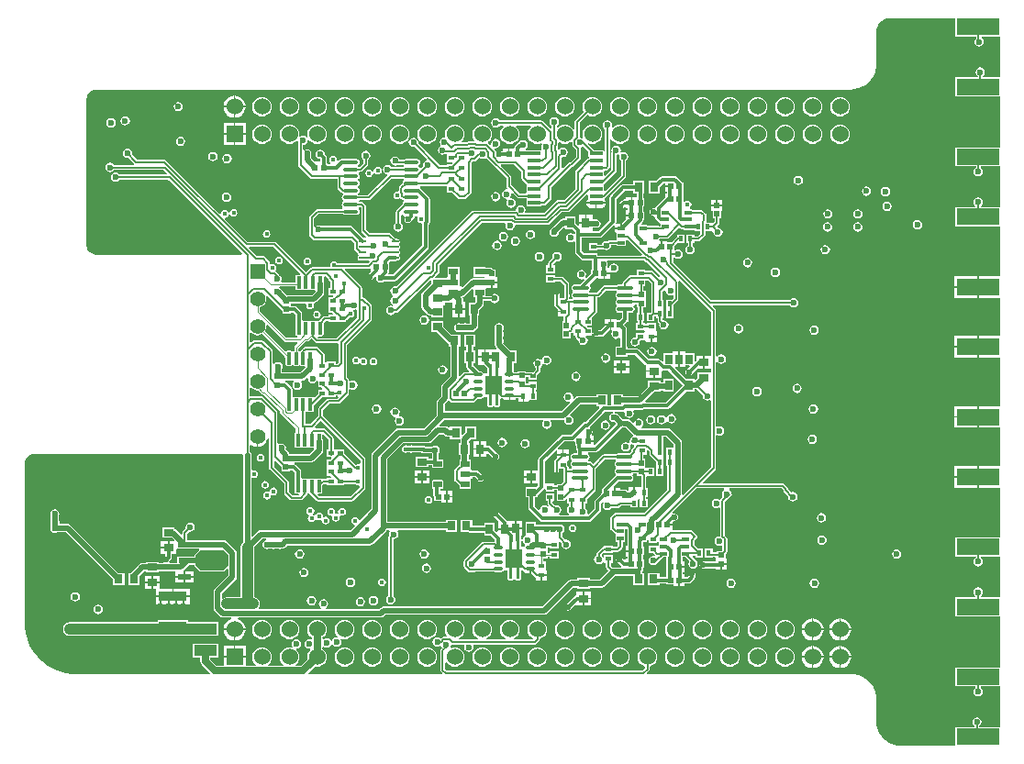
<source format=gbr>
G04 Layer_Physical_Order=6*
G04 Layer_Color=16711680*
%FSLAX26Y26*%
%MOIN*%
%TF.FileFunction,Copper,L6,Bot,Signal*%
%TF.Part,Single*%
G01*
G75*
%TA.AperFunction,SMDPad,CuDef*%
%ADD15R,0.020472X0.020472*%
%ADD16R,0.017716X0.021654*%
%ADD17R,0.021654X0.017716*%
%ADD18R,0.020472X0.020472*%
%ADD19C,0.023622*%
%ADD38R,0.035433X0.027559*%
%ADD43R,0.027559X0.035433*%
%ADD46O,0.059055X0.015709*%
%ADD48R,0.025591X0.035433*%
%ADD49R,0.102362X0.037402*%
%ADD60O,0.055118X0.013780*%
%ADD73R,0.155512X0.059055*%
%TA.AperFunction,Conductor*%
%ADD77C,0.007874*%
%ADD78C,0.039370*%
%ADD79C,0.013780*%
%ADD80C,0.019685*%
%ADD85C,0.004921*%
%ADD87C,0.025591*%
%TA.AperFunction,ComponentPad*%
%ADD91C,0.055118*%
%ADD92R,0.055118X0.055118*%
%ADD93C,0.060000*%
%ADD94R,0.060000X0.060000*%
%TA.AperFunction,ViaPad*%
%ADD95C,0.023622*%
%ADD96C,0.017716*%
%TA.AperFunction,SMDPad,CuDef*%
G04:AMPARAMS|DCode=97|XSize=21.654mil|YSize=31.496mil|CornerRadius=1.949mil|HoleSize=0mil|Usage=FLASHONLY|Rotation=90.000|XOffset=0mil|YOffset=0mil|HoleType=Round|Shape=RoundedRectangle|*
%AMROUNDEDRECTD97*
21,1,0.021654,0.027599,0,0,90.0*
21,1,0.017756,0.031496,0,0,90.0*
1,1,0.003898,0.013799,0.008878*
1,1,0.003898,0.013799,-0.008878*
1,1,0.003898,-0.013799,-0.008878*
1,1,0.003898,-0.013799,0.008878*
%
%ADD97ROUNDEDRECTD97*%
G04:AMPARAMS|DCode=98|XSize=15.744mil|YSize=47.244mil|CornerRadius=1.968mil|HoleSize=0mil|Usage=FLASHONLY|Rotation=90.000|XOffset=0mil|YOffset=0mil|HoleType=Round|Shape=RoundedRectangle|*
%AMROUNDEDRECTD98*
21,1,0.015744,0.043308,0,0,90.0*
21,1,0.011808,0.047244,0,0,90.0*
1,1,0.003936,0.021654,0.005904*
1,1,0.003936,0.021654,-0.005904*
1,1,0.003936,-0.021654,-0.005904*
1,1,0.003936,-0.021654,0.005904*
%
%ADD98ROUNDEDRECTD98*%
G04:AMPARAMS|DCode=99|XSize=15.709mil|YSize=45.276mil|CornerRadius=1.728mil|HoleSize=0mil|Usage=FLASHONLY|Rotation=0.000|XOffset=0mil|YOffset=0mil|HoleType=Round|Shape=RoundedRectangle|*
%AMROUNDEDRECTD99*
21,1,0.015709,0.041820,0,0,0.0*
21,1,0.012253,0.045276,0,0,0.0*
1,1,0.003456,0.006127,-0.020910*
1,1,0.003456,-0.006127,-0.020910*
1,1,0.003456,-0.006127,0.020910*
1,1,0.003456,0.006127,0.020910*
%
%ADD99ROUNDEDRECTD99*%
G04:AMPARAMS|DCode=100|XSize=15.709mil|YSize=25.591mil|CornerRadius=1.964mil|HoleSize=0mil|Usage=FLASHONLY|Rotation=270.000|XOffset=0mil|YOffset=0mil|HoleType=Round|Shape=RoundedRectangle|*
%AMROUNDEDRECTD100*
21,1,0.015709,0.021663,0,0,270.0*
21,1,0.011781,0.025591,0,0,270.0*
1,1,0.003927,-0.010832,-0.005891*
1,1,0.003927,-0.010832,0.005891*
1,1,0.003927,0.010832,0.005891*
1,1,0.003927,0.010832,-0.005891*
%
%ADD100ROUNDEDRECTD100*%
%ADD101R,0.047244X0.019685*%
%ADD102R,0.062992X0.019685*%
G04:AMPARAMS|DCode=103|XSize=70.866mil|YSize=118.11mil|CornerRadius=0mil|HoleSize=0mil|Usage=FLASHONLY|Rotation=270.000|XOffset=0mil|YOffset=0mil|HoleType=Round|Shape=Octagon|*
%AMOCTAGOND103*
4,1,8,0.059055,0.017716,0.059055,-0.017716,0.041339,-0.035433,-0.041339,-0.035433,-0.059055,-0.017716,-0.059055,0.017716,-0.041339,0.035433,0.041339,0.035433,0.059055,0.017716,0.0*
%
%ADD103OCTAGOND103*%

%ADD104R,0.031496X0.035433*%
%ADD105R,0.035433X0.031496*%
%ADD106R,0.035433X0.023622*%
G04:AMPARAMS|DCode=107|XSize=9.842mil|YSize=23.622mil|CornerRadius=1.968mil|HoleSize=0mil|Usage=FLASHONLY|Rotation=270.000|XOffset=0mil|YOffset=0mil|HoleType=Round|Shape=RoundedRectangle|*
%AMROUNDEDRECTD107*
21,1,0.009842,0.019685,0,0,270.0*
21,1,0.005905,0.023622,0,0,270.0*
1,1,0.003937,-0.009842,-0.002953*
1,1,0.003937,-0.009842,0.002953*
1,1,0.003937,0.009842,0.002953*
1,1,0.003937,0.009842,-0.002953*
%
%ADD107ROUNDEDRECTD107*%
%ADD108R,0.059055X0.068898*%
%ADD109O,0.033465X0.011811*%
%ADD110R,0.081890X0.038583*%
G36*
X4214475Y3702664D02*
X4219033Y3699619D01*
X4224409Y3698549D01*
X4225037Y3698674D01*
X4230100Y3695066D01*
X4230442Y3692034D01*
X4197046Y3658638D01*
X4082481D01*
X4077943Y3663177D01*
X4080014Y3668177D01*
X4087957D01*
X4090552Y3668693D01*
X4092751Y3670162D01*
X4094221Y3672362D01*
X4094737Y3674956D01*
Y3698952D01*
X4099352Y3703567D01*
X4110236D01*
Y3698819D01*
X4141732D01*
X4141732Y3698819D01*
X4142855D01*
Y3698819D01*
X4146732Y3698819D01*
X4174351D01*
Y3703567D01*
X4213872D01*
X4214475Y3702664D01*
D02*
G37*
G36*
X4905512Y3684035D02*
Y3677165D01*
X4937008D01*
Y3681913D01*
X4945472D01*
Y3673819D01*
X4945472D01*
Y3672638D01*
X4945472D01*
Y3642323D01*
X4975787D01*
Y3647146D01*
X4975897Y3647168D01*
X4978827Y3649125D01*
X4979633Y3649931D01*
X4984252Y3648017D01*
Y3633858D01*
X4990968D01*
Y3624325D01*
X4987937Y3622300D01*
X4984239Y3616765D01*
X4982940Y3610236D01*
X4984239Y3603708D01*
X4987937Y3598173D01*
X4991514Y3595783D01*
X4989997Y3590783D01*
X4954885D01*
X4953368Y3595783D01*
X4956945Y3598173D01*
X4960643Y3603708D01*
X4961942Y3610236D01*
X4960643Y3616765D01*
X4956945Y3622300D01*
X4951410Y3625998D01*
X4944882Y3627296D01*
X4941306Y3626585D01*
X4931159Y3636732D01*
X4932385Y3641732D01*
X4937008D01*
Y3669291D01*
X4905512D01*
Y3641732D01*
X4912228D01*
Y3633858D01*
X4912916Y3630402D01*
X4914873Y3627472D01*
X4911639Y3623635D01*
X4908103Y3625998D01*
X4901575Y3627296D01*
X4895046Y3625998D01*
X4889511Y3622300D01*
X4885813Y3616765D01*
X4884812Y3611731D01*
X4880677Y3609857D01*
X4879710Y3609761D01*
X4866373Y3623098D01*
Y3654528D01*
X4876969D01*
Y3663627D01*
X4878594Y3664713D01*
X4898279Y3684398D01*
X4904559Y3684796D01*
X4905512Y3684035D01*
D02*
G37*
G36*
X4014577Y4468713D02*
X4012506Y4463713D01*
X4002870D01*
X4000276Y4463197D01*
X3998076Y4461727D01*
X3996607Y4459528D01*
X3996091Y4456933D01*
Y4437144D01*
X3946758D01*
X3944401Y4441553D01*
X3944887Y4442281D01*
X3946186Y4448810D01*
X3944887Y4455339D01*
X3941189Y4460873D01*
X3937639Y4463245D01*
X3937470Y4464094D01*
X3935512Y4467024D01*
X3925678Y4476859D01*
X3923403Y4478379D01*
X3926366Y4482812D01*
X3927435Y4488189D01*
X3926366Y4493565D01*
X3923320Y4498123D01*
X3918762Y4501169D01*
X3913386Y4502239D01*
X3908717Y4501310D01*
X3905085Y4502732D01*
X3903717Y4503463D01*
Y4507606D01*
X3903029Y4511063D01*
X3901072Y4513993D01*
X3885056Y4530008D01*
X3882126Y4531966D01*
X3878669Y4532654D01*
X3855710D01*
X3827212Y4561152D01*
X3829125Y4565771D01*
X3917519D01*
X4014577Y4468713D01*
D02*
G37*
G36*
X5236811Y3732874D02*
X5252385D01*
X5252779Y3732479D01*
Y3692733D01*
X5251717Y3691711D01*
X5245705Y3692174D01*
X5245236Y3692818D01*
Y3694055D01*
X5229331D01*
Y3673228D01*
X5223425D01*
Y3694055D01*
X5207520D01*
Y3682843D01*
X5206197Y3681872D01*
X5202520Y3680629D01*
X5198674Y3683198D01*
X5192913Y3684344D01*
X5177717D01*
Y3689528D01*
X5160433D01*
Y3669291D01*
X5154528D01*
Y3689528D01*
X5154036D01*
X5152122Y3694147D01*
X5170343Y3712368D01*
X5211634D01*
X5216619Y3713359D01*
X5220845Y3716183D01*
X5223668Y3720409D01*
X5224660Y3725394D01*
X5223668Y3730378D01*
X5220845Y3734604D01*
X5222128Y3739465D01*
X5224666Y3741952D01*
X5236811D01*
Y3732874D01*
D02*
G37*
G36*
X4734842Y4097441D02*
X4746063D01*
Y4028543D01*
X4734842D01*
Y3988189D01*
X4723819D01*
Y4028543D01*
X4709252D01*
Y3988189D01*
X4698228D01*
Y4028543D01*
X4687008D01*
Y4097441D01*
X4698228D01*
Y4137795D01*
X4709252D01*
Y4097441D01*
X4723819D01*
Y4137795D01*
X4734842D01*
Y4097441D01*
D02*
G37*
G36*
X4042169Y4087491D02*
X4041995Y4086614D01*
X4043294Y4080086D01*
X4046992Y4074551D01*
X4052526Y4070853D01*
X4059055Y4069554D01*
X4065584Y4070853D01*
X4071118Y4074551D01*
X4073740Y4078475D01*
X4078740Y4076958D01*
Y4055118D01*
X4091534D01*
X4094426Y4051612D01*
X4092560Y4047244D01*
X4078740D01*
Y4030490D01*
X4067008Y4018758D01*
X4061255Y4018814D01*
X4059056Y4020284D01*
X4056461Y4020800D01*
X4044209D01*
X4041614Y4020284D01*
X4039415Y4018814D01*
X4035665D01*
X4033465Y4020284D01*
X4030871Y4020800D01*
X4018618D01*
X4016024Y4020284D01*
X4013824Y4018814D01*
X4010074D01*
X4007875Y4020284D01*
X4005280Y4020800D01*
X3993028D01*
X3990606Y4020318D01*
X3990415Y4020294D01*
X3985606Y4023072D01*
Y4047244D01*
X3984689Y4051853D01*
X3982079Y4055759D01*
X3982079Y4055760D01*
X3966331Y4071507D01*
X3962424Y4074118D01*
X3960829Y4074435D01*
X3961321Y4079435D01*
X3989429D01*
X3990751Y4077066D01*
X3991459Y4074435D01*
X3988175Y4069521D01*
X3986877Y4062992D01*
X3988175Y4056463D01*
X3991874Y4050929D01*
X3997408Y4047231D01*
X4003937Y4045932D01*
X4010466Y4047231D01*
X4016000Y4050929D01*
X4019698Y4056463D01*
X4020997Y4062992D01*
X4019698Y4069521D01*
X4016415Y4074435D01*
X4017123Y4077066D01*
X4018445Y4079435D01*
X4020808D01*
X4026568Y4080581D01*
X4031452Y4083844D01*
X4037561Y4089954D01*
X4042169Y4087491D01*
D02*
G37*
G36*
X4116953Y3866338D02*
Y3828740D01*
X4110236D01*
Y3801181D01*
X4125179D01*
X4127045Y3796814D01*
X4124153Y3793307D01*
X4110236D01*
Y3765748D01*
X4110236D01*
Y3761811D01*
X4110236D01*
Y3734252D01*
X4124153D01*
X4127045Y3730745D01*
X4125179Y3726378D01*
X4110236D01*
Y3721630D01*
X4095611D01*
X4093051Y3721121D01*
X4092751Y3721570D01*
X4090552Y3723039D01*
X4087957Y3723555D01*
X4075705D01*
X4073110Y3723039D01*
X4070911Y3721570D01*
X4067161D01*
X4064961Y3723039D01*
X4062367Y3723555D01*
X4050114D01*
X4047520Y3723039D01*
X4045320Y3721570D01*
X4041570D01*
X4039371Y3723039D01*
X4036776Y3723555D01*
X4024524D01*
X4022102Y3723074D01*
X4021911Y3723050D01*
X4017102Y3725827D01*
Y3750000D01*
X4016185Y3754608D01*
X4013575Y3758515D01*
X4013575Y3758515D01*
X3997827Y3774263D01*
X3993920Y3776874D01*
X3992325Y3777191D01*
X3992817Y3782191D01*
X4052304D01*
X4058064Y3783337D01*
X4062948Y3786600D01*
X4092475Y3816128D01*
X4095738Y3821011D01*
X4096884Y3826772D01*
Y3860236D01*
X4095738Y3865997D01*
X4094737Y3867495D01*
Y3881482D01*
X4099737Y3883553D01*
X4116953Y3866338D01*
D02*
G37*
G36*
X5201981Y3540831D02*
X5202525Y3540287D01*
Y3480866D01*
X5196299D01*
Y3463583D01*
X5216535D01*
Y3457677D01*
X5196299D01*
Y3440394D01*
X5202525D01*
Y3433622D01*
X5196299D01*
Y3430164D01*
X5191299Y3428093D01*
X5181744Y3437649D01*
X5181744Y3437649D01*
X5177837Y3440260D01*
X5173228Y3441176D01*
X5168620Y3440260D01*
X5164713Y3437649D01*
X5162103Y3433742D01*
X5161186Y3429134D01*
X5162103Y3424525D01*
X5164713Y3420619D01*
X5179452Y3405880D01*
X5178319Y3401912D01*
X5177572Y3400880D01*
X5149606D01*
X5147704Y3400501D01*
X5142890Y3405316D01*
Y3417323D01*
X5149606D01*
Y3444882D01*
X5118110D01*
Y3438790D01*
X5113110Y3437273D01*
X5110489Y3441197D01*
X5110363Y3441281D01*
X5109838Y3447459D01*
X5113578Y3451199D01*
X5118110Y3452756D01*
Y3452756D01*
X5118110Y3452756D01*
X5149606D01*
Y3457504D01*
X5167323D01*
X5170779Y3458191D01*
X5173709Y3460149D01*
X5182568Y3469007D01*
X5184525Y3471937D01*
X5185213Y3475394D01*
Y3492995D01*
X5187013D01*
X5189699Y3493529D01*
X5191976Y3495051D01*
X5193498Y3497328D01*
X5194033Y3500015D01*
Y3511796D01*
X5193498Y3514483D01*
X5191976Y3516760D01*
Y3520642D01*
X5193498Y3522919D01*
X5194033Y3525605D01*
Y3537387D01*
X5193862Y3538244D01*
X5196395Y3540980D01*
X5201981Y3540831D01*
D02*
G37*
G36*
X5267154Y4511330D02*
X5270084Y4509372D01*
X5273540Y4508685D01*
X5273818D01*
X5321199Y4461303D01*
X5319494Y4455937D01*
X5317091Y4455525D01*
X5295757Y4476859D01*
X5292826Y4478817D01*
X5289370Y4479504D01*
X5267717D01*
Y4484252D01*
X5236221D01*
Y4461788D01*
X5212598D01*
X5209142Y4461100D01*
X5206212Y4459142D01*
X5187511Y4440441D01*
X5185553Y4437511D01*
X5184866Y4434055D01*
Y4429364D01*
X5172224D01*
X5167240Y4428373D01*
X5163014Y4425549D01*
X5162894Y4425370D01*
X5121063D01*
X5117607Y4424683D01*
X5114677Y4422725D01*
X5091731Y4399780D01*
X5065452D01*
X5065333Y4399959D01*
X5064468Y4400537D01*
Y4406550D01*
X5065333Y4407128D01*
X5068156Y4411354D01*
X5069148Y4416339D01*
X5068156Y4421323D01*
X5065333Y4425549D01*
X5064917Y4429776D01*
X5088487Y4453346D01*
X5097874D01*
Y4448268D01*
X5115158D01*
Y4468504D01*
X5118110D01*
Y4471457D01*
X5138346D01*
Y4472501D01*
X5143346Y4474879D01*
X5147015Y4472427D01*
X5153543Y4471129D01*
X5160072Y4472427D01*
X5165607Y4476126D01*
X5169305Y4481660D01*
X5170603Y4488189D01*
X5169305Y4494718D01*
X5165607Y4500252D01*
X5160072Y4503950D01*
X5153543Y4505249D01*
X5147015Y4503950D01*
X5141480Y4500252D01*
X5137782Y4494718D01*
X5136593Y4488740D01*
X5130153D01*
Y4503937D01*
X5129236Y4508545D01*
X5127880Y4510574D01*
X5130267Y4515574D01*
X5262909D01*
X5267154Y4511330D01*
D02*
G37*
G36*
X3841887Y4248007D02*
X3849789Y4244734D01*
X3858268Y4243617D01*
X3866747Y4244734D01*
X3874648Y4248007D01*
X3875410Y4248591D01*
X3957169Y4166832D01*
X3959710Y4163256D01*
X3958401Y4160360D01*
X3957828Y4157480D01*
X3958401Y4154600D01*
X3960032Y4152158D01*
X3960657Y4151741D01*
Y4139523D01*
X3961174Y4136929D01*
X3962643Y4134729D01*
X3964843Y4133260D01*
X3967437Y4132744D01*
X3979690D01*
X3982284Y4133260D01*
X3984484Y4134729D01*
X3988234D01*
X3990433Y4133260D01*
X3993028Y4132744D01*
X4005280D01*
X4007875Y4133260D01*
X4010074Y4134729D01*
X4013824D01*
X4016024Y4133260D01*
X4018618Y4132744D01*
X4030704D01*
X4031051Y4132373D01*
X4033125Y4128094D01*
X4014572Y4109541D01*
X3948116D01*
Y4122324D01*
X3948825Y4123384D01*
X3950123Y4129913D01*
X3948825Y4136442D01*
X3945126Y4141976D01*
X3939592Y4145675D01*
X3933063Y4146973D01*
X3926534Y4145675D01*
X3921000Y4141976D01*
X3919544Y4139797D01*
X3914544Y4141314D01*
Y4185039D01*
X3913856Y4188496D01*
X3911898Y4191426D01*
X3880402Y4222922D01*
X3877472Y4224880D01*
X3874016Y4225567D01*
X3846923D01*
X3843467Y4224880D01*
X3840537Y4222922D01*
X3835501Y4217887D01*
X3830882Y4219800D01*
Y4251284D01*
X3835882Y4252615D01*
X3841887Y4248007D01*
D02*
G37*
G36*
X3594488Y3469199D02*
X3645850D01*
X3647762Y3464199D01*
X3628937Y3445374D01*
Y3439961D01*
X3603817D01*
X3602362Y3440250D01*
X3600908Y3439961D01*
X3565945D01*
Y3416628D01*
X3538964D01*
X3538216Y3417660D01*
X3537084Y3421628D01*
X3543948Y3428492D01*
X3543948Y3428493D01*
X3546559Y3432400D01*
X3547476Y3437008D01*
X3547476Y3437008D01*
Y3448662D01*
X3563150D01*
Y3465646D01*
X3565945Y3469488D01*
X3593034D01*
X3594488Y3469199D01*
D02*
G37*
G36*
X3996091Y4415114D02*
X3996607Y4412519D01*
X3998076Y4410320D01*
X4000276Y4408850D01*
X4002870Y4408334D01*
X4015123D01*
X4017717Y4408850D01*
X4019917Y4410320D01*
X4023667D01*
X4025866Y4408850D01*
X4028461Y4408334D01*
X4040713D01*
X4043308Y4408850D01*
X4045507Y4410320D01*
X4049258D01*
X4051457Y4408850D01*
X4054051Y4408334D01*
X4066137D01*
X4066484Y4407963D01*
X4068558Y4403685D01*
X4055912Y4391038D01*
X3970473D01*
X3965821Y4390113D01*
X3943715Y4412219D01*
X3938832Y4415482D01*
X3937573Y4417698D01*
X3940282Y4422091D01*
X3996091D01*
Y4415114D01*
D02*
G37*
G36*
X5159077Y3792955D02*
X5159941Y3792377D01*
Y3786363D01*
X5159077Y3785785D01*
X5156253Y3781559D01*
X5155261Y3776575D01*
X5156253Y3771590D01*
X5159077Y3767364D01*
X5159941Y3766786D01*
Y3760773D01*
X5159077Y3760195D01*
X5156253Y3755969D01*
X5155261Y3750984D01*
X5156253Y3745999D01*
X5159077Y3741773D01*
X5159941Y3741196D01*
X5160298Y3740408D01*
X5160165Y3735474D01*
X5157823Y3733909D01*
X5157823Y3733909D01*
X5115501Y3691586D01*
X5112890Y3687679D01*
X5112247Y3684449D01*
X5110827D01*
Y3672032D01*
X5107684Y3669933D01*
X5105074Y3666026D01*
X5104922Y3665259D01*
X5085973Y3646311D01*
X5083363Y3642404D01*
X5082446Y3637795D01*
X5082446Y3637795D01*
Y3615224D01*
X5061083Y3593862D01*
X5059525Y3594093D01*
X5055898Y3599686D01*
X5056430Y3602362D01*
X5055132Y3608891D01*
X5051433Y3614425D01*
X5048402Y3616451D01*
Y3633858D01*
X5055118D01*
Y3650613D01*
X5085127Y3680621D01*
X5087084Y3683551D01*
X5087772Y3687008D01*
Y3760039D01*
X5120867Y3793133D01*
X5158957D01*
X5159077Y3792955D01*
D02*
G37*
G36*
X4115557Y4450410D02*
X4115671Y4449835D01*
X4117629Y4446905D01*
X4124827Y4439708D01*
Y4417323D01*
X4118110D01*
Y4389764D01*
X4132647D01*
X4134513Y4385396D01*
X4131621Y4381890D01*
X4118110D01*
Y4354331D01*
Y4326772D01*
X4130904D01*
X4133796Y4323265D01*
X4131930Y4318898D01*
X4118110D01*
Y4314150D01*
X4104331D01*
X4100874Y4313462D01*
X4097944Y4311505D01*
X4082830Y4296390D01*
X4079642D01*
X4077047Y4295874D01*
X4074848Y4294404D01*
X4071098D01*
X4068898Y4295874D01*
X4066304Y4296390D01*
X4054051D01*
X4051457Y4295874D01*
X4049257Y4294404D01*
X4045507D01*
X4043308Y4295874D01*
X4040713Y4296390D01*
X4028461D01*
X4026039Y4295908D01*
X4025848Y4295885D01*
X4021039Y4298662D01*
Y4322835D01*
X4020122Y4327443D01*
X4017512Y4331350D01*
X4017512Y4331350D01*
X4001764Y4347098D01*
X3997857Y4349708D01*
X3993249Y4350625D01*
X3993248Y4350625D01*
X3981424D01*
X3979725Y4354921D01*
X3979725Y4354921D01*
X3979725D01*
X3979724Y4354921D01*
Y4360932D01*
X4032810D01*
X4035873Y4355932D01*
X4035163Y4352363D01*
X4036232Y4346986D01*
X4039278Y4342428D01*
X4043836Y4339383D01*
X4049212Y4338313D01*
X4054589Y4339383D01*
X4059147Y4342428D01*
X4062192Y4346986D01*
X4063262Y4352363D01*
X4062521Y4356087D01*
X4062515Y4356163D01*
X4064769Y4360664D01*
X4065612Y4361621D01*
X4067907Y4362078D01*
X4072791Y4365341D01*
X4096412Y4388962D01*
X4099676Y4393846D01*
X4100821Y4399606D01*
Y4433071D01*
X4099676Y4438831D01*
X4098674Y4440330D01*
Y4456933D01*
X4103071Y4460456D01*
X4105511D01*
X4115557Y4450410D01*
D02*
G37*
G36*
X4068417Y4218023D02*
X4071347Y4216065D01*
X4074803Y4215378D01*
X4149606D01*
X4153370Y4211028D01*
Y4146458D01*
X4147834Y4140922D01*
X4141732D01*
Y4149606D01*
X4110236D01*
X4110236Y4147638D01*
X4103520D01*
Y4173228D01*
X4102833Y4176685D01*
X4100875Y4179615D01*
X4080205Y4200284D01*
X4077275Y4202242D01*
X4073819Y4202929D01*
X4032480D01*
X4029024Y4202242D01*
X4026094Y4200284D01*
X4018358Y4192548D01*
X4016400Y4189618D01*
X4015997Y4187588D01*
X4013824Y4186137D01*
X4010974D01*
X4006681Y4189731D01*
Y4196169D01*
X4031816Y4221304D01*
X4039854D01*
X4042734Y4221877D01*
X4045176Y4223508D01*
X4054054Y4232386D01*
X4068417Y4218023D01*
D02*
G37*
G36*
X5223161Y4759212D02*
X5237340D01*
Y4746614D01*
X5220839D01*
Y4726378D01*
X5214934D01*
Y4746614D01*
X5197650D01*
Y4737779D01*
X5190945D01*
X5190945Y4737779D01*
X5186337Y4736862D01*
X5182430Y4734251D01*
X5182430Y4734251D01*
X5174556Y4726377D01*
X5171945Y4722470D01*
X5171028Y4717862D01*
X5171945Y4713254D01*
X5174556Y4709347D01*
X5178462Y4706736D01*
X5183071Y4705819D01*
X5187679Y4706736D01*
X5191586Y4709347D01*
X5192650Y4710410D01*
X5197650Y4708339D01*
Y4706142D01*
X5203875D01*
Y4699370D01*
X5197650D01*
Y4682087D01*
X5217887D01*
Y4676181D01*
X5197650D01*
Y4666452D01*
X5183071Y4651873D01*
Y4631890D01*
X5180118D01*
Y4628937D01*
X5157088D01*
Y4625999D01*
X5158017Y4621331D01*
X5160661Y4617374D01*
X5162556Y4616108D01*
X5162801Y4614876D01*
X5162267Y4612190D01*
Y4600408D01*
X5162801Y4597722D01*
X5164323Y4595445D01*
Y4594236D01*
X5160078Y4589740D01*
X5135827D01*
X5132370Y4589053D01*
X5129606Y4587206D01*
X5125984Y4587926D01*
X5119456Y4586628D01*
X5113921Y4582929D01*
X5110223Y4577395D01*
X5109546Y4573992D01*
X5094488D01*
Y4578740D01*
X5062992D01*
Y4551181D01*
X5094488D01*
Y4555929D01*
X5118222D01*
X5119456Y4555105D01*
X5125984Y4553806D01*
X5132513Y4555105D01*
X5138047Y4558803D01*
X5141746Y4564337D01*
X5143044Y4570866D01*
X5143710Y4571677D01*
X5163105D01*
X5164323Y4569854D01*
X5166600Y4568333D01*
X5169286Y4567798D01*
X5190950D01*
X5193636Y4568333D01*
X5195913Y4569854D01*
X5197435Y4572132D01*
X5197970Y4574818D01*
Y4586599D01*
X5197625Y4588330D01*
X5198073Y4589170D01*
X5203433Y4590264D01*
X5204406Y4589908D01*
X5256056Y4538257D01*
X5254143Y4533638D01*
X5094488D01*
Y4543307D01*
X5062992D01*
Y4541570D01*
X5046327D01*
X5035664Y4552232D01*
Y4598194D01*
X5102362D01*
X5102362Y4598194D01*
X5106971Y4599110D01*
X5110877Y4601721D01*
X5153730Y4644573D01*
X5155762Y4643566D01*
X5157853Y4641626D01*
X5157088Y4637780D01*
Y4634842D01*
X5177165D01*
Y4649978D01*
X5169286D01*
X5164618Y4649050D01*
X5163848Y4648535D01*
X5160243Y4652140D01*
X5160732Y4652872D01*
X5161649Y4657480D01*
Y4739106D01*
X5192350Y4769808D01*
X5223161D01*
Y4759212D01*
D02*
G37*
G36*
X5001785Y4945233D02*
Y4936310D01*
X5002472Y4932854D01*
X5004430Y4929924D01*
X5015574Y4918780D01*
Y4892817D01*
X4996947Y4874189D01*
X4995079D01*
X4991622Y4873502D01*
X4988692Y4871544D01*
X4968756Y4851608D01*
X4963756Y4853679D01*
Y4888327D01*
X4968504Y4892389D01*
X4975033Y4893687D01*
X4980567Y4897386D01*
X4984265Y4902920D01*
X4985564Y4909449D01*
X4984265Y4915977D01*
X4980567Y4921512D01*
X4975033Y4925210D01*
X4968504Y4926509D01*
X4961975Y4925210D01*
X4956441Y4921512D01*
X4955003Y4919360D01*
X4954130Y4919132D01*
X4949218Y4919703D01*
X4948992Y4920040D01*
Y4930353D01*
X4950274Y4932271D01*
X4950961Y4935727D01*
Y4943776D01*
X4955445Y4945988D01*
X4957389Y4944496D01*
X4965884Y4940978D01*
X4975000Y4939777D01*
X4984116Y4940978D01*
X4992611Y4944496D01*
X4996785Y4947699D01*
X5001785Y4945233D01*
D02*
G37*
G36*
X3955308Y4223025D02*
X3957750Y4221393D01*
X3960630Y4220820D01*
X4003511D01*
X4005424Y4216201D01*
X3993832Y4204608D01*
X3992200Y4202167D01*
X3991628Y4199286D01*
Y4187844D01*
X3990433Y4187606D01*
X3988234Y4186137D01*
X3984483D01*
X3982284Y4187606D01*
X3979690Y4188122D01*
X3967437D01*
X3964843Y4187606D01*
X3962643Y4186137D01*
X3959466Y4185824D01*
X3886054Y4259235D01*
X3886639Y4259998D01*
X3889912Y4267899D01*
X3891028Y4276378D01*
X3890444Y4280817D01*
X3895180Y4283153D01*
X3955308Y4223025D01*
D02*
G37*
G36*
X3945472Y3766629D02*
Y3750590D01*
X3975787D01*
Y3753706D01*
X3984323D01*
X3993017Y3745012D01*
Y3719890D01*
X3992670Y3719370D01*
X3992153Y3716776D01*
Y3674956D01*
X3992670Y3672362D01*
X3994139Y3670162D01*
X3996339Y3668693D01*
X3998933Y3668177D01*
X4005966D01*
X4006397Y3667874D01*
X4008409Y3663177D01*
X4007836Y3662575D01*
X3987993D01*
X3973599Y3676969D01*
Y3708662D01*
X3972911Y3712118D01*
X3970953Y3715048D01*
X3918481Y3767521D01*
Y3787088D01*
X3923100Y3789001D01*
X3945472Y3766629D01*
D02*
G37*
G36*
X5012401Y3856680D02*
Y3843110D01*
X5015517D01*
Y3834646D01*
X5015516Y3834646D01*
X5016433Y3830037D01*
X5018469Y3826990D01*
Y3815191D01*
X5008839D01*
X5003854Y3814200D01*
X4999628Y3811376D01*
X4996804Y3807150D01*
X4995813Y3802165D01*
X4996804Y3797180D01*
X4999628Y3792955D01*
X5000493Y3792377D01*
Y3786363D01*
X4999628Y3785785D01*
X4996804Y3781559D01*
X4995813Y3776575D01*
X4996804Y3771590D01*
X4999628Y3767364D01*
X4998345Y3762504D01*
X4995806Y3760016D01*
X4989347D01*
Y3761811D01*
X4988659Y3765267D01*
X4986701Y3768198D01*
X4984252Y3770647D01*
Y3787401D01*
X4988094Y3790197D01*
X4989331D01*
Y3806102D01*
X4947677D01*
Y3801001D01*
X4938495Y3791820D01*
X4936538Y3788889D01*
X4935850Y3785433D01*
Y3736220D01*
X4936538Y3732764D01*
X4938495Y3729834D01*
X4941426Y3727876D01*
X4944882Y3727189D01*
X4948338Y3727876D01*
X4951268Y3729834D01*
X4953226Y3732764D01*
X4953914Y3736220D01*
Y3759843D01*
X4969511D01*
X4971283Y3758070D01*
Y3714371D01*
X4961046Y3704134D01*
X4945472D01*
Y3699977D01*
X4937008D01*
Y3704724D01*
X4905512D01*
X4901806Y3707849D01*
Y3786350D01*
X4942677Y3827221D01*
X4947677Y3825150D01*
Y3812008D01*
X4965551D01*
Y3827913D01*
X4950440D01*
X4948369Y3832913D01*
X4973492Y3858036D01*
X5002194D01*
X5002194Y3858036D01*
X5006803Y3858953D01*
X5007401Y3859353D01*
X5012401Y3856680D01*
D02*
G37*
G36*
X5189961Y3909160D02*
X5197686D01*
X5223460Y3883385D01*
X5221814Y3877960D01*
X5221807Y3877959D01*
X5216273Y3874260D01*
X5212574Y3868726D01*
X5212166Y3866671D01*
X5212118Y3866623D01*
X5210160Y3863693D01*
X5209472Y3860236D01*
X5210160Y3856780D01*
X5211310Y3855058D01*
X5211310Y3855058D01*
X5211227Y3855182D01*
X5211201Y3854949D01*
X5207897Y3851646D01*
X5206467Y3852281D01*
X5203379Y3854344D01*
X5196850Y3855643D01*
X5190322Y3854344D01*
X5184787Y3850646D01*
X5181089Y3845111D01*
X5179790Y3838583D01*
X5181089Y3832054D01*
X5184787Y3826519D01*
X5190322Y3822821D01*
X5196850Y3821523D01*
X5203379Y3822821D01*
X5208914Y3826519D01*
X5212612Y3832054D01*
X5213910Y3838583D01*
X5212612Y3845111D01*
X5212478Y3845312D01*
X5215236Y3850184D01*
X5216273Y3850134D01*
X5221807Y3846436D01*
X5224872Y3845826D01*
X5226518Y3840401D01*
X5218997Y3832880D01*
X5217039Y3829950D01*
X5216351Y3826493D01*
Y3821941D01*
X5209602Y3815191D01*
X5168287D01*
X5163303Y3814200D01*
X5159077Y3811376D01*
X5158957Y3811197D01*
X5117126D01*
X5113669Y3810510D01*
X5110739Y3808552D01*
X5078740Y3776552D01*
X5072331Y3782961D01*
X5069401Y3784919D01*
X5065945Y3785606D01*
X5061515D01*
X5061396Y3785785D01*
X5060531Y3786363D01*
Y3792377D01*
X5061396Y3792955D01*
X5064219Y3797180D01*
X5065211Y3802165D01*
X5064219Y3807150D01*
X5061396Y3811376D01*
X5057968Y3813666D01*
X5058270Y3817213D01*
X5058800Y3818666D01*
X5086614D01*
X5086614Y3818666D01*
X5091223Y3819583D01*
X5095130Y3822193D01*
X5182587Y3909651D01*
X5185039Y3910138D01*
X5189961Y3909160D01*
D02*
G37*
G36*
X4388138Y4813335D02*
X4390386Y4811833D01*
X4390464Y4811624D01*
Y4806486D01*
X4390386Y4806277D01*
X4388138Y4804775D01*
X4385528Y4800868D01*
X4384611Y4796260D01*
X4384877Y4794921D01*
X4374519Y4784563D01*
X4372561Y4781633D01*
X4371874Y4778177D01*
Y4769976D01*
X4366874Y4765872D01*
X4366142Y4766018D01*
X4360765Y4764949D01*
X4356207Y4761903D01*
X4353162Y4757345D01*
X4352092Y4751968D01*
X4353162Y4746592D01*
X4356207Y4742034D01*
X4360765Y4738989D01*
X4366142Y4737919D01*
X4371518Y4738989D01*
X4376076Y4742034D01*
X4380873Y4740213D01*
X4382393Y4738692D01*
X4385323Y4736734D01*
X4388780Y4736047D01*
X4388911D01*
X4390386Y4735061D01*
X4390464Y4734853D01*
Y4729714D01*
X4390386Y4729506D01*
X4388138Y4728003D01*
X4385528Y4724097D01*
X4384792Y4720400D01*
X4363692Y4699300D01*
X4361734Y4696370D01*
X4361047Y4692913D01*
Y4651884D01*
X4358015Y4649859D01*
X4354317Y4644324D01*
X4353019Y4637795D01*
X4354317Y4631267D01*
X4358015Y4625732D01*
X4363550Y4622034D01*
X4370079Y4620735D01*
X4376607Y4622034D01*
X4382142Y4625732D01*
X4385840Y4631267D01*
X4387139Y4637795D01*
X4385840Y4644324D01*
X4382142Y4649859D01*
X4379110Y4651884D01*
Y4680752D01*
X4384110Y4682269D01*
X4384477Y4681721D01*
X4390064Y4677988D01*
X4393425Y4677319D01*
X4393873Y4676886D01*
X4395605Y4671788D01*
X4394386Y4669963D01*
X4393469Y4665354D01*
X4394386Y4660746D01*
X4396997Y4656839D01*
X4400903Y4654229D01*
X4405512Y4653312D01*
X4410120Y4654229D01*
X4414027Y4656839D01*
X4425838Y4668650D01*
X4425838Y4668650D01*
X4428449Y4672557D01*
X4429268Y4676677D01*
X4437735D01*
X4438373Y4676036D01*
X4440703Y4672118D01*
X4439776Y4670731D01*
X4438706Y4665354D01*
X4439776Y4659978D01*
X4442821Y4655420D01*
X4447379Y4652374D01*
X4451827Y4651489D01*
X4452756Y4651305D01*
X4456462Y4646944D01*
Y4570175D01*
X4351085Y4464798D01*
X4337947D01*
X4337070Y4465465D01*
X4334351Y4469798D01*
X4334877Y4472441D01*
Y4476968D01*
X4337992D01*
Y4507283D01*
X4337992Y4507283D01*
X4337992D01*
X4339706Y4511652D01*
X4341602Y4513548D01*
X4358268D01*
X4362876Y4514465D01*
X4364595Y4515613D01*
X4368110D01*
X4370798Y4516148D01*
X4373078Y4517671D01*
X4374600Y4519949D01*
X4375135Y4522638D01*
Y4528543D01*
X4374600Y4531231D01*
X4373078Y4533511D01*
Y4537356D01*
X4374600Y4539635D01*
X4375135Y4542323D01*
Y4548228D01*
X4374600Y4550917D01*
X4373078Y4553195D01*
Y4557041D01*
X4374600Y4559320D01*
X4375135Y4562008D01*
Y4567913D01*
X4374600Y4570602D01*
X4373078Y4572881D01*
Y4576726D01*
X4374600Y4579005D01*
X4375135Y4581693D01*
Y4587598D01*
X4374600Y4590287D01*
X4373078Y4592566D01*
X4370798Y4594088D01*
X4368110Y4594623D01*
X4361063D01*
X4343001Y4612686D01*
X4340070Y4614644D01*
X4336614Y4615331D01*
X4267521D01*
X4253126Y4629725D01*
Y4712598D01*
X4252439Y4716055D01*
X4250481Y4718985D01*
X4243591Y4725875D01*
X4240661Y4727833D01*
X4237205Y4728520D01*
X4227624D01*
X4225798Y4733034D01*
X4225889Y4733797D01*
X4228215Y4736047D01*
X4264764D01*
X4268220Y4736734D01*
X4271150Y4738692D01*
X4346261Y4813803D01*
X4387826D01*
X4388138Y4813335D01*
D02*
G37*
G36*
X5169415Y4901960D02*
X5172949Y4898891D01*
X5171916Y4893701D01*
X5173215Y4887172D01*
X5176913Y4881637D01*
X5179945Y4879612D01*
Y4826576D01*
X5121942Y4768573D01*
X5117924Y4770374D01*
X5117261Y4770963D01*
Y4782479D01*
X5116726Y4785167D01*
X5115204Y4787446D01*
Y4791294D01*
X5116726Y4793573D01*
X5116796Y4793922D01*
X5119575Y4795779D01*
X5159930Y4836133D01*
X5161888Y4839063D01*
X5162575Y4842520D01*
Y4900493D01*
X5167946Y4901561D01*
X5168896Y4902196D01*
X5169415Y4901960D01*
D02*
G37*
G36*
X4220291Y4336674D02*
Y4307867D01*
X4145865Y4233441D01*
X4080794D01*
X4077289Y4237349D01*
X4079642Y4241011D01*
X4091895D01*
X4094489Y4241527D01*
X4096688Y4242997D01*
X4098158Y4245196D01*
X4098674Y4247791D01*
Y4286689D01*
X4108072Y4296086D01*
X4118110D01*
Y4291339D01*
X4181102D01*
Y4298410D01*
X4181583Y4298732D01*
X4192493Y4309642D01*
X4196842Y4308776D01*
X4202218Y4309846D01*
X4206776Y4312891D01*
X4209822Y4317449D01*
X4210891Y4322826D01*
X4209822Y4328203D01*
X4206941Y4332515D01*
X4207384Y4334215D01*
X4208052Y4335813D01*
X4208943Y4337327D01*
X4215190Y4338569D01*
X4215881Y4339031D01*
X4220291Y4336674D01*
D02*
G37*
G36*
X6394685Y5330512D02*
X6468331D01*
Y5323140D01*
X6468252Y5323087D01*
X6464553Y5317552D01*
X6463255Y5311024D01*
X6464553Y5304495D01*
X6468252Y5298960D01*
X6473786Y5295262D01*
X6480315Y5293963D01*
X6486844Y5295262D01*
X6492378Y5298960D01*
X6496077Y5304495D01*
X6497375Y5311024D01*
X6496077Y5317552D01*
X6492378Y5323087D01*
X6488750Y5325512D01*
X6490266Y5330512D01*
X6554887D01*
Y5181299D01*
X6493284D01*
Y5186699D01*
X6496315Y5188724D01*
X6500014Y5194259D01*
X6501312Y5200787D01*
X6500014Y5207316D01*
X6496315Y5212851D01*
X6490781Y5216549D01*
X6484252Y5217847D01*
X6477723Y5216549D01*
X6472189Y5212851D01*
X6468490Y5207316D01*
X6467192Y5200787D01*
X6468490Y5194259D01*
X6472189Y5188724D01*
X6475220Y5186699D01*
Y5181299D01*
X6394685D01*
Y5112401D01*
X6554887D01*
Y4926968D01*
X6394685D01*
Y4858071D01*
X6468331D01*
Y4853329D01*
X6464315Y4850646D01*
X6460617Y4845111D01*
X6459318Y4838583D01*
X6460617Y4832054D01*
X6464315Y4826519D01*
X6469849Y4822821D01*
X6476378Y4821523D01*
X6482907Y4822821D01*
X6488441Y4826519D01*
X6492140Y4832054D01*
X6493438Y4838583D01*
X6492140Y4845111D01*
X6488441Y4850646D01*
X6486394Y4852014D01*
Y4858071D01*
X6554887D01*
Y4708858D01*
X6485410D01*
Y4714258D01*
X6488441Y4716283D01*
X6492140Y4721818D01*
X6493438Y4728346D01*
X6492140Y4734875D01*
X6488441Y4740410D01*
X6482907Y4744108D01*
X6476378Y4745407D01*
X6469849Y4744108D01*
X6464315Y4740410D01*
X6460617Y4734875D01*
X6459318Y4728346D01*
X6460617Y4721818D01*
X6464315Y4716283D01*
X6467346Y4714258D01*
Y4708858D01*
X6394685D01*
Y4639961D01*
X6554887D01*
Y4459606D01*
X6480315D01*
Y4420079D01*
Y4380551D01*
X6554887D01*
Y4241496D01*
X6480315D01*
Y4201968D01*
Y4162441D01*
X6554887D01*
Y3987165D01*
X6480315D01*
Y3947638D01*
Y3908110D01*
X6554887D01*
Y3769055D01*
X6480315D01*
Y3729528D01*
Y3690000D01*
X6554887D01*
Y3509646D01*
X6394685D01*
Y3440748D01*
X6468331D01*
Y3436006D01*
X6464315Y3433323D01*
X6460617Y3427788D01*
X6459318Y3421260D01*
X6460617Y3414731D01*
X6464315Y3409197D01*
X6469849Y3405498D01*
X6476378Y3404200D01*
X6482907Y3405498D01*
X6488441Y3409197D01*
X6492140Y3414731D01*
X6493438Y3421260D01*
X6492140Y3427788D01*
X6488441Y3433323D01*
X6486394Y3434691D01*
Y3440748D01*
X6554887D01*
Y3291535D01*
X6485410D01*
Y3296935D01*
X6488441Y3298960D01*
X6492140Y3304495D01*
X6493438Y3311024D01*
X6492140Y3317552D01*
X6488441Y3323087D01*
X6482907Y3326785D01*
X6476378Y3328084D01*
X6469849Y3326785D01*
X6464315Y3323087D01*
X6460617Y3317552D01*
X6459318Y3311024D01*
X6460617Y3304495D01*
X6464315Y3298960D01*
X6467346Y3296935D01*
Y3291535D01*
X6394685D01*
Y3222638D01*
X6554887D01*
Y3037205D01*
X6394685D01*
Y2968307D01*
X6467346D01*
Y2962908D01*
X6464315Y2960882D01*
X6460617Y2955347D01*
X6459318Y2948819D01*
X6460617Y2942290D01*
X6464315Y2936756D01*
X6469849Y2933057D01*
X6476378Y2931759D01*
X6482907Y2933057D01*
X6488441Y2936756D01*
X6492140Y2942290D01*
X6493438Y2948819D01*
X6492140Y2955347D01*
X6488441Y2960882D01*
X6485410Y2962908D01*
Y2968307D01*
X6554887D01*
Y2819095D01*
X6481473D01*
Y2824494D01*
X6484504Y2826519D01*
X6488202Y2832054D01*
X6489501Y2838583D01*
X6488202Y2845111D01*
X6484504Y2850646D01*
X6478970Y2854344D01*
X6472441Y2855643D01*
X6465912Y2854344D01*
X6460378Y2850646D01*
X6456679Y2845111D01*
X6455381Y2838583D01*
X6456679Y2832054D01*
X6460378Y2826519D01*
X6463409Y2824494D01*
Y2819095D01*
X6394685D01*
Y2752199D01*
X6196850Y2752200D01*
X6187954Y2752199D01*
X6170504Y2755670D01*
X6154067Y2762479D01*
X6139274Y2772363D01*
X6126694Y2784944D01*
X6116809Y2799737D01*
X6110001Y2816174D01*
X6106530Y2833623D01*
X6106530Y2842519D01*
X6106530Y2921260D01*
X6106472Y2921554D01*
X6106516Y2921851D01*
X6106136Y2929569D01*
X6105919Y2930434D01*
Y2931326D01*
X6102908Y2946465D01*
X6102454Y2947561D01*
X6102223Y2948724D01*
X6096316Y2962985D01*
X6095657Y2963972D01*
X6095203Y2965067D01*
X6086627Y2977902D01*
X6085789Y2978741D01*
X6085130Y2979727D01*
X6074215Y2990641D01*
X6073229Y2991300D01*
X6072390Y2992139D01*
X6059556Y3000715D01*
X6058460Y3001169D01*
X6057474Y3001827D01*
X6043213Y3007735D01*
X6042050Y3007966D01*
X6040954Y3008420D01*
X6025815Y3011431D01*
X6024922D01*
X6024056Y3011648D01*
X6016339Y3012027D01*
X6016042Y3011983D01*
X6015748Y3012042D01*
X5275442Y3012042D01*
X5273529Y3016661D01*
X5281386Y3024519D01*
X5283344Y3027449D01*
X5284032Y3030905D01*
Y3040966D01*
X5284116Y3040978D01*
X5292611Y3044496D01*
X5299906Y3050094D01*
X5305504Y3057389D01*
X5309022Y3065884D01*
X5310223Y3075000D01*
X5309022Y3084116D01*
X5305504Y3092611D01*
X5299906Y3099906D01*
X5292611Y3105504D01*
X5284116Y3109022D01*
X5275000Y3110223D01*
X5265884Y3109022D01*
X5257389Y3105504D01*
X5250094Y3099906D01*
X5244496Y3092611D01*
X5240978Y3084116D01*
X5239777Y3075000D01*
X5240978Y3065884D01*
X5244496Y3057389D01*
X5250094Y3050094D01*
X5257389Y3044496D01*
X5265884Y3040978D01*
X5265968Y3040966D01*
Y3034647D01*
X5256101Y3024779D01*
X4547049D01*
X4540528Y3031300D01*
Y3054351D01*
X4545528Y3056044D01*
X4550094Y3050094D01*
X4557389Y3044496D01*
X4565884Y3040978D01*
X4575000Y3039777D01*
X4584116Y3040978D01*
X4592611Y3044496D01*
X4599906Y3050094D01*
X4605504Y3057389D01*
X4609022Y3065884D01*
X4610223Y3075000D01*
X4609022Y3084116D01*
X4605504Y3092611D01*
X4599906Y3099906D01*
X4592611Y3105504D01*
X4584116Y3109022D01*
X4575000Y3110223D01*
X4565884Y3109022D01*
X4562404Y3107581D01*
X4559060Y3111575D01*
X4560171Y3117165D01*
X4560216Y3117297D01*
X4562519Y3119453D01*
X4564893Y3120936D01*
X4565125Y3120890D01*
X4604627D01*
X4607324Y3121426D01*
X4609242Y3119664D01*
X4610630Y3117374D01*
X4610223Y3116765D01*
X4608924Y3110236D01*
X4610223Y3103708D01*
X4613921Y3098173D01*
X4619456Y3094475D01*
X4625984Y3093176D01*
X4632513Y3094475D01*
X4638048Y3098173D01*
X4641746Y3103708D01*
X4643044Y3110236D01*
X4641920Y3115889D01*
X4644546Y3120890D01*
X4866142D01*
X4869598Y3121577D01*
X4872528Y3123535D01*
X4881386Y3132393D01*
X4883344Y3135323D01*
X4884032Y3138780D01*
Y3140966D01*
X4884116Y3140978D01*
X4892611Y3144496D01*
X4899906Y3150094D01*
X4905504Y3157389D01*
X4909022Y3165884D01*
X4910223Y3175000D01*
X4909022Y3184116D01*
X4905504Y3192611D01*
X4899906Y3199906D01*
X4892611Y3205504D01*
X4884116Y3209022D01*
X4875000Y3210223D01*
X4865884Y3209022D01*
X4857389Y3205504D01*
X4850094Y3199906D01*
X4844496Y3192611D01*
X4840978Y3184116D01*
X4839777Y3175000D01*
X4840978Y3165884D01*
X4844496Y3157389D01*
X4850094Y3150094D01*
X4857389Y3144496D01*
X4858700Y3143953D01*
X4857706Y3138953D01*
X4792294D01*
X4791300Y3143953D01*
X4792611Y3144496D01*
X4799906Y3150094D01*
X4805504Y3157389D01*
X4809022Y3165884D01*
X4810223Y3175000D01*
X4809022Y3184116D01*
X4805504Y3192611D01*
X4799906Y3199906D01*
X4792611Y3205504D01*
X4784116Y3209022D01*
X4775000Y3210223D01*
X4765884Y3209022D01*
X4757389Y3205504D01*
X4750094Y3199906D01*
X4744496Y3192611D01*
X4740978Y3184116D01*
X4739777Y3175000D01*
X4740978Y3165884D01*
X4744496Y3157389D01*
X4750094Y3150094D01*
X4757389Y3144496D01*
X4758700Y3143953D01*
X4757706Y3138953D01*
X4692294D01*
X4691300Y3143953D01*
X4692611Y3144496D01*
X4699906Y3150094D01*
X4705504Y3157389D01*
X4709022Y3165884D01*
X4710223Y3175000D01*
X4709022Y3184116D01*
X4705504Y3192611D01*
X4699906Y3199906D01*
X4692611Y3205504D01*
X4684116Y3209022D01*
X4675000Y3210223D01*
X4665884Y3209022D01*
X4657389Y3205504D01*
X4650094Y3199906D01*
X4644496Y3192611D01*
X4640978Y3184116D01*
X4639777Y3175000D01*
X4640978Y3165884D01*
X4644496Y3157389D01*
X4650094Y3150094D01*
X4657389Y3144496D01*
X4658700Y3143953D01*
X4657706Y3138953D01*
X4638446D01*
X4638002Y3139250D01*
X4634546Y3139937D01*
X4605612D01*
X4602155Y3139250D01*
X4601711Y3138953D01*
X4592294D01*
X4591300Y3143953D01*
X4592611Y3144496D01*
X4599906Y3150094D01*
X4605504Y3157389D01*
X4609022Y3165884D01*
X4610223Y3175000D01*
X4609022Y3184116D01*
X4605504Y3192611D01*
X4599906Y3199906D01*
X4592611Y3205504D01*
X4584116Y3209022D01*
X4575000Y3210223D01*
X4565884Y3209022D01*
X4557389Y3205504D01*
X4550094Y3199906D01*
X4544496Y3192611D01*
X4540978Y3184116D01*
X4539777Y3175000D01*
X4540978Y3165884D01*
X4544496Y3157389D01*
X4548013Y3152805D01*
X4545548Y3147805D01*
X4534736D01*
X4531280Y3147118D01*
X4528350Y3145160D01*
X4525058Y3141868D01*
X4523874Y3141985D01*
X4518340Y3145683D01*
X4511811Y3146981D01*
X4505282Y3145683D01*
X4499748Y3141985D01*
X4496050Y3136450D01*
X4494751Y3129921D01*
X4496050Y3123393D01*
X4499748Y3117858D01*
X4505282Y3114160D01*
X4511811Y3112861D01*
X4518340Y3114160D01*
X4521504Y3116274D01*
X4527008Y3114233D01*
X4527537Y3111575D01*
X4529274Y3108976D01*
X4525110Y3104812D01*
X4523152Y3101881D01*
X4522464Y3098425D01*
Y3027559D01*
X4523152Y3024103D01*
X4525110Y3021173D01*
X4529621Y3016661D01*
X4527708Y3012042D01*
X4044121D01*
X4042207Y3016661D01*
X4066449Y3040903D01*
X4075000Y3039777D01*
X4084116Y3040978D01*
X4092611Y3044496D01*
X4099906Y3050094D01*
X4105504Y3057389D01*
X4109022Y3065884D01*
X4110223Y3075000D01*
X4109022Y3084116D01*
X4105504Y3092611D01*
X4099906Y3099906D01*
X4094835Y3103797D01*
Y3110601D01*
X4099835Y3112810D01*
X4103708Y3110223D01*
X4110236Y3108924D01*
X4116765Y3110223D01*
X4122300Y3113921D01*
X4125998Y3119456D01*
X4126281Y3120881D01*
X4126463Y3120954D01*
X4131484Y3121409D01*
X4134363Y3117101D01*
X4139898Y3113403D01*
X4146427Y3112104D01*
X4152955Y3113403D01*
X4158490Y3117101D01*
X4162188Y3122635D01*
X4163487Y3129164D01*
X4162188Y3135693D01*
X4160891Y3137634D01*
X4164206Y3141673D01*
X4165884Y3140978D01*
X4175000Y3139777D01*
X4184116Y3140978D01*
X4192611Y3144496D01*
X4199906Y3150094D01*
X4205504Y3157389D01*
X4209022Y3165884D01*
X4210223Y3175000D01*
X4209022Y3184116D01*
X4205504Y3192611D01*
X4199906Y3199906D01*
X4192611Y3205504D01*
X4184116Y3209022D01*
X4175000Y3210223D01*
X4165884Y3209022D01*
X4157389Y3205504D01*
X4150094Y3199906D01*
X4144496Y3192611D01*
X4140978Y3184116D01*
X4139777Y3175000D01*
X4140978Y3165884D01*
X4144496Y3157389D01*
X4149642Y3150682D01*
X4149011Y3148646D01*
X4147098Y3146091D01*
X4146427Y3146224D01*
X4139898Y3144925D01*
X4134363Y3141227D01*
X4130665Y3135693D01*
X4130382Y3134267D01*
X4130200Y3134194D01*
X4125178Y3133739D01*
X4122300Y3138048D01*
X4116765Y3141746D01*
X4110236Y3143044D01*
X4103708Y3141746D01*
X4099835Y3139159D01*
X4094835Y3141367D01*
Y3146203D01*
X4099906Y3150094D01*
X4105504Y3157389D01*
X4109022Y3165884D01*
X4110223Y3175000D01*
X4109022Y3184116D01*
X4105504Y3192611D01*
X4099906Y3199906D01*
X4092611Y3205504D01*
X4084116Y3209022D01*
X4075000Y3210223D01*
X4065884Y3209022D01*
X4057389Y3205504D01*
X4050094Y3199906D01*
X4044496Y3192611D01*
X4040978Y3184116D01*
X4039777Y3175000D01*
X4040978Y3165884D01*
X4044496Y3157389D01*
X4050094Y3150094D01*
X4057389Y3144496D01*
X4057720Y3144359D01*
X4057780Y3140687D01*
X4053395Y3137884D01*
X4047244Y3139107D01*
X4040715Y3137809D01*
X4035181Y3134110D01*
X4031483Y3128576D01*
X4030184Y3122047D01*
X4031483Y3115519D01*
X4035181Y3109984D01*
X4040715Y3106286D01*
X4047244Y3104987D01*
X4048942Y3105325D01*
X4051061Y3100648D01*
X4050094Y3099906D01*
X4044496Y3092611D01*
X4040978Y3084116D01*
X4039777Y3075000D01*
X4040903Y3066449D01*
X4017124Y3042670D01*
X3998444D01*
X3996747Y3047670D01*
X3999906Y3050094D01*
X4005504Y3057389D01*
X4009022Y3065884D01*
X4010223Y3075000D01*
X4009022Y3084116D01*
X4005504Y3092611D01*
X3999906Y3099906D01*
X3999541Y3100186D01*
X3999669Y3101524D01*
X4001190Y3105224D01*
X4006529Y3106286D01*
X4012063Y3109984D01*
X4015762Y3115519D01*
X4017060Y3122047D01*
X4015762Y3128576D01*
X4012063Y3134110D01*
X4006529Y3137809D01*
X4000000Y3139107D01*
X3993471Y3137809D01*
X3987937Y3134110D01*
X3984238Y3128576D01*
X3982940Y3122047D01*
X3984238Y3115519D01*
X3985492Y3113642D01*
X3985369Y3113228D01*
X3982416Y3109246D01*
X3975000Y3110223D01*
X3965884Y3109022D01*
X3957389Y3105504D01*
X3950094Y3099906D01*
X3944496Y3092611D01*
X3940978Y3084116D01*
X3939777Y3075000D01*
X3940978Y3065884D01*
X3944496Y3057389D01*
X3950094Y3050094D01*
X3953253Y3047670D01*
X3951556Y3042670D01*
X3898444D01*
X3896747Y3047670D01*
X3899906Y3050094D01*
X3905504Y3057389D01*
X3909022Y3065884D01*
X3910223Y3075000D01*
X3909022Y3084116D01*
X3905504Y3092611D01*
X3899906Y3099906D01*
X3892611Y3105504D01*
X3884116Y3109022D01*
X3875000Y3110223D01*
X3865884Y3109022D01*
X3857389Y3105504D01*
X3850094Y3099906D01*
X3844496Y3092611D01*
X3840978Y3084116D01*
X3839777Y3075000D01*
X3840978Y3065884D01*
X3844496Y3057389D01*
X3850094Y3050094D01*
X3853253Y3047670D01*
X3851556Y3042670D01*
X3815000D01*
Y3072047D01*
X3775000D01*
X3735000D01*
Y3042670D01*
X3711223D01*
X3687355Y3066537D01*
Y3073819D01*
X3715157D01*
Y3122244D01*
X3623425D01*
Y3073819D01*
X3651228D01*
Y3059055D01*
X3652603Y3052142D01*
X3656518Y3046282D01*
X3686139Y3016661D01*
X3684226Y3012042D01*
X3199977D01*
X3187659Y3012042D01*
X3163231Y3015258D01*
X3139434Y3021635D01*
X3116671Y3031064D01*
X3095335Y3043383D01*
X3075789Y3058383D01*
X3058369Y3075805D01*
X3043372Y3095353D01*
X3031054Y3116691D01*
X3021628Y3139453D01*
X3015254Y3163253D01*
X3012040Y3187679D01*
X3012042Y3199998D01*
X3012042Y3199999D01*
X3012042Y3200000D01*
X3012042Y3775000D01*
X3012041Y3775005D01*
X3012042Y3775010D01*
X3012039Y3778748D01*
X3013493Y3786082D01*
X3016352Y3792991D01*
X3020504Y3799208D01*
X3025792Y3804495D01*
X3032009Y3808648D01*
X3038918Y3811506D01*
X3046252Y3812961D01*
X3049990Y3812958D01*
X3049995Y3812959D01*
X3050000Y3812958D01*
X3799999Y3812958D01*
X3802782Y3813512D01*
X3806621Y3810491D01*
X3807114Y3809663D01*
X3806797Y3808071D01*
Y3491977D01*
X3804110Y3490181D01*
X3798672Y3482042D01*
X3796762Y3472441D01*
Y3292805D01*
X3748032D01*
X3738431Y3290895D01*
X3733636Y3287691D01*
X3728636Y3290364D01*
Y3305773D01*
X3778360Y3355497D01*
X3778361Y3355498D01*
X3781624Y3360381D01*
X3782770Y3366142D01*
X3782769Y3366142D01*
Y3452755D01*
X3782770Y3452756D01*
X3781624Y3458517D01*
X3778361Y3463400D01*
X3746865Y3494896D01*
X3741981Y3498159D01*
X3736220Y3499305D01*
X3603520D01*
Y3523818D01*
X3610597Y3530895D01*
X3614173Y3530184D01*
X3620702Y3531483D01*
X3626236Y3535181D01*
X3629935Y3540715D01*
X3631233Y3547244D01*
X3629935Y3553773D01*
X3626236Y3559307D01*
X3620702Y3563006D01*
X3614173Y3564304D01*
X3607645Y3563006D01*
X3602110Y3559307D01*
X3598412Y3553773D01*
X3597113Y3547244D01*
X3597824Y3543668D01*
X3588102Y3533945D01*
X3586144Y3531015D01*
X3585456Y3527559D01*
Y3521105D01*
X3580837Y3519191D01*
X3561825Y3538203D01*
X3558071Y3540712D01*
Y3546260D01*
X3512795D01*
Y3508858D01*
X3548594D01*
X3556612Y3500840D01*
X3554698Y3496220D01*
X3538386D01*
Y3472441D01*
X3535433D01*
Y3469488D01*
X3507717D01*
Y3448662D01*
X3523391D01*
Y3441996D01*
X3519044Y3437649D01*
X3516433Y3433742D01*
X3515517Y3429134D01*
X3516433Y3424526D01*
X3518369Y3421628D01*
X3517169Y3418029D01*
X3516155Y3416628D01*
X3499016D01*
Y3420276D01*
X3453740D01*
Y3416628D01*
X3440945D01*
X3440945Y3416628D01*
X3435184Y3415482D01*
X3430301Y3412219D01*
X3398987Y3380905D01*
X3388780D01*
Y3335630D01*
X3430118D01*
Y3369460D01*
X3447180Y3386522D01*
X3453740D01*
Y3382874D01*
X3499016D01*
Y3386522D01*
X3556089D01*
X3560866Y3385984D01*
X3560866Y3381522D01*
Y3369094D01*
X3591535D01*
Y3385984D01*
X3590981D01*
X3589441Y3390754D01*
X3589438Y3390984D01*
X3608887Y3410433D01*
X3628937D01*
Y3405020D01*
X3649114Y3384843D01*
X3736713D01*
X3748044Y3396174D01*
X3752664Y3394260D01*
Y3372377D01*
X3702939Y3322652D01*
X3699675Y3317769D01*
X3698530Y3312008D01*
Y3253447D01*
X3699675Y3247687D01*
X3702939Y3242803D01*
X3723118Y3222624D01*
X3728002Y3219360D01*
X3733762Y3218215D01*
X3761739D01*
X3762733Y3213215D01*
X3754827Y3209940D01*
X3746472Y3203528D01*
X3740060Y3195173D01*
X3736030Y3185442D01*
X3735044Y3177953D01*
X3775000D01*
X3814956D01*
X3813970Y3185442D01*
X3809940Y3195173D01*
X3803528Y3203528D01*
X3795173Y3209940D01*
X3787267Y3213215D01*
X3788261Y3218215D01*
X4306821D01*
X4312581Y3219360D01*
X4317465Y3222624D01*
X4322899Y3228057D01*
X4900591D01*
X4906351Y3229203D01*
X4911235Y3232466D01*
X5006235Y3327467D01*
X5020669D01*
Y3323819D01*
X5065945D01*
Y3327467D01*
X5110236D01*
X5115997Y3328613D01*
X5120880Y3331876D01*
X5159779Y3370774D01*
X5221811D01*
Y3335276D01*
X5263149D01*
Y3380551D01*
X5258984D01*
X5257123Y3384089D01*
X5256791Y3385551D01*
X5259157Y3389092D01*
X5260074Y3393701D01*
Y3398228D01*
X5263189D01*
Y3428543D01*
X5260074D01*
Y3445472D01*
X5263189D01*
Y3475787D01*
X5260074D01*
Y3492059D01*
X5261010Y3492995D01*
X5267721D01*
X5270408Y3493529D01*
X5272685Y3495051D01*
X5274207Y3497328D01*
X5274528Y3498941D01*
X5279528Y3498448D01*
Y3488189D01*
X5311024D01*
Y3491747D01*
X5316024Y3493343D01*
X5317866Y3490750D01*
Y3487232D01*
X5316344Y3484955D01*
X5315810Y3482269D01*
Y3480831D01*
X5311024Y3480315D01*
Y3480315D01*
X5279528D01*
Y3452756D01*
X5296282D01*
X5303758Y3445280D01*
X5303266Y3444190D01*
X5300811Y3441156D01*
X5295276Y3442257D01*
X5288747Y3440958D01*
X5283212Y3437260D01*
X5279514Y3431726D01*
X5278216Y3425197D01*
X5279514Y3418668D01*
X5283212Y3413134D01*
X5288747Y3409435D01*
X5295276Y3408137D01*
X5301804Y3409435D01*
X5307339Y3413134D01*
X5309563Y3416462D01*
X5311527Y3416853D01*
X5314457Y3418811D01*
X5333524Y3437877D01*
X5343706D01*
X5344257Y3437206D01*
X5344257Y3437205D01*
Y3416732D01*
X5343110D01*
Y3386417D01*
X5344257D01*
Y3369488D01*
X5343110D01*
Y3366373D01*
X5318267D01*
Y3380551D01*
X5276929D01*
Y3335276D01*
X5318267D01*
Y3342288D01*
X5343110D01*
Y3339173D01*
X5369528D01*
Y3334095D01*
X5386811D01*
Y3354331D01*
X5392716D01*
Y3334095D01*
X5410000D01*
Y3342288D01*
X5425197D01*
X5425197Y3342288D01*
X5429805Y3343205D01*
X5433712Y3345816D01*
X5445512Y3357615D01*
X5445512Y3357615D01*
X5448123Y3361522D01*
X5449039Y3366131D01*
X5449039Y3366131D01*
Y3377946D01*
X5448123Y3382554D01*
X5445512Y3386461D01*
X5441605Y3389072D01*
X5436997Y3389988D01*
X5432389Y3389072D01*
X5428482Y3386461D01*
X5425871Y3382554D01*
X5424954Y3377946D01*
Y3371119D01*
X5420209Y3366373D01*
X5410000D01*
Y3374567D01*
X5403775D01*
Y3381339D01*
X5410000D01*
Y3398622D01*
X5389764D01*
Y3404528D01*
X5410000D01*
Y3421811D01*
X5401806D01*
Y3436455D01*
X5403538Y3437877D01*
X5414508D01*
X5428102Y3424282D01*
X5425183Y3419914D01*
X5423885Y3413386D01*
X5425183Y3406857D01*
X5428882Y3401323D01*
X5434416Y3397624D01*
X5440945Y3396326D01*
X5447474Y3397624D01*
X5453008Y3401323D01*
X5456706Y3406857D01*
X5458005Y3413386D01*
X5456706Y3419914D01*
X5453008Y3425449D01*
X5448969Y3428148D01*
X5447331Y3430599D01*
X5438826Y3439105D01*
X5440739Y3443724D01*
X5448819D01*
Y3437008D01*
X5476378D01*
Y3468504D01*
X5463471D01*
X5462598Y3468677D01*
X5459747D01*
X5445055Y3483369D01*
Y3496947D01*
X5454221Y3506112D01*
X5456179Y3509042D01*
X5456867Y3512499D01*
Y3512795D01*
X5456179Y3516251D01*
X5454221Y3519182D01*
X5439457Y3533945D01*
X5436527Y3535903D01*
X5433071Y3536591D01*
X5366693D01*
Y3552165D01*
X5346457D01*
Y3558070D01*
X5366693D01*
Y3566198D01*
X5371130Y3570635D01*
X5374016D01*
X5378624Y3571552D01*
X5382531Y3574162D01*
X5385141Y3578069D01*
X5386058Y3582677D01*
X5385141Y3587286D01*
X5382531Y3591193D01*
X5378624Y3593803D01*
X5374016Y3594720D01*
X5368797D01*
X5366726Y3599720D01*
X5454825Y3687819D01*
X5552959D01*
X5553501Y3687018D01*
X5552187Y3680227D01*
X5550929Y3679386D01*
X5547231Y3673851D01*
X5545932Y3667323D01*
X5547231Y3660794D01*
X5549755Y3657016D01*
X5540858Y3648119D01*
X5538292Y3645490D01*
X5534724Y3647254D01*
X5532391Y3648813D01*
X5525862Y3650111D01*
X5519334Y3648813D01*
X5513799Y3645115D01*
X5510101Y3639580D01*
X5508802Y3633051D01*
X5510101Y3626523D01*
X5513799Y3620988D01*
X5519334Y3617290D01*
X5525862Y3615991D01*
X5532391Y3617290D01*
X5533212Y3617839D01*
X5538212Y3615166D01*
Y3517668D01*
X5535433Y3513123D01*
X5528904Y3511825D01*
X5523370Y3508126D01*
X5519672Y3502592D01*
X5518373Y3496063D01*
X5519672Y3489534D01*
X5523370Y3484000D01*
X5528904Y3480302D01*
X5535433Y3479003D01*
X5541962Y3480302D01*
X5542661Y3480769D01*
X5547071Y3478412D01*
Y3463387D01*
X5543723Y3460039D01*
X5528150D01*
Y3455882D01*
X5511811D01*
Y3468504D01*
X5484252D01*
Y3437008D01*
X5511811D01*
Y3437819D01*
X5521131D01*
X5523071Y3433622D01*
Y3421491D01*
X5476378D01*
X5471770Y3420575D01*
X5467863Y3417964D01*
X5465252Y3414057D01*
X5464336Y3409449D01*
X5465252Y3404840D01*
X5467863Y3400934D01*
X5471770Y3398323D01*
X5476378Y3397406D01*
X5523071D01*
Y3393150D01*
X5540354D01*
Y3413386D01*
X5543307D01*
Y3416339D01*
X5563543D01*
Y3433622D01*
X5558465D01*
Y3449235D01*
X5562489Y3453259D01*
X5564447Y3456189D01*
X5565134Y3459646D01*
Y3504624D01*
X5564447Y3508081D01*
X5562489Y3511011D01*
X5556276Y3517224D01*
Y3637991D01*
X5570501Y3652216D01*
X5575055Y3655260D01*
X5578099Y3659814D01*
X5579221Y3660936D01*
X5581179Y3663866D01*
X5581866Y3667323D01*
X5581179Y3670779D01*
X5579221Y3673709D01*
X5578548Y3674159D01*
X5575055Y3679386D01*
X5573797Y3680227D01*
X5572483Y3687018D01*
X5573025Y3687819D01*
X5762304D01*
X5768527Y3681595D01*
Y3681399D01*
X5769215Y3677943D01*
X5771173Y3675013D01*
X5786515Y3659670D01*
X5786078Y3657473D01*
X5787377Y3650944D01*
X5791075Y3645410D01*
X5796609Y3641711D01*
X5803138Y3640413D01*
X5809667Y3641711D01*
X5815201Y3645410D01*
X5818900Y3650944D01*
X5820198Y3657473D01*
X5818900Y3664002D01*
X5815201Y3669536D01*
X5809667Y3673235D01*
X5803138Y3674533D01*
X5798183Y3673548D01*
X5786591Y3685140D01*
Y3685336D01*
X5785903Y3688793D01*
X5783945Y3691723D01*
X5772431Y3703237D01*
X5769501Y3705195D01*
X5766045Y3705882D01*
X5479422D01*
X5477508Y3710502D01*
X5522135Y3755128D01*
X5524092Y3758058D01*
X5524780Y3761514D01*
Y3879002D01*
X5529190Y3881359D01*
X5529889Y3880892D01*
X5536417Y3879593D01*
X5542946Y3880892D01*
X5548481Y3884590D01*
X5552179Y3890125D01*
X5553477Y3896653D01*
X5552179Y3903182D01*
X5548481Y3908717D01*
X5542946Y3912415D01*
X5536417Y3913714D01*
X5529889Y3912415D01*
X5529190Y3911948D01*
X5524780Y3914305D01*
Y4146091D01*
X5529780Y4147608D01*
X5531244Y4145417D01*
X5536779Y4141719D01*
X5543307Y4140420D01*
X5549836Y4141719D01*
X5555370Y4145417D01*
X5559069Y4150952D01*
X5560367Y4157480D01*
X5559069Y4164009D01*
X5555370Y4169544D01*
X5549836Y4173242D01*
X5543307Y4174540D01*
X5536779Y4173242D01*
X5531244Y4169544D01*
X5529780Y4167353D01*
X5524780Y4168869D01*
Y4332298D01*
X5524092Y4335755D01*
X5522135Y4338685D01*
X5512266Y4348553D01*
X5514179Y4353173D01*
X5792998D01*
X5795023Y4350141D01*
X5800558Y4346443D01*
X5807087Y4345145D01*
X5813615Y4346443D01*
X5819150Y4350141D01*
X5822848Y4355676D01*
X5824147Y4362205D01*
X5822848Y4368733D01*
X5819150Y4374268D01*
X5813615Y4377966D01*
X5807087Y4379265D01*
X5800558Y4377966D01*
X5795023Y4374268D01*
X5792998Y4371236D01*
X5507678D01*
X5465048Y4413867D01*
X5463696Y4414770D01*
X5368284Y4510182D01*
Y4526508D01*
X5373284Y4528025D01*
X5373764Y4527307D01*
X5379298Y4523609D01*
X5385827Y4522310D01*
X5392355Y4523609D01*
X5397890Y4527307D01*
X5401588Y4532842D01*
X5402887Y4539370D01*
X5401588Y4545899D01*
X5397890Y4551433D01*
X5392355Y4555132D01*
X5385827Y4556430D01*
X5379298Y4555132D01*
X5377441Y4553891D01*
X5372441Y4556563D01*
Y4567345D01*
X5383836Y4578740D01*
X5409449D01*
Y4610236D01*
X5381890D01*
Y4601854D01*
X5380425Y4600875D01*
X5361637Y4582087D01*
X5346024D01*
Y4587165D01*
X5328740D01*
Y4566929D01*
X5322834D01*
Y4587165D01*
X5319844D01*
X5317998Y4591939D01*
X5320433Y4595299D01*
X5346457D01*
X5349913Y4595986D01*
X5352843Y4597944D01*
X5390748Y4635849D01*
X5393220Y4633377D01*
X5396150Y4631419D01*
X5399606Y4630732D01*
X5405231D01*
X5406449Y4628909D01*
X5408726Y4627388D01*
X5411413Y4626853D01*
X5419329D01*
X5419604Y4626670D01*
X5424213Y4625753D01*
X5444882D01*
Y4622047D01*
X5467346D01*
Y4613977D01*
X5456889Y4603520D01*
X5444882D01*
Y4610236D01*
X5417323D01*
Y4578740D01*
X5422071D01*
Y4570522D01*
X5417070Y4567181D01*
X5413372Y4561647D01*
X5412074Y4555118D01*
X5413372Y4548590D01*
X5417070Y4543055D01*
X5422605Y4539357D01*
X5429134Y4538058D01*
X5435662Y4539357D01*
X5441197Y4543055D01*
X5444895Y4548590D01*
X5446194Y4555118D01*
X5444895Y4561647D01*
X5441197Y4567181D01*
X5440134Y4567892D01*
Y4578740D01*
X5444882D01*
Y4585456D01*
X5460630D01*
X5464086Y4586144D01*
X5467016Y4588102D01*
X5482764Y4603850D01*
X5484722Y4606780D01*
X5485410Y4610236D01*
Y4622047D01*
X5507874D01*
Y4622047D01*
X5510505Y4623054D01*
X5514673Y4619302D01*
X5514436Y4618110D01*
X5515735Y4611582D01*
X5519433Y4606047D01*
X5524967Y4602349D01*
X5531496Y4601050D01*
X5538025Y4602349D01*
X5543559Y4606047D01*
X5547258Y4611582D01*
X5548556Y4618110D01*
X5547258Y4624639D01*
X5543559Y4630173D01*
X5538025Y4633872D01*
X5531496Y4635170D01*
X5530072Y4636533D01*
X5530002Y4643213D01*
X5533946Y4647157D01*
X5535903Y4650087D01*
X5536591Y4653543D01*
Y4669882D01*
X5542717D01*
Y4696299D01*
X5547795D01*
Y4713582D01*
X5527559D01*
X5507323D01*
Y4696299D01*
X5512401D01*
Y4669882D01*
X5518527D01*
Y4657284D01*
X5512874Y4651631D01*
X5507874Y4653543D01*
Y4653543D01*
X5491721D01*
X5489108Y4657314D01*
X5488775Y4658543D01*
X5489347Y4661417D01*
Y4681102D01*
X5488659Y4684559D01*
X5486701Y4687489D01*
X5476859Y4697331D01*
X5473929Y4699289D01*
X5470472Y4699977D01*
X5439257D01*
X5438040Y4701799D01*
X5435762Y4703321D01*
X5433076Y4703855D01*
X5430193D01*
X5428676Y4708855D01*
X5431194Y4710538D01*
X5434240Y4715096D01*
X5435309Y4720472D01*
X5434240Y4725849D01*
X5431194Y4730407D01*
X5426636Y4733452D01*
X5421260Y4734522D01*
X5415883Y4733452D01*
X5411325Y4730407D01*
X5411272Y4730327D01*
X5406272Y4731844D01*
Y4753346D01*
X5405125D01*
Y4770275D01*
X5406272D01*
Y4800591D01*
X5400636D01*
X5381688Y4819539D01*
X5377781Y4822149D01*
X5373172Y4823066D01*
X5373172Y4823066D01*
X5330709D01*
X5326100Y4822149D01*
X5322193Y4819539D01*
X5307142Y4804488D01*
X5278280D01*
Y4759212D01*
X5319618D01*
Y4782903D01*
X5334382Y4797667D01*
X5339382Y4795807D01*
Y4788386D01*
X5359619D01*
Y4782480D01*
X5339382D01*
Y4765197D01*
X5345608D01*
Y4758425D01*
X5339382D01*
Y4746177D01*
X5306445Y4713240D01*
X5303835Y4709333D01*
X5303498Y4707638D01*
X5300425Y4704577D01*
X5297918Y4704430D01*
X5295276Y4704956D01*
X5290667Y4704039D01*
X5286760Y4701429D01*
X5284150Y4697522D01*
X5283233Y4692913D01*
X5284150Y4688305D01*
X5286760Y4684398D01*
X5290697Y4680461D01*
X5290697Y4680461D01*
X5294604Y4677851D01*
X5299212Y4676934D01*
X5301236Y4675252D01*
X5302918Y4673228D01*
X5303835Y4668620D01*
X5306445Y4664713D01*
X5314319Y4656839D01*
X5318226Y4654229D01*
X5320056Y4653864D01*
X5322078Y4650838D01*
X5323973Y4649572D01*
X5324218Y4648341D01*
X5323684Y4645654D01*
Y4640922D01*
X5318069D01*
X5316152Y4642203D01*
X5312695Y4642890D01*
X5276404D01*
X5274345Y4644266D01*
X5271658Y4644800D01*
X5255516D01*
X5253445Y4649800D01*
X5257897Y4654253D01*
X5257898Y4654253D01*
X5260508Y4658160D01*
X5261425Y4662768D01*
X5264540Y4663976D01*
Y4694291D01*
X5261425D01*
Y4711220D01*
X5264540D01*
Y4741535D01*
X5261425D01*
Y4759212D01*
X5264500D01*
Y4804488D01*
X5223161D01*
Y4793893D01*
X5187362D01*
X5182754Y4792976D01*
X5178847Y4790365D01*
X5178846Y4790365D01*
X5141091Y4752610D01*
X5138481Y4748703D01*
X5137564Y4744095D01*
X5137564Y4744094D01*
Y4662468D01*
X5097374Y4622279D01*
X5078466D01*
X5074961Y4625827D01*
Y4634553D01*
X5090551D01*
X5096312Y4635699D01*
X5101195Y4638962D01*
X5104458Y4643846D01*
X5105604Y4649606D01*
X5104458Y4655367D01*
X5101195Y4660250D01*
X5096312Y4663514D01*
X5090551Y4664659D01*
X5074961D01*
Y4681260D01*
X5054133D01*
Y4653543D01*
X5051181D01*
Y4650590D01*
X5027401D01*
Y4645768D01*
X5022782Y4643855D01*
X5014764Y4651873D01*
Y4676181D01*
X4977362D01*
Y4668596D01*
X4968504D01*
X4968504Y4668596D01*
X4962743Y4667450D01*
X4957860Y4664187D01*
X4926364Y4632691D01*
X4923101Y4627808D01*
X4922989Y4627247D01*
X4921246Y4624639D01*
X4919948Y4618110D01*
X4921246Y4611582D01*
X4924945Y4606047D01*
X4930479Y4602349D01*
X4937008Y4601050D01*
X4943537Y4602349D01*
X4949071Y4606047D01*
X4952769Y4611582D01*
X4953996Y4617747D01*
X4972362Y4636113D01*
X4977362Y4634042D01*
Y4630905D01*
X5001670D01*
X5011580Y4620996D01*
Y4613737D01*
X5011383Y4613552D01*
X5006580Y4611522D01*
X5002592Y4614187D01*
X4996063Y4615485D01*
X4989534Y4614187D01*
X4984000Y4610489D01*
X4980301Y4604954D01*
X4979003Y4598425D01*
X4980301Y4591897D01*
X4984000Y4586362D01*
X4989534Y4582664D01*
X4996063Y4581365D01*
X5002592Y4582664D01*
X5006580Y4585328D01*
X5011580Y4583215D01*
Y4547245D01*
X5011579Y4547244D01*
X5012496Y4542636D01*
X5015107Y4538729D01*
X5032823Y4521012D01*
X5032823Y4521012D01*
X5036730Y4518402D01*
X5041339Y4517485D01*
X5041339Y4517485D01*
X5062992D01*
Y4515748D01*
X5074572D01*
Y4483661D01*
X5071457D01*
Y4470377D01*
X5053362Y4452283D01*
X5049478Y4455470D01*
X5051195Y4458038D01*
X5052493Y4464567D01*
X5051195Y4471096D01*
X5047496Y4476630D01*
X5041962Y4480328D01*
X5035433Y4481627D01*
X5028904Y4480328D01*
X5023370Y4476630D01*
X5019672Y4471096D01*
X5018373Y4464567D01*
X5019672Y4458038D01*
X5023370Y4452504D01*
X5028904Y4448805D01*
X5035433Y4447507D01*
X5041962Y4448805D01*
X5044530Y4450522D01*
X5047717Y4446638D01*
X5030444Y4429364D01*
X5012776D01*
X5007791Y4428373D01*
X5003565Y4425549D01*
X5000741Y4421323D01*
X4999750Y4416339D01*
X5000741Y4411354D01*
X5003565Y4407128D01*
X5004430Y4406550D01*
Y4400537D01*
X5003565Y4399959D01*
X5000741Y4395733D01*
X4999750Y4390748D01*
X5000741Y4385763D01*
X5003565Y4381537D01*
X5001571Y4376856D01*
X5000016Y4375173D01*
X4993069D01*
X4991315Y4377311D01*
Y4384237D01*
X4991612Y4384681D01*
X4992300Y4388138D01*
X4991612Y4391594D01*
X4991315Y4392038D01*
Y4428492D01*
X4990628Y4431948D01*
X4988670Y4434878D01*
X4968985Y4454563D01*
X4966055Y4456521D01*
X4962599Y4457209D01*
X4938359D01*
Y4462598D01*
X4906863D01*
Y4435039D01*
X4938359D01*
Y4439145D01*
X4958858D01*
X4973252Y4424751D01*
Y4381052D01*
X4972121Y4379921D01*
X4955882D01*
Y4402901D01*
X4955195Y4406358D01*
X4953237Y4409288D01*
X4950307Y4411246D01*
X4946850Y4411933D01*
X4943394Y4411246D01*
X4940464Y4409288D01*
X4938506Y4406358D01*
X4937819Y4402901D01*
Y4353689D01*
X4938506Y4350232D01*
X4940464Y4347302D01*
X4949028Y4338738D01*
Y4333661D01*
X4969855D01*
Y4327756D01*
X4949028D01*
Y4311850D01*
X4968908D01*
X4971283Y4308956D01*
Y4294685D01*
X4965157D01*
Y4264370D01*
X4965157Y4264370D01*
Y4263189D01*
X4965157D01*
X4965157Y4259370D01*
Y4232874D01*
X4995472D01*
Y4251401D01*
X4996189D01*
X4999645Y4252089D01*
X5002575Y4254047D01*
X5002874Y4254346D01*
X5007874Y4252274D01*
Y4244095D01*
X5014590D01*
Y4240158D01*
X5015278Y4236701D01*
X5017236Y4233771D01*
X5024500Y4226507D01*
X5024279Y4225394D01*
X5025577Y4218865D01*
X5029275Y4213330D01*
X5034810Y4209632D01*
X5041339Y4208334D01*
X5047867Y4209632D01*
X5053402Y4213330D01*
X5057100Y4218865D01*
X5058399Y4225394D01*
X5057100Y4231922D01*
X5053402Y4237457D01*
X5050951Y4239095D01*
X5052468Y4244095D01*
X5074803D01*
Y4249917D01*
X5079803Y4250409D01*
X5080410Y4247360D01*
X5083020Y4243453D01*
X5086927Y4240843D01*
X5091535Y4239926D01*
X5108267D01*
X5108268Y4239926D01*
X5112876Y4240843D01*
X5116783Y4243453D01*
X5136558Y4263228D01*
X5138779D01*
Y4280512D01*
X5119781D01*
X5103279Y4264011D01*
X5091535D01*
X5086927Y4263094D01*
X5083020Y4260484D01*
X5080410Y4256577D01*
X5079803Y4253528D01*
X5074803Y4254020D01*
Y4271654D01*
X5058072D01*
X5055180Y4275160D01*
X5057046Y4279528D01*
X5074803D01*
Y4307087D01*
X5074803Y4307087D01*
X5074803D01*
X5076318Y4311577D01*
X5089064Y4324322D01*
X5091021Y4327252D01*
X5091709Y4330709D01*
Y4381716D01*
X5095472D01*
X5098929Y4382404D01*
X5101859Y4384362D01*
X5124804Y4407307D01*
X5162894D01*
X5163014Y4407128D01*
X5163878Y4406550D01*
Y4400537D01*
X5163014Y4399959D01*
X5160190Y4395733D01*
X5159199Y4390748D01*
X5160190Y4385763D01*
X5163014Y4381537D01*
X5163878Y4380959D01*
Y4374946D01*
X5163014Y4374368D01*
X5160190Y4370142D01*
X5159199Y4365158D01*
X5160190Y4360173D01*
X5163014Y4355947D01*
X5163878Y4355369D01*
Y4349355D01*
X5163014Y4348778D01*
X5160190Y4344552D01*
X5159199Y4339567D01*
X5160190Y4334582D01*
X5163014Y4330356D01*
X5167240Y4327533D01*
X5172224Y4326541D01*
X5181855D01*
Y4307153D01*
X5173324Y4298622D01*
X5161968D01*
Y4303701D01*
X5144685D01*
Y4283465D01*
Y4263228D01*
X5145729D01*
X5148107Y4258228D01*
X5145656Y4254560D01*
X5144357Y4248032D01*
X5145656Y4241503D01*
X5149354Y4235968D01*
X5154889Y4232270D01*
X5161417Y4230971D01*
X5167946Y4232270D01*
X5171934Y4234935D01*
X5176934Y4232822D01*
Y4203740D01*
X5158465D01*
Y4166338D01*
X5203740D01*
Y4172997D01*
X5231232D01*
X5267075Y4137154D01*
X5270982Y4134544D01*
X5271496Y4134441D01*
Y4117126D01*
X5299212D01*
Y4114173D01*
X5302165D01*
Y4090394D01*
X5326929D01*
Y4112671D01*
X5331929Y4116249D01*
X5333633Y4115910D01*
X5333633Y4115910D01*
X5351311D01*
X5404229Y4062992D01*
X5341469Y4000231D01*
X5268210D01*
X5266296Y4004851D01*
X5301800Y4040354D01*
X5321850D01*
Y4044002D01*
X5334645D01*
Y4040354D01*
X5370079D01*
Y4085630D01*
X5334645D01*
Y4074108D01*
X5321850D01*
Y4077756D01*
X5276575D01*
Y4057706D01*
X5241796Y4022927D01*
X5186024D01*
Y4030512D01*
X5144685D01*
Y3990389D01*
X5130905D01*
Y4030512D01*
X5089567D01*
Y4022927D01*
X5025410D01*
X5025409Y4022927D01*
X5019649Y4021781D01*
X5014765Y4018518D01*
X5008960Y4012713D01*
X5004352Y4015176D01*
X5005249Y4019685D01*
X5003950Y4026214D01*
X5000252Y4031748D01*
X4994718Y4035447D01*
X4988189Y4036745D01*
X4981660Y4035447D01*
X4976126Y4031748D01*
X4972427Y4026214D01*
X4971129Y4019685D01*
X4972427Y4013156D01*
X4976126Y4007622D01*
X4981660Y4003923D01*
X4988189Y4002625D01*
X4992698Y4003522D01*
X4995161Y3998914D01*
X4964056Y3967809D01*
X4538675D01*
Y3993765D01*
X4549935Y4005024D01*
X4555982Y4006048D01*
X4560543Y4001488D01*
X4563473Y3999530D01*
X4566929Y3998842D01*
X4641732D01*
X4645188Y3999530D01*
X4648118Y4001488D01*
X4660199Y4013568D01*
X4669291D01*
X4673516Y4014408D01*
X4677097Y4016801D01*
X4678261Y4018543D01*
X4692901D01*
Y3988189D01*
X4694462Y3984423D01*
X4698228Y3982862D01*
X4709252D01*
X4713019Y3984423D01*
X4713873Y3986484D01*
X4719198D01*
X4720052Y3984423D01*
X4723819Y3982862D01*
X4734842D01*
X4738609Y3984423D01*
X4740169Y3988189D01*
Y4012208D01*
X4743887Y4014799D01*
X4745169Y4015160D01*
X4748032Y4014590D01*
X4751343D01*
X4752312Y4013139D01*
X4757573Y4009624D01*
X4763779Y4008389D01*
X4771654D01*
Y4024606D01*
X4777559D01*
Y4008389D01*
X4785433D01*
X4791639Y4009624D01*
X4796900Y4013139D01*
X4797870Y4014590D01*
X4805945D01*
Y4002795D01*
X4821851D01*
Y4023622D01*
X4827756D01*
Y4002795D01*
X4843661D01*
Y4004032D01*
X4846457Y4007874D01*
X4874016D01*
Y4039370D01*
X4869268D01*
Y4047244D01*
X4874016D01*
Y4074803D01*
X4842520D01*
Y4070055D01*
X4834055D01*
Y4078268D01*
X4834055Y4082086D01*
X4834055D01*
Y4083268D01*
X4834055D01*
Y4092346D01*
X4842520D01*
Y4082677D01*
X4874016D01*
Y4099432D01*
X4884339Y4109755D01*
X4886297Y4112685D01*
X4886984Y4116142D01*
Y4127643D01*
X4890016Y4129669D01*
X4893714Y4135204D01*
X4894244Y4137867D01*
X4899747Y4139902D01*
X4902920Y4137782D01*
X4909449Y4136483D01*
X4915977Y4137782D01*
X4921512Y4141480D01*
X4925210Y4147015D01*
X4926509Y4153543D01*
X4925210Y4160072D01*
X4921512Y4165607D01*
X4915977Y4169305D01*
X4909449Y4170603D01*
X4902920Y4169305D01*
X4897386Y4165607D01*
X4893687Y4160072D01*
X4893158Y4157409D01*
X4887655Y4155373D01*
X4884481Y4157494D01*
X4877953Y4158792D01*
X4871424Y4157494D01*
X4865889Y4153796D01*
X4862191Y4148261D01*
X4860893Y4141732D01*
X4862191Y4135204D01*
X4865889Y4129669D01*
X4868921Y4127643D01*
Y4119883D01*
X4859274Y4110236D01*
X4854219D01*
X4853346Y4110410D01*
X4834055D01*
Y4113583D01*
X4803740D01*
Y4110410D01*
X4791404D01*
X4789659Y4111575D01*
Y4142717D01*
X4798228D01*
Y4187992D01*
X4778178D01*
X4751274Y4214897D01*
Y4216820D01*
X4751982Y4217881D01*
X4753281Y4224409D01*
X4751982Y4230938D01*
X4751274Y4231998D01*
Y4240443D01*
X4751982Y4241503D01*
X4753281Y4248032D01*
X4751982Y4254560D01*
X4751274Y4255620D01*
Y4264065D01*
X4751982Y4265125D01*
X4753281Y4271654D01*
X4751982Y4278182D01*
X4748284Y4283717D01*
X4742749Y4287415D01*
X4736221Y4288714D01*
X4729692Y4287415D01*
X4724157Y4283717D01*
X4720459Y4278182D01*
X4719160Y4271654D01*
X4720459Y4265125D01*
X4721167Y4264065D01*
Y4255620D01*
X4720459Y4254560D01*
X4719160Y4248032D01*
X4720459Y4241503D01*
X4721167Y4240443D01*
Y4231998D01*
X4720459Y4230938D01*
X4719160Y4224409D01*
X4720459Y4217881D01*
X4721167Y4216820D01*
Y4208661D01*
X4722313Y4202901D01*
X4725576Y4198017D01*
X4725904Y4197690D01*
X4723990Y4193071D01*
X4708819D01*
Y4193071D01*
X4687992D01*
Y4165355D01*
X4685039D01*
Y4162402D01*
X4661260D01*
Y4137638D01*
X4679977D01*
X4692901Y4124714D01*
Y4107441D01*
X4678261D01*
X4677097Y4109184D01*
X4673516Y4111577D01*
X4669291Y4112417D01*
X4664456D01*
X4641964Y4134910D01*
Y4142717D01*
X4648622D01*
Y4187992D01*
X4641964D01*
Y4201772D01*
X4650591D01*
Y4247047D01*
X4609252D01*
Y4201772D01*
X4617879D01*
Y4187992D01*
X4611220D01*
Y4142717D01*
X4617879D01*
Y4129922D01*
X4617879Y4129921D01*
X4618796Y4125313D01*
X4621406Y4121406D01*
X4627783Y4115029D01*
X4625869Y4110410D01*
X4613189D01*
X4609733Y4109722D01*
X4606803Y4107765D01*
X4594475Y4095437D01*
X4589856Y4097351D01*
Y4201772D01*
X4595472D01*
Y4247047D01*
X4561642D01*
X4534449Y4274241D01*
Y4296260D01*
X4489173D01*
Y4254921D01*
X4511192D01*
X4552348Y4213765D01*
X4554134Y4212572D01*
Y4201772D01*
X4559750D01*
Y4095674D01*
X4529710Y4065634D01*
X4526447Y4060751D01*
X4525301Y4054990D01*
Y4022967D01*
X4512978Y4010644D01*
X4509715Y4005761D01*
X4508569Y4000000D01*
Y3951117D01*
X4463253Y3905801D01*
X4371063D01*
X4365302Y3904655D01*
X4360419Y3901392D01*
X4276757Y3817731D01*
X4273494Y3812847D01*
X4272349Y3807087D01*
Y3612534D01*
X4231526Y3571712D01*
X4226144Y3573401D01*
X4225578Y3576243D01*
X4222533Y3580801D01*
X4217975Y3583846D01*
X4212598Y3584916D01*
X4207222Y3583846D01*
X4202664Y3580801D01*
X4199618Y3576243D01*
X4198549Y3570866D01*
X4199618Y3565490D01*
X4202664Y3560932D01*
X4207222Y3557886D01*
X4210064Y3557321D01*
X4211753Y3551939D01*
X4195537Y3535722D01*
X3871064D01*
X3871063Y3535722D01*
X3865302Y3534577D01*
X3860419Y3531313D01*
X3860419Y3531313D01*
X3841523Y3512417D01*
X3836903Y3514331D01*
Y3724498D01*
X3841903Y3727014D01*
X3846457Y3726108D01*
X3851833Y3727177D01*
X3856391Y3730223D01*
X3859437Y3734781D01*
X3860506Y3740157D01*
X3859437Y3745534D01*
X3856391Y3750092D01*
X3851833Y3753137D01*
X3846457Y3754207D01*
X3841903Y3753301D01*
X3836903Y3755817D01*
Y3808071D01*
X3835758Y3813831D01*
X3832494Y3818715D01*
X3830882Y3819792D01*
Y3843747D01*
X3835882Y3846213D01*
X3839326Y3843570D01*
X3848463Y3839786D01*
X3855315Y3838884D01*
Y3876378D01*
X3861220D01*
Y3838884D01*
X3868073Y3839786D01*
X3877209Y3843570D01*
X3885055Y3849591D01*
X3891075Y3857436D01*
X3894860Y3866573D01*
X3895417Y3870804D01*
X3900417Y3870476D01*
Y3763780D01*
X3901104Y3760323D01*
X3903062Y3757393D01*
X3955535Y3704920D01*
Y3673228D01*
X3956223Y3669772D01*
X3958180Y3666842D01*
X3977865Y3647157D01*
X3980796Y3645199D01*
X3984252Y3644512D01*
X4015748D01*
X4019204Y3645199D01*
X4022134Y3647157D01*
X4037037Y3662059D01*
X4038994Y3664989D01*
X4039682Y3668445D01*
Y3668901D01*
X4040005Y3669117D01*
X4045320Y3670162D01*
X4047520Y3668693D01*
X4047921Y3668613D01*
X4049854Y3665719D01*
X4072354Y3643220D01*
X4075284Y3641262D01*
X4078740Y3640575D01*
X4200787D01*
X4204244Y3641262D01*
X4207174Y3643220D01*
X4248512Y3684558D01*
X4250470Y3687488D01*
X4251158Y3690945D01*
Y3793307D01*
X4250470Y3796764D01*
X4248512Y3799694D01*
X4097079Y3951127D01*
Y3971805D01*
X4121156Y3995881D01*
X4152016D01*
X4155472Y3996569D01*
X4158402Y3998527D01*
X4188473Y4028598D01*
X4190431Y4031528D01*
X4191118Y4034984D01*
Y4045946D01*
X4196118Y4048619D01*
X4198196Y4047231D01*
X4204724Y4045932D01*
X4211253Y4047231D01*
X4216788Y4050929D01*
X4220486Y4056463D01*
X4221784Y4062992D01*
X4220486Y4069521D01*
X4216788Y4075055D01*
X4211253Y4078754D01*
X4204724Y4080052D01*
X4198196Y4078754D01*
X4196118Y4077365D01*
X4192567Y4078830D01*
X4191011Y4079966D01*
X4190431Y4082884D01*
X4188473Y4085814D01*
X4184229Y4090058D01*
Y4210069D01*
X4272135Y4297975D01*
X4274092Y4300905D01*
X4274780Y4304361D01*
Y4348425D01*
X4274092Y4351881D01*
X4272135Y4354811D01*
X4246544Y4380402D01*
X4243614Y4382360D01*
X4240158Y4383047D01*
X4238354D01*
Y4416347D01*
X4237667Y4419803D01*
X4235709Y4422733D01*
X4176030Y4482412D01*
X4177944Y4487031D01*
X4263779D01*
X4266102Y4487493D01*
X4269747Y4485491D01*
X4271102Y4484289D01*
Y4477109D01*
X4259201Y4465208D01*
X4256591Y4461301D01*
X4255674Y4456693D01*
X4256591Y4452084D01*
X4259201Y4448178D01*
X4263108Y4445567D01*
X4267717Y4444650D01*
X4272325Y4445567D01*
X4276232Y4448178D01*
X4285951Y4457897D01*
X4290559Y4455434D01*
X4290026Y4452756D01*
X4291325Y4446227D01*
X4295023Y4440693D01*
X4300558Y4436994D01*
X4307087Y4435696D01*
X4313615Y4436994D01*
X4319150Y4440693D01*
X4319164Y4440713D01*
X4356073D01*
X4356073Y4440713D01*
X4360682Y4441630D01*
X4364589Y4444241D01*
X4477019Y4556671D01*
X4477019Y4556671D01*
X4479630Y4560578D01*
X4480546Y4565186D01*
Y4646883D01*
X4481941Y4648278D01*
X4484551Y4652184D01*
X4485468Y4656793D01*
Y4739173D01*
X4485468Y4739173D01*
X4484551Y4743782D01*
X4481941Y4747688D01*
X4481940Y4747689D01*
X4450444Y4779185D01*
X4450433Y4779192D01*
X4449460Y4785856D01*
X4450596Y4787228D01*
X4546260D01*
X4547244Y4786420D01*
Y4763780D01*
X4563999D01*
X4586133Y4741645D01*
X4589063Y4739687D01*
X4592520Y4739000D01*
X4610236D01*
X4613693Y4739687D01*
X4616623Y4741645D01*
X4632371Y4757393D01*
X4634329Y4760323D01*
X4635016Y4763780D01*
Y4870275D01*
X4640552Y4875811D01*
X4646357D01*
X4649813Y4876498D01*
X4652743Y4878456D01*
X4663916Y4889628D01*
X4665102Y4889511D01*
X4670637Y4885813D01*
X4677165Y4884515D01*
X4683694Y4885813D01*
X4685415Y4886963D01*
X4689465Y4889164D01*
X4691448Y4886248D01*
X4762622Y4815075D01*
Y4787402D01*
X4763309Y4783945D01*
X4765267Y4781015D01*
X4767234Y4779048D01*
X4764771Y4774440D01*
X4763779Y4774637D01*
X4757251Y4773339D01*
X4751716Y4769641D01*
X4748018Y4764106D01*
X4746719Y4757577D01*
X4748018Y4751049D01*
X4751716Y4745514D01*
X4757251Y4741816D01*
X4763779Y4740517D01*
X4764837Y4740727D01*
X4766797Y4737535D01*
X4767213Y4736102D01*
X4763757Y4730929D01*
X4762458Y4724400D01*
X4763757Y4717871D01*
X4767455Y4712337D01*
X4772989Y4708639D01*
X4779518Y4707340D01*
X4786047Y4708639D01*
X4791581Y4712337D01*
X4795279Y4717871D01*
X4796578Y4724400D01*
X4795279Y4730929D01*
X4791581Y4736463D01*
X4786047Y4740162D01*
X4779518Y4741460D01*
X4778461Y4741250D01*
X4776501Y4744443D01*
X4776084Y4745875D01*
X4779541Y4751049D01*
X4780840Y4757577D01*
X4780642Y4758569D01*
X4785250Y4761032D01*
X4801685Y4744598D01*
X4804615Y4742640D01*
X4808071Y4741952D01*
X4836324D01*
X4837552Y4740113D01*
Y4736264D01*
X4836030Y4733986D01*
X4835495Y4731298D01*
Y4719490D01*
X4836030Y4716801D01*
X4837552Y4714523D01*
X4839831Y4713000D01*
X4842519Y4712465D01*
X4885827D01*
X4888515Y4713000D01*
X4890794Y4714523D01*
X4892023Y4716362D01*
X4898622D01*
X4902078Y4717049D01*
X4905008Y4719007D01*
X4923709Y4737708D01*
X4925667Y4740638D01*
X4926355Y4744095D01*
Y4783661D01*
X4998820Y4856126D01*
X5000688D01*
X5004144Y4856813D01*
X5007074Y4858771D01*
X5030993Y4882690D01*
X5032951Y4885620D01*
X5033638Y4889076D01*
Y4922521D01*
X5033519Y4923118D01*
X5036363Y4928782D01*
X5038015Y4929110D01*
X5040625Y4930855D01*
X5060094Y4911385D01*
X5059904Y4910431D01*
Y4898623D01*
X5060439Y4895935D01*
X5061962Y4893657D01*
Y4889808D01*
X5060439Y4887529D01*
X5060370Y4887181D01*
X5057590Y4885323D01*
X5016251Y4843985D01*
X5014293Y4841055D01*
X5013606Y4837598D01*
Y4776757D01*
X4972258Y4735410D01*
X4950030D01*
X4946574Y4734722D01*
X4943644Y4732765D01*
X4900020Y4689141D01*
X4832602D01*
X4830245Y4693550D01*
X4830712Y4694249D01*
X4832011Y4700778D01*
X4830712Y4707307D01*
X4827014Y4712841D01*
X4821480Y4716539D01*
X4814951Y4717838D01*
X4808422Y4716539D01*
X4802888Y4712841D01*
X4799190Y4707307D01*
X4798061Y4701634D01*
X4797891Y4700778D01*
X4793541Y4697015D01*
X4645647D01*
X4645189Y4697321D01*
X4641732Y4698008D01*
X4638276Y4697321D01*
X4635346Y4695363D01*
X4361844Y4421861D01*
X4358268Y4422572D01*
X4351739Y4421273D01*
X4346204Y4417575D01*
X4342506Y4412040D01*
X4341208Y4405512D01*
X4342506Y4398983D01*
X4346204Y4393449D01*
X4350508Y4390573D01*
X4350817Y4389385D01*
Y4386205D01*
X4350508Y4385017D01*
X4346204Y4382142D01*
X4342506Y4376607D01*
X4341208Y4370079D01*
X4342506Y4363550D01*
X4346204Y4358015D01*
X4351197Y4354679D01*
X4349039Y4350399D01*
X4342511Y4351697D01*
X4335982Y4350399D01*
X4330448Y4346700D01*
X4326749Y4341166D01*
X4325451Y4334637D01*
X4326749Y4328108D01*
X4330448Y4322574D01*
X4335982Y4318876D01*
X4342511Y4317577D01*
X4349040Y4318876D01*
X4354574Y4322574D01*
X4356600Y4325605D01*
X4362039D01*
X4365495Y4326293D01*
X4368426Y4328251D01*
X4484173Y4443998D01*
X4489173Y4441927D01*
Y4431721D01*
X4457860Y4400408D01*
X4454597Y4395524D01*
X4453451Y4389764D01*
Y4350394D01*
X4454597Y4344633D01*
X4457860Y4339750D01*
X4477545Y4320065D01*
X4482428Y4316801D01*
X4488189Y4315656D01*
X4489173D01*
Y4310039D01*
X4534449D01*
Y4351378D01*
X4538291Y4354173D01*
X4539528D01*
Y4362900D01*
X4553150D01*
X4558910Y4364046D01*
X4561772Y4365958D01*
X4566772Y4363451D01*
Y4341535D01*
X4590551D01*
X4614331D01*
Y4366299D01*
X4605604D01*
Y4375984D01*
X4604520Y4381437D01*
X4606154Y4381762D01*
X4611038Y4385025D01*
X4637717Y4411704D01*
X4642717Y4409633D01*
Y4382874D01*
X4650301D01*
Y4364503D01*
X4647019Y4361220D01*
X4626968D01*
Y4315945D01*
X4630616D01*
Y4286980D01*
X4630206Y4286707D01*
X4621762D01*
X4620702Y4287415D01*
X4614173Y4288714D01*
X4607645Y4287415D01*
X4606584Y4286707D01*
X4598140D01*
X4597080Y4287415D01*
X4590551Y4288714D01*
X4584023Y4287415D01*
X4578488Y4283717D01*
X4574790Y4278182D01*
X4573491Y4271654D01*
X4574790Y4265125D01*
X4578488Y4259590D01*
X4584023Y4255892D01*
X4590551Y4254593D01*
X4597080Y4255892D01*
X4598140Y4256600D01*
X4606584D01*
X4607645Y4255892D01*
X4614173Y4254593D01*
X4620702Y4255892D01*
X4621762Y4256600D01*
X4630206D01*
X4631267Y4255892D01*
X4637795Y4254593D01*
X4644324Y4255892D01*
X4649859Y4259590D01*
X4653557Y4265125D01*
X4653806Y4266376D01*
X4656313Y4268883D01*
X4659577Y4273767D01*
X4660722Y4279528D01*
Y4315945D01*
X4664370D01*
Y4335995D01*
X4675998Y4347623D01*
X4679261Y4352507D01*
X4680407Y4358268D01*
Y4368921D01*
X4706383D01*
X4708409Y4365890D01*
X4713944Y4362191D01*
X4720472Y4360893D01*
X4727001Y4362191D01*
X4732536Y4365890D01*
X4736234Y4371424D01*
X4737533Y4377953D01*
X4736234Y4384481D01*
X4732536Y4390016D01*
X4727001Y4393714D01*
X4720472Y4395013D01*
X4713944Y4393714D01*
X4708409Y4390016D01*
X4706383Y4386985D01*
X4687992D01*
Y4411951D01*
X4688390Y4416374D01*
X4692813Y4416772D01*
X4705709D01*
Y4437008D01*
X4708661D01*
Y4439961D01*
X4728898D01*
Y4457244D01*
X4723819D01*
Y4483662D01*
X4714792D01*
X4713400Y4485053D01*
X4708517Y4488317D01*
X4702756Y4489462D01*
X4687992D01*
Y4491142D01*
X4642717D01*
Y4457677D01*
X4681918D01*
X4683975Y4453989D01*
X4684114Y4452611D01*
X4683627Y4452061D01*
X4641732D01*
X4635972Y4450915D01*
X4631088Y4447652D01*
X4603017Y4419581D01*
X4598583Y4421417D01*
Y4421417D01*
X4593504D01*
Y4453740D01*
X4593504D01*
Y4457677D01*
X4593504D01*
Y4491142D01*
X4548228D01*
Y4457677D01*
X4548228D01*
Y4457061D01*
X4543924Y4452061D01*
X4515749D01*
X4515748Y4452061D01*
X4514294Y4451772D01*
X4506354D01*
X4504440Y4456391D01*
X4517213Y4469164D01*
X4519171Y4472094D01*
X4519859Y4475551D01*
Y4499212D01*
X4674007Y4653360D01*
X4757930D01*
X4760287Y4648951D01*
X4759819Y4648252D01*
X4758521Y4641723D01*
X4759819Y4635194D01*
X4763518Y4629660D01*
X4769052Y4625962D01*
X4775581Y4624663D01*
X4782109Y4625962D01*
X4787644Y4629660D01*
X4791342Y4635194D01*
X4792471Y4640867D01*
X4792641Y4641723D01*
X4796990Y4645486D01*
X4914361D01*
X4917817Y4646174D01*
X4920747Y4648132D01*
X4964371Y4691756D01*
X4988189D01*
X4991645Y4692443D01*
X4994575Y4694401D01*
X5054904Y4754730D01*
X5059904Y4752659D01*
Y4745080D01*
X5060439Y4742392D01*
X5060201Y4741196D01*
X5058300Y4739926D01*
X5055655Y4735967D01*
X5054726Y4731298D01*
Y4728346D01*
X5088583D01*
X5122439D01*
Y4731298D01*
X5121510Y4735967D01*
X5120473Y4737520D01*
X5120567Y4741918D01*
X5121983Y4743576D01*
X5123512Y4744598D01*
X5195363Y4816448D01*
X5197321Y4819378D01*
X5198008Y4822835D01*
Y4879612D01*
X5201040Y4881637D01*
X5204738Y4887172D01*
X5206037Y4893701D01*
X5204738Y4900229D01*
X5201040Y4905764D01*
X5195505Y4909462D01*
X5188976Y4910761D01*
X5182448Y4909462D01*
X5181498Y4908827D01*
X5180979Y4909064D01*
X5177445Y4912133D01*
X5178477Y4917323D01*
X5177179Y4923851D01*
X5173481Y4929386D01*
X5167946Y4933084D01*
X5161417Y4934383D01*
X5154889Y4933084D01*
X5149354Y4929386D01*
X5145656Y4923851D01*
X5144357Y4917323D01*
X5145227Y4912948D01*
X5145199Y4912905D01*
X5144511Y4909449D01*
Y4846261D01*
X5122261Y4824010D01*
X5117261Y4826081D01*
Y4833660D01*
X5116726Y4836348D01*
X5115204Y4838627D01*
Y4839824D01*
X5119442Y4844315D01*
X5125000D01*
X5128456Y4845002D01*
X5131386Y4846960D01*
X5136308Y4851881D01*
X5138266Y4854811D01*
X5138953Y4858268D01*
Y4957706D01*
X5143953Y4958700D01*
X5144496Y4957389D01*
X5150094Y4950094D01*
X5157389Y4944496D01*
X5165884Y4940978D01*
X5175000Y4939777D01*
X5184116Y4940978D01*
X5192611Y4944496D01*
X5199906Y4950094D01*
X5205504Y4957389D01*
X5209022Y4965884D01*
X5210223Y4975000D01*
X5209022Y4984116D01*
X5205504Y4992611D01*
X5199906Y4999906D01*
X5192611Y5005504D01*
X5184116Y5009022D01*
X5175000Y5010223D01*
X5165884Y5009022D01*
X5157389Y5005504D01*
X5150469Y5000194D01*
X5149068Y5000606D01*
X5145958Y5002730D01*
X5146981Y5007874D01*
X5145683Y5014403D01*
X5141985Y5019937D01*
X5136450Y5023636D01*
X5129921Y5024934D01*
X5123393Y5023636D01*
X5117858Y5019937D01*
X5114160Y5014403D01*
X5112861Y5007874D01*
X5114160Y5001345D01*
X5117858Y4995811D01*
X5120890Y4993785D01*
Y4915868D01*
X5115890Y4914372D01*
X5115204Y4915398D01*
X5112925Y4916921D01*
X5110237Y4917456D01*
X5079569D01*
X5058331Y4938694D01*
X5061163Y4942933D01*
X5065884Y4940978D01*
X5075000Y4939777D01*
X5084116Y4940978D01*
X5092611Y4944496D01*
X5099906Y4950094D01*
X5105504Y4957389D01*
X5109022Y4965884D01*
X5110223Y4975000D01*
X5109022Y4984116D01*
X5105504Y4992611D01*
X5099906Y4999906D01*
X5092611Y5005504D01*
X5084116Y5009022D01*
X5075000Y5010223D01*
X5065884Y5009022D01*
X5057389Y5005504D01*
X5050094Y4999906D01*
X5044496Y4992611D01*
X5040978Y4984116D01*
X5039777Y4975000D01*
X5040978Y4965884D01*
X5041674Y4964202D01*
X5038910Y4961507D01*
X5037716Y4960693D01*
X5031486Y4961932D01*
X5028717Y4966479D01*
Y5015944D01*
X5057321Y5044548D01*
X5057389Y5044496D01*
X5065884Y5040978D01*
X5075000Y5039777D01*
X5084116Y5040978D01*
X5092611Y5044496D01*
X5099906Y5050094D01*
X5105504Y5057389D01*
X5109022Y5065884D01*
X5110223Y5075000D01*
X5109022Y5084116D01*
X5105504Y5092611D01*
X5099906Y5099906D01*
X5092611Y5105504D01*
X5084116Y5109022D01*
X5075000Y5110223D01*
X5065884Y5109022D01*
X5057389Y5105504D01*
X5050094Y5099906D01*
X5044496Y5092611D01*
X5040978Y5084116D01*
X5039777Y5075000D01*
X5040978Y5065884D01*
X5044496Y5057389D01*
X5044548Y5057321D01*
X5013299Y5026071D01*
X5011341Y5023141D01*
X5010653Y5019685D01*
Y4993245D01*
X5005653Y4992250D01*
X5005504Y4992611D01*
X4999906Y4999906D01*
X4992611Y5005504D01*
X4984116Y5009022D01*
X4975000Y5010223D01*
X4965884Y5009022D01*
X4957389Y5005504D01*
X4950173Y4999967D01*
X4948287Y5000215D01*
X4945173Y5001271D01*
Y5006462D01*
X4948205Y5008488D01*
X4951903Y5014023D01*
X4953202Y5020551D01*
X4951903Y5027080D01*
X4948205Y5032615D01*
X4942670Y5036313D01*
X4936142Y5037611D01*
X4929613Y5036313D01*
X4924078Y5032615D01*
X4920380Y5027080D01*
X4919082Y5020551D01*
X4920380Y5014023D01*
X4924078Y5008488D01*
X4927110Y5006462D01*
Y4997150D01*
X4922490Y4995236D01*
X4895592Y5022134D01*
X4892662Y5024092D01*
X4889206Y5024780D01*
X4738498D01*
X4736473Y5027811D01*
X4730938Y5031510D01*
X4724409Y5032808D01*
X4717881Y5031510D01*
X4712346Y5027811D01*
X4708648Y5022277D01*
X4707349Y5015748D01*
X4708648Y5009219D01*
X4712346Y5003685D01*
X4717881Y4999986D01*
X4724409Y4998688D01*
X4730938Y4999986D01*
X4736473Y5003685D01*
X4738498Y5006716D01*
X4750756D01*
X4752453Y5001716D01*
X4750094Y4999906D01*
X4744496Y4992611D01*
X4740978Y4984116D01*
X4739777Y4975000D01*
X4740978Y4965884D01*
X4744496Y4957389D01*
X4750094Y4950094D01*
X4757389Y4944496D01*
X4765884Y4940978D01*
X4775000Y4939777D01*
X4784116Y4940978D01*
X4792611Y4944496D01*
X4799906Y4950094D01*
X4805504Y4957389D01*
X4809022Y4965884D01*
X4810223Y4975000D01*
X4809022Y4984116D01*
X4805504Y4992611D01*
X4799906Y4999906D01*
X4797547Y5001716D01*
X4799244Y5006716D01*
X4850756D01*
X4852453Y5001716D01*
X4850094Y4999906D01*
X4844496Y4992611D01*
X4840978Y4984116D01*
X4839777Y4975000D01*
X4840978Y4965884D01*
X4844496Y4957389D01*
X4850094Y4950094D01*
X4857389Y4944496D01*
X4865884Y4940978D01*
X4875000Y4939777D01*
X4884116Y4940978D01*
X4888502Y4942794D01*
X4891817Y4938755D01*
X4889750Y4935663D01*
X4888452Y4929134D01*
X4889750Y4922605D01*
X4890690Y4921198D01*
X4890093Y4920024D01*
X4887385Y4917146D01*
X4885827Y4917456D01*
X4842519D01*
X4839831Y4916921D01*
X4839306Y4916570D01*
X4833312D01*
X4832664Y4917435D01*
X4833822Y4924222D01*
X4834888Y4924935D01*
X4838587Y4930469D01*
X4839885Y4936998D01*
X4838587Y4943527D01*
X4834888Y4949061D01*
X4829354Y4952760D01*
X4822825Y4954058D01*
X4816296Y4952760D01*
X4810762Y4949061D01*
X4809968Y4947874D01*
X4806435Y4945513D01*
X4806435Y4945513D01*
X4794634Y4933712D01*
X4792024Y4929805D01*
X4791107Y4925197D01*
X4787814Y4921811D01*
X4774606D01*
Y4901575D01*
X4768701D01*
Y4921811D01*
X4751417D01*
Y4913617D01*
X4736221D01*
X4731612Y4912700D01*
X4729439Y4911248D01*
X4724420Y4912886D01*
X4724048Y4913203D01*
X4723895Y4913971D01*
X4721938Y4916901D01*
X4718970Y4919869D01*
X4721434Y4924477D01*
X4724409Y4923885D01*
X4730938Y4925183D01*
X4736473Y4928882D01*
X4740171Y4934416D01*
X4741470Y4940945D01*
X4740171Y4947474D01*
X4736473Y4953008D01*
X4730938Y4956706D01*
X4724409Y4958005D01*
X4717881Y4956706D01*
X4712346Y4953008D01*
X4708648Y4947474D01*
X4707349Y4940945D01*
X4707941Y4937969D01*
X4703333Y4935506D01*
X4697157Y4941682D01*
X4696733Y4945268D01*
X4697151Y4947980D01*
X4699906Y4950094D01*
X4705504Y4957389D01*
X4709022Y4965884D01*
X4710223Y4975000D01*
X4709022Y4984116D01*
X4705504Y4992611D01*
X4699906Y4999906D01*
X4692611Y5005504D01*
X4684116Y5009022D01*
X4675000Y5010223D01*
X4665884Y5009022D01*
X4657389Y5005504D01*
X4650094Y4999906D01*
X4644496Y4992611D01*
X4640978Y4984116D01*
X4639777Y4975000D01*
X4640978Y4965884D01*
X4644496Y4957389D01*
X4647858Y4953008D01*
X4645392Y4948008D01*
X4623934D01*
X4620478Y4947321D01*
X4617547Y4945363D01*
X4617358Y4945173D01*
X4601271D01*
X4600215Y4948287D01*
X4599967Y4950173D01*
X4605504Y4957389D01*
X4609022Y4965884D01*
X4610223Y4975000D01*
X4609022Y4984116D01*
X4605504Y4992611D01*
X4599906Y4999906D01*
X4592611Y5005504D01*
X4584116Y5009022D01*
X4575000Y5010223D01*
X4565884Y5009022D01*
X4557389Y5005504D01*
X4550094Y4999906D01*
X4544496Y4992611D01*
X4540978Y4984116D01*
X4539777Y4975000D01*
X4540768Y4967475D01*
X4538812Y4964189D01*
X4536891Y4962685D01*
X4531526Y4961618D01*
X4525991Y4957919D01*
X4522293Y4952385D01*
X4520994Y4945856D01*
X4522293Y4939328D01*
X4523438Y4937614D01*
X4524953Y4933091D01*
X4522163Y4931207D01*
X4519424Y4929376D01*
X4515725Y4923842D01*
X4514427Y4917313D01*
X4515725Y4910784D01*
X4519424Y4905250D01*
X4524958Y4901551D01*
X4531487Y4900253D01*
X4538016Y4901551D01*
X4542210Y4904354D01*
X4543395D01*
X4547244Y4901575D01*
Y4874016D01*
X4565001D01*
X4566867Y4869648D01*
X4563975Y4866142D01*
X4547244D01*
Y4861394D01*
X4521458D01*
X4441546Y4941306D01*
X4442257Y4944882D01*
X4440958Y4951410D01*
X4437260Y4956945D01*
X4431725Y4960643D01*
X4425197Y4961942D01*
X4418668Y4960643D01*
X4413134Y4956945D01*
X4409435Y4951410D01*
X4408137Y4944882D01*
X4409435Y4938353D01*
X4413134Y4932819D01*
X4418668Y4929120D01*
X4425197Y4927822D01*
X4428773Y4928533D01*
X4473513Y4883793D01*
X4471867Y4878368D01*
X4469849Y4877966D01*
X4464315Y4874268D01*
X4460617Y4868733D01*
X4459318Y4862205D01*
X4460029Y4858629D01*
X4453765Y4852365D01*
X4448021Y4853691D01*
X4446507Y4855956D01*
X4444259Y4857458D01*
X4444181Y4857667D01*
Y4862806D01*
X4444259Y4863014D01*
X4446507Y4864516D01*
X4449118Y4868423D01*
X4450034Y4873032D01*
X4449118Y4877640D01*
X4446507Y4881547D01*
X4442600Y4884157D01*
X4437992Y4885074D01*
X4396654D01*
X4392045Y4884157D01*
X4388911Y4882063D01*
X4374510D01*
X4374029Y4884481D01*
X4370331Y4890016D01*
X4364796Y4893714D01*
X4358268Y4895013D01*
X4351739Y4893714D01*
X4346204Y4890016D01*
X4342506Y4884481D01*
X4341208Y4877953D01*
X4342506Y4871424D01*
X4346204Y4865890D01*
X4351739Y4862191D01*
X4358268Y4860893D01*
X4364796Y4862191D01*
X4367503Y4864000D01*
X4388911D01*
X4389150Y4863840D01*
X4389504Y4858480D01*
X4386367Y4855489D01*
X4344798D01*
X4342772Y4858520D01*
X4337237Y4862218D01*
X4330709Y4863517D01*
X4324180Y4862218D01*
X4318645Y4858520D01*
X4314947Y4852985D01*
X4313649Y4846457D01*
X4314947Y4839928D01*
X4318645Y4834393D01*
X4324180Y4830695D01*
X4329482Y4829641D01*
X4331204Y4826154D01*
X4331451Y4824539D01*
X4261023Y4754110D01*
X4225262D01*
X4223787Y4755096D01*
X4223709Y4755305D01*
Y4760443D01*
X4223787Y4760652D01*
X4226035Y4762154D01*
X4228645Y4766061D01*
X4229562Y4770669D01*
X4228645Y4775278D01*
X4226035Y4779185D01*
X4223787Y4780687D01*
X4223709Y4780895D01*
Y4786034D01*
X4223787Y4786242D01*
X4226035Y4787744D01*
X4228645Y4791651D01*
X4229562Y4796260D01*
X4228645Y4800868D01*
X4226035Y4804775D01*
X4223787Y4806277D01*
X4223709Y4806486D01*
Y4811624D01*
X4223787Y4811833D01*
X4226035Y4813335D01*
X4228645Y4817242D01*
X4229562Y4821850D01*
X4228645Y4826459D01*
X4226035Y4830366D01*
X4225889Y4836160D01*
X4228215Y4838409D01*
X4233268D01*
X4236724Y4839097D01*
X4239654Y4841055D01*
X4258355Y4859755D01*
X4260313Y4862685D01*
X4261000Y4866142D01*
Y4883549D01*
X4264032Y4885574D01*
X4267730Y4891109D01*
X4269029Y4897638D01*
X4267730Y4904166D01*
X4264032Y4909701D01*
X4258497Y4913399D01*
X4251968Y4914698D01*
X4245440Y4913399D01*
X4239905Y4909701D01*
X4236207Y4904166D01*
X4234908Y4897638D01*
X4236207Y4891109D01*
X4239905Y4885574D01*
X4242937Y4883549D01*
Y4869883D01*
X4229527Y4856473D01*
X4225262D01*
X4223787Y4857458D01*
X4223709Y4857667D01*
Y4862806D01*
X4223787Y4863014D01*
X4226035Y4864516D01*
X4228645Y4868423D01*
X4229562Y4873032D01*
X4228645Y4877640D01*
X4226035Y4881547D01*
X4222128Y4884157D01*
X4217520Y4885074D01*
X4164370D01*
X4159762Y4884157D01*
X4155855Y4881547D01*
X4155855Y4881547D01*
X4152213Y4877905D01*
X4147605Y4880368D01*
X4147908Y4881890D01*
X4146838Y4887266D01*
X4143793Y4891824D01*
X4139235Y4894870D01*
X4133858Y4895939D01*
X4128482Y4894870D01*
X4123924Y4891824D01*
X4120878Y4887266D01*
X4119809Y4881890D01*
X4120878Y4876513D01*
X4123924Y4871955D01*
X4124795Y4871373D01*
X4123278Y4866373D01*
X4113583D01*
Y4869488D01*
X4110468D01*
Y4889764D01*
X4109551Y4894372D01*
X4106941Y4898279D01*
X4103669Y4901550D01*
X4103674Y4901575D01*
X4102376Y4908103D01*
X4098677Y4913638D01*
X4093143Y4917336D01*
X4086614Y4918635D01*
X4080086Y4917336D01*
X4074551Y4913638D01*
X4070853Y4908103D01*
X4069554Y4901575D01*
X4070853Y4895046D01*
X4074551Y4889511D01*
X4080086Y4885813D01*
X4086383Y4884561D01*
Y4874567D01*
X4067981D01*
X4054423Y4888125D01*
Y4905512D01*
X4053277Y4911272D01*
X4050014Y4916156D01*
X4045131Y4919419D01*
X4039370Y4920565D01*
X4033610Y4919419D01*
X4029780Y4916860D01*
X4026059Y4918129D01*
X4024780Y4919075D01*
Y4935926D01*
X4030151Y4936994D01*
X4035685Y4940693D01*
X4039383Y4946227D01*
X4040682Y4952756D01*
X4040673Y4952799D01*
X4041267Y4953383D01*
X4047927Y4952918D01*
X4050094Y4950094D01*
X4057389Y4944496D01*
X4065884Y4940978D01*
X4075000Y4939777D01*
X4084116Y4940978D01*
X4092611Y4944496D01*
X4099906Y4950094D01*
X4105504Y4957389D01*
X4109022Y4965884D01*
X4110223Y4975000D01*
X4109022Y4984116D01*
X4105504Y4992611D01*
X4099906Y4999906D01*
X4092611Y5005504D01*
X4084116Y5009022D01*
X4075000Y5010223D01*
X4065884Y5009022D01*
X4057389Y5005504D01*
X4050094Y4999906D01*
X4044496Y4992611D01*
X4040978Y4984116D01*
X4039777Y4975000D01*
X4040978Y4965884D01*
X4036530Y4963554D01*
X4035685Y4964819D01*
X4030151Y4968517D01*
X4023622Y4969816D01*
X4017093Y4968517D01*
X4014154Y4966553D01*
X4009492Y4969452D01*
X4010223Y4975000D01*
X4009022Y4984116D01*
X4005504Y4992611D01*
X3999906Y4999906D01*
X3992611Y5005504D01*
X3984116Y5009022D01*
X3975000Y5010223D01*
X3965884Y5009022D01*
X3957389Y5005504D01*
X3950094Y4999906D01*
X3944496Y4992611D01*
X3940978Y4984116D01*
X3939777Y4975000D01*
X3940978Y4965884D01*
X3944496Y4957389D01*
X3950094Y4950094D01*
X3957389Y4944496D01*
X3965884Y4940978D01*
X3975000Y4939777D01*
X3984116Y4940978D01*
X3992611Y4944496D01*
X3999906Y4950094D01*
X3999960Y4950164D01*
X4005909Y4950003D01*
X4007404Y4948338D01*
X4006716Y4944882D01*
Y4862205D01*
X4007404Y4858748D01*
X4009362Y4855818D01*
X4049716Y4815464D01*
X4052646Y4813506D01*
X4056102Y4812819D01*
X4148449D01*
Y4783465D01*
X4149136Y4780008D01*
X4151094Y4777078D01*
X4163889Y4764283D01*
X4166819Y4762325D01*
X4167664Y4762157D01*
X4167666Y4762154D01*
X4169914Y4760652D01*
X4169992Y4760443D01*
Y4755305D01*
X4169914Y4755096D01*
X4167666Y4753594D01*
X4165055Y4749687D01*
X4164139Y4745079D01*
X4165055Y4740470D01*
X4167666Y4736563D01*
X4169914Y4735061D01*
X4169992Y4734853D01*
Y4729714D01*
X4169914Y4729506D01*
X4167666Y4728003D01*
X4165055Y4724097D01*
X4164139Y4719488D01*
X4165055Y4714880D01*
X4167666Y4710973D01*
X4167812Y4705179D01*
X4165486Y4702929D01*
X4075787D01*
X4072331Y4702242D01*
X4069401Y4700284D01*
X4048732Y4679615D01*
X4046774Y4676685D01*
X4046086Y4673228D01*
Y4610236D01*
X4046774Y4606780D01*
X4048732Y4603850D01*
X4060543Y4592039D01*
X4063473Y4590081D01*
X4066929Y4589393D01*
X4200366D01*
X4209472Y4580287D01*
Y4558507D01*
X4210160Y4555051D01*
X4212118Y4552121D01*
X4223632Y4540607D01*
X4223825Y4539635D01*
X4225348Y4537355D01*
Y4533510D01*
X4223825Y4531231D01*
X4223290Y4528543D01*
Y4522638D01*
X4223825Y4519949D01*
X4225348Y4517671D01*
X4227627Y4516148D01*
X4230315Y4515613D01*
X4250000D01*
X4252688Y4516148D01*
X4253303Y4516559D01*
X4262927D01*
X4264369Y4514521D01*
X4265284Y4511559D01*
X4263900Y4509488D01*
X4263768Y4508824D01*
X4260038Y4505095D01*
X4150831D01*
X4150775Y4505377D01*
X4147730Y4509935D01*
X4143172Y4512980D01*
X4137795Y4514050D01*
X4132419Y4512980D01*
X4127861Y4509935D01*
X4124815Y4505377D01*
X4123746Y4500000D01*
X4124479Y4496315D01*
X4121470Y4491315D01*
X4057086D01*
X4053630Y4490628D01*
X4050700Y4488670D01*
X4035433Y4473403D01*
X3927646Y4581190D01*
X3924716Y4583147D01*
X3921260Y4583835D01*
X3822624D01*
X3740184Y4666275D01*
X3742145Y4671385D01*
X3745534Y4672059D01*
X3750092Y4675105D01*
X3753137Y4679663D01*
X3753748Y4682732D01*
X3757336Y4683364D01*
X3758939Y4683202D01*
X3761719Y4679042D01*
X3766277Y4675996D01*
X3771653Y4674927D01*
X3777030Y4675996D01*
X3781588Y4679042D01*
X3784633Y4683600D01*
X3785703Y4688976D01*
X3784633Y4694353D01*
X3781588Y4698911D01*
X3777030Y4701956D01*
X3771653Y4703026D01*
X3766277Y4701956D01*
X3761719Y4698911D01*
X3758673Y4694353D01*
X3758063Y4691283D01*
X3754475Y4690652D01*
X3752872Y4690814D01*
X3750092Y4694974D01*
X3745534Y4698019D01*
X3740157Y4699089D01*
X3734781Y4698019D01*
X3730223Y4694974D01*
X3727177Y4690416D01*
X3726503Y4687026D01*
X3721393Y4685066D01*
X3526057Y4880402D01*
X3523126Y4882360D01*
X3519670Y4883047D01*
X3421064D01*
X3402176Y4901936D01*
X3402887Y4905512D01*
X3401588Y4912040D01*
X3397890Y4917575D01*
X3392355Y4921273D01*
X3385827Y4922572D01*
X3379298Y4921273D01*
X3373764Y4917575D01*
X3370065Y4912040D01*
X3368767Y4905512D01*
X3370065Y4898983D01*
X3373764Y4893449D01*
X3379298Y4889750D01*
X3385827Y4888452D01*
X3389403Y4889163D01*
X3410604Y4867962D01*
X3410471Y4866551D01*
X3408921Y4862962D01*
X3337178D01*
X3334891Y4866384D01*
X3329357Y4870083D01*
X3322828Y4871381D01*
X3316299Y4870083D01*
X3310765Y4866384D01*
X3307066Y4860850D01*
X3305768Y4854321D01*
X3307066Y4847792D01*
X3310765Y4842258D01*
X3316299Y4838560D01*
X3322828Y4837261D01*
X3329357Y4838560D01*
X3334891Y4842258D01*
X3336656Y4844899D01*
X3517919D01*
X3530269Y4832549D01*
X3528356Y4827929D01*
X3356609D01*
X3354583Y4830961D01*
X3349048Y4834659D01*
X3342520Y4835958D01*
X3335991Y4834659D01*
X3330456Y4830961D01*
X3326758Y4825426D01*
X3325460Y4818898D01*
X3326758Y4812369D01*
X3330456Y4806834D01*
X3335991Y4803136D01*
X3342520Y4801837D01*
X3349048Y4803136D01*
X3354583Y4806834D01*
X3356609Y4809866D01*
X3534857D01*
X3803224Y4541498D01*
X3800761Y4536890D01*
X3799999Y4537042D01*
X3275000Y4537042D01*
X3274999Y4537042D01*
X3274998Y4537042D01*
X3271259Y4537041D01*
X3263925Y4538499D01*
X3257018Y4541360D01*
X3250801Y4545514D01*
X3245514Y4550801D01*
X3241360Y4557018D01*
X3238499Y4563926D01*
X3237041Y4571260D01*
X3237042Y4574998D01*
X3237042Y4574999D01*
X3237042Y4575000D01*
X3237041Y5099952D01*
X3237069Y5103650D01*
X3238582Y5110972D01*
X3241496Y5117858D01*
X3245698Y5124043D01*
X3251027Y5129288D01*
X3257277Y5133393D01*
X3264208Y5136198D01*
X3271553Y5137596D01*
X3275292Y5137565D01*
X3275343Y5137574D01*
X3275393Y5137564D01*
X6015748Y5137565D01*
X6016042Y5137623D01*
X6016339Y5137579D01*
X6024056Y5137958D01*
X6024922Y5138175D01*
X6025815D01*
X6040954Y5141186D01*
X6042050Y5141640D01*
X6043213Y5141871D01*
X6057474Y5147778D01*
X6058460Y5148437D01*
X6059556Y5148891D01*
X6072391Y5157466D01*
X6073229Y5158305D01*
X6074216Y5158964D01*
X6085130Y5169879D01*
X6085789Y5170865D01*
X6086628Y5171704D01*
X6095204Y5184538D01*
X6095658Y5185634D01*
X6096317Y5186620D01*
X6102223Y5200881D01*
X6102455Y5202044D01*
X6102909Y5203140D01*
X6105920Y5218279D01*
Y5219172D01*
X6106137Y5220038D01*
X6106516Y5227756D01*
X6106471Y5228052D01*
X6106530Y5228346D01*
X6106530Y5346457D01*
X6106530Y5351475D01*
X6108488Y5361318D01*
X6112329Y5370591D01*
X6117904Y5378936D01*
X6125001Y5386032D01*
X6133346Y5391608D01*
X6142619Y5395449D01*
X6152461Y5397407D01*
X6157480Y5397407D01*
X6394685Y5397407D01*
Y5330512D01*
D02*
G37*
G36*
X5150335Y3961304D02*
X5147015Y3960643D01*
X5141480Y3956945D01*
X5137782Y3951410D01*
X5136483Y3944882D01*
X5137782Y3938353D01*
X5141480Y3932819D01*
X5147015Y3929120D01*
X5153543Y3927822D01*
X5154942Y3928100D01*
X5160959Y3922084D01*
X5084291Y3845416D01*
X5079291Y3847488D01*
Y3855315D01*
X5059055D01*
Y3861220D01*
X5079291D01*
Y3878504D01*
X5073066D01*
Y3887518D01*
X5074118Y3889092D01*
X5075035Y3893701D01*
X5074118Y3898309D01*
X5071507Y3902216D01*
X5067600Y3904827D01*
X5066655Y3905015D01*
X5066554Y3905141D01*
X5065223Y3910397D01*
X5121130Y3966304D01*
X5149843D01*
X5150335Y3961304D01*
D02*
G37*
G36*
X3841887Y4048006D02*
X3849789Y4044734D01*
X3858268Y4043617D01*
X3859602Y4043793D01*
X3871807Y4031588D01*
X3874249Y4029956D01*
X3877129Y4029383D01*
X3880223D01*
X3940958Y3968648D01*
Y3964350D01*
X3941531Y3961470D01*
X3943162Y3959028D01*
X3997533Y3904657D01*
Y3890600D01*
X3996339Y3890362D01*
X3994139Y3888893D01*
X3992670Y3886693D01*
X3992153Y3884099D01*
Y3842279D01*
X3992670Y3839685D01*
X3994139Y3837485D01*
X3996339Y3836016D01*
X3998933Y3835499D01*
X4011186D01*
X4013780Y3836016D01*
X4015980Y3837485D01*
X4019730D01*
X4021929Y3836016D01*
X4024524Y3835499D01*
X4036776D01*
X4039371Y3836016D01*
X4041570Y3837485D01*
X4045320D01*
X4047520Y3836016D01*
X4050114Y3835499D01*
X4062200D01*
X4062547Y3835128D01*
X4064621Y3830850D01*
X4046068Y3812297D01*
X3975787D01*
Y3812402D01*
X3975409D01*
X3974537Y3816784D01*
X3971274Y3821668D01*
X3961337Y3831605D01*
X3961942Y3834646D01*
X3960643Y3841174D01*
X3956945Y3846709D01*
X3951410Y3850407D01*
X3944882Y3851706D01*
X3938353Y3850407D01*
X3936276Y3849019D01*
X3931276Y3851692D01*
Y3963903D01*
X3930588Y3967360D01*
X3928631Y3970290D01*
X3879739Y4019182D01*
X3876809Y4021140D01*
X3873352Y4021827D01*
X3833661D01*
X3830882Y4024108D01*
Y4051284D01*
X3835882Y4052615D01*
X3841887Y4048006D01*
D02*
G37*
G36*
X5089567Y3985236D02*
X5099468D01*
X5101382Y3980617D01*
X5050130Y3929365D01*
X5049439D01*
X5049438Y3929365D01*
X5044830Y3928449D01*
X5040923Y3925838D01*
X4997206Y3882121D01*
X4968504D01*
X4963895Y3881204D01*
X4959989Y3878594D01*
X4881248Y3799854D01*
X4878638Y3795947D01*
X4877721Y3791339D01*
X4877721Y3791338D01*
Y3752126D01*
X4857283D01*
Y3728347D01*
Y3704567D01*
X4877721D01*
Y3697902D01*
X4871749Y3691929D01*
X4831693D01*
Y3654528D01*
X4842288D01*
Y3618111D01*
X4842288Y3618110D01*
X4843205Y3613502D01*
X4845815Y3609595D01*
X4885185Y3570225D01*
X4889092Y3567615D01*
X4893701Y3566698D01*
X4893701Y3566698D01*
X5062992D01*
X5062992Y3566698D01*
X5067601Y3567615D01*
X5071507Y3570225D01*
X5103003Y3601721D01*
X5103003Y3601721D01*
X5105614Y3605628D01*
X5106531Y3610236D01*
X5106531Y3610237D01*
Y3632807D01*
X5111992Y3638268D01*
X5115876Y3635081D01*
X5114160Y3632513D01*
X5112861Y3625984D01*
X5114160Y3619456D01*
X5117858Y3613921D01*
X5123393Y3610223D01*
X5129921Y3608924D01*
X5136450Y3610223D01*
X5141984Y3613921D01*
X5144010Y3616952D01*
X5167323D01*
X5170779Y3617640D01*
X5173709Y3619598D01*
X5178938Y3624827D01*
X5212598D01*
Y3618110D01*
X5240157D01*
Y3646099D01*
X5245041Y3649887D01*
X5247506Y3649282D01*
X5248032Y3648559D01*
Y3618110D01*
X5275432D01*
X5278855Y3614463D01*
X5263975Y3599583D01*
X5161417D01*
X5157961Y3598896D01*
X5155031Y3596938D01*
X5143220Y3585127D01*
X5141262Y3582197D01*
X5140574Y3578740D01*
Y3543307D01*
X5141262Y3539851D01*
X5143220Y3536921D01*
X5155031Y3525110D01*
X5157961Y3523152D01*
X5158853Y3522974D01*
X5158864Y3522919D01*
X5160386Y3520642D01*
Y3516760D01*
X5158864Y3514483D01*
X5158330Y3511796D01*
Y3500015D01*
X5158864Y3497328D01*
X5160386Y3495051D01*
X5162663Y3493529D01*
X5165349Y3492995D01*
X5167149D01*
Y3479135D01*
X5163582Y3475567D01*
X5149606D01*
Y3480315D01*
X5118110D01*
Y3475567D01*
X5116142D01*
X5112685Y3474880D01*
X5109755Y3472922D01*
X5092039Y3455205D01*
X5090081Y3452275D01*
X5089393Y3448819D01*
Y3443223D01*
X5086362Y3441197D01*
X5082664Y3435662D01*
X5081365Y3429134D01*
X5082664Y3422605D01*
X5086362Y3417071D01*
X5091897Y3413372D01*
X5098425Y3412074D01*
X5104954Y3413372D01*
X5110489Y3417071D01*
X5113110Y3420994D01*
X5118110Y3419478D01*
Y3417323D01*
X5124827D01*
Y3401575D01*
X5125514Y3398119D01*
X5127472Y3395188D01*
X5134544Y3388116D01*
X5104001Y3357573D01*
X5065945D01*
Y3361220D01*
X5020669D01*
Y3357573D01*
X5000001D01*
X5000000Y3357573D01*
X4994239Y3356427D01*
X4989356Y3353164D01*
X4894355Y3258163D01*
X4316663D01*
X4310903Y3257017D01*
X4306019Y3253754D01*
X4300586Y3248321D01*
X4108515D01*
X4106998Y3253321D01*
X4110489Y3255653D01*
X4114187Y3261188D01*
X4115485Y3267716D01*
X4114187Y3274245D01*
X4110489Y3279780D01*
X4104954Y3283478D01*
X4098425Y3284777D01*
X4091897Y3283478D01*
X4086362Y3279780D01*
X4082664Y3274245D01*
X4081365Y3267716D01*
X4082664Y3261188D01*
X4086362Y3255653D01*
X4089853Y3253321D01*
X4088336Y3248321D01*
X3865167D01*
X3862495Y3253321D01*
X3865698Y3258116D01*
X3867608Y3267716D01*
X3865698Y3277317D01*
X3860260Y3285457D01*
X3852121Y3290895D01*
X3846939Y3291926D01*
Y3472441D01*
X3846472Y3474790D01*
X3877298Y3505616D01*
X3889710D01*
X3890203Y3500616D01*
X3887172Y3500014D01*
X3881637Y3496315D01*
X3877939Y3490781D01*
X3876641Y3484252D01*
X3877939Y3477723D01*
X3881637Y3472189D01*
X3887172Y3468490D01*
X3893701Y3467192D01*
X3900229Y3468490D01*
X3900539Y3468697D01*
X3900984Y3468608D01*
X3910618D01*
X3910794Y3468490D01*
X3917323Y3467192D01*
X3923851Y3468490D01*
X3924028Y3468608D01*
X3932372D01*
X3933432Y3467900D01*
X3939961Y3466601D01*
X3946489Y3467900D01*
X3947550Y3468608D01*
X3948228D01*
X3953989Y3469754D01*
X3958872Y3473017D01*
X3966865Y3481010D01*
X4267717D01*
X4273477Y3482156D01*
X4278361Y3485419D01*
X4325604Y3532663D01*
X4325605Y3532663D01*
X4327920Y3536128D01*
X4338050D01*
X4340211Y3531128D01*
X4337585Y3527198D01*
X4336286Y3520669D01*
X4336998Y3517093D01*
X4336133Y3516229D01*
X4334175Y3513299D01*
X4333488Y3509843D01*
Y3297553D01*
X4330456Y3295528D01*
X4326758Y3289993D01*
X4325460Y3283465D01*
X4326758Y3276936D01*
X4330456Y3271401D01*
X4335991Y3267703D01*
X4342520Y3266405D01*
X4349048Y3267703D01*
X4354583Y3271401D01*
X4358281Y3276936D01*
X4359580Y3283465D01*
X4358281Y3289993D01*
X4354583Y3295528D01*
X4351551Y3297553D01*
Y3502136D01*
X4353347Y3503609D01*
X4359875Y3504908D01*
X4365410Y3508606D01*
X4369108Y3514141D01*
X4370407Y3520669D01*
X4369108Y3527198D01*
X4366482Y3531128D01*
X4368643Y3536128D01*
X4542323D01*
Y3528543D01*
X4583661D01*
Y3573819D01*
X4542323D01*
Y3566234D01*
X4330014D01*
Y3792977D01*
X4388125Y3851089D01*
X4480315D01*
X4486075Y3852235D01*
X4490959Y3855498D01*
X4490959Y3855498D01*
X4519030Y3883569D01*
X4535284D01*
X4539734Y3879120D01*
X4544617Y3875857D01*
X4550378Y3874711D01*
X4558071D01*
Y3867126D01*
X4594375D01*
X4595183Y3866142D01*
Y3853347D01*
X4591535D01*
Y3808071D01*
X4595183D01*
Y3791889D01*
X4594437Y3791390D01*
X4592918Y3789118D01*
X4592385Y3786437D01*
Y3774182D01*
X4576291Y3758087D01*
X4574333Y3755157D01*
X4573645Y3751701D01*
Y3720472D01*
X4574333Y3717016D01*
X4576291Y3714086D01*
X4592385Y3697992D01*
Y3693878D01*
X4592918Y3691198D01*
X4594437Y3688925D01*
X4596709Y3687407D01*
X4599390Y3686873D01*
X4626988D01*
X4629669Y3687407D01*
X4631941Y3688925D01*
X4633460Y3691198D01*
X4633993Y3693878D01*
Y3711634D01*
X4633460Y3714314D01*
X4632830Y3715257D01*
X4632277Y3717494D01*
X4633724Y3721410D01*
X4635603Y3722665D01*
X4638244Y3726617D01*
X4638542Y3728115D01*
X4648555D01*
X4660776Y3715894D01*
X4664683Y3713284D01*
X4669291Y3712367D01*
X4673900Y3713284D01*
X4677807Y3715894D01*
X4680417Y3719801D01*
X4681334Y3724409D01*
X4680417Y3729018D01*
X4677807Y3732925D01*
X4662059Y3748673D01*
X4658152Y3751283D01*
X4653543Y3752200D01*
X4653543Y3752200D01*
X4638542D01*
X4638244Y3753698D01*
X4635603Y3757650D01*
X4633724Y3758906D01*
X4632277Y3762821D01*
X4632830Y3765058D01*
X4633460Y3766001D01*
X4633993Y3768681D01*
Y3786437D01*
X4633460Y3789118D01*
X4631941Y3791390D01*
X4629669Y3792909D01*
X4626988Y3793442D01*
X4625289D01*
Y3808071D01*
X4628937D01*
Y3853347D01*
X4625289D01*
Y3859907D01*
X4632509Y3867126D01*
X4654528D01*
Y3912402D01*
X4613189D01*
Y3890383D01*
X4604409Y3881603D01*
X4599409Y3883674D01*
Y3912402D01*
X4558071D01*
Y3910430D01*
X4553071Y3908359D01*
X4552163Y3909266D01*
X4547280Y3912529D01*
X4541519Y3913675D01*
X4520236D01*
X4518323Y3918294D01*
X4537731Y3937703D01*
X4894940D01*
X4896263Y3935334D01*
X4896971Y3932703D01*
X4893687Y3927788D01*
X4892389Y3921260D01*
X4893687Y3914731D01*
X4897386Y3909197D01*
X4902920Y3905498D01*
X4909449Y3904200D01*
X4915977Y3905498D01*
X4921512Y3909197D01*
X4925210Y3914731D01*
X4926509Y3921260D01*
X4925210Y3927788D01*
X4921926Y3932703D01*
X4922634Y3935334D01*
X4923957Y3937703D01*
X4968529D01*
X4973097Y3935039D01*
X4974396Y3928511D01*
X4978094Y3922976D01*
X4983629Y3919278D01*
X4990157Y3917979D01*
X4996686Y3919278D01*
X5002221Y3922976D01*
X5005919Y3928511D01*
X5007217Y3935039D01*
X5005919Y3941568D01*
X5002221Y3947103D01*
X4996686Y3950801D01*
X4995998Y3950938D01*
X4994546Y3955723D01*
X5031645Y3992821D01*
X5089567D01*
Y3985236D01*
D02*
G37*
G36*
X5475777Y4027198D02*
X5475066Y4023622D01*
X5476364Y4017093D01*
X5480063Y4011559D01*
X5485597Y4007860D01*
X5492126Y4006562D01*
X5498655Y4007860D01*
X5501716Y4009906D01*
X5506716Y4007234D01*
Y3765255D01*
X5444698Y3703237D01*
X5444698Y3703237D01*
X5405770Y3664309D01*
X5403609Y3664771D01*
X5400880Y3666490D01*
Y3854331D01*
X5399734Y3860091D01*
X5396471Y3864975D01*
X5360053Y3901392D01*
X5355170Y3904655D01*
X5349409Y3905801D01*
X5254185D01*
X5252668Y3910801D01*
X5256147Y3913126D01*
X5259846Y3918660D01*
X5261144Y3925189D01*
X5259846Y3931718D01*
X5256147Y3937252D01*
X5250613Y3940950D01*
X5244084Y3942249D01*
X5237555Y3940950D01*
X5232021Y3937252D01*
X5228323Y3931718D01*
X5227734Y3928759D01*
X5222309Y3927113D01*
X5214565Y3934857D01*
X5209682Y3938120D01*
X5203921Y3939265D01*
X5189961D01*
X5186952Y3938667D01*
X5170093Y3955526D01*
X5165209Y3958789D01*
X5161846Y3959458D01*
X5160072Y3960643D01*
X5156751Y3961304D01*
X5157244Y3966304D01*
X5185994D01*
X5185995Y3966304D01*
X5187699Y3966643D01*
X5191992Y3962593D01*
X5191601Y3960630D01*
X5192900Y3954101D01*
X5196598Y3948567D01*
X5202133Y3944868D01*
X5208661Y3943570D01*
X5215190Y3944868D01*
X5220725Y3948567D01*
X5224423Y3954101D01*
X5225721Y3960630D01*
X5224423Y3967159D01*
X5223074Y3969178D01*
X5225746Y3974178D01*
X5257000D01*
X5257001Y3974178D01*
X5261609Y3975095D01*
X5263183Y3976147D01*
X5346456D01*
X5346457Y3976146D01*
X5351065Y3977063D01*
X5354972Y3979674D01*
X5415653Y4040354D01*
X5444882D01*
Y4047939D01*
X5452756D01*
X5454658Y4048317D01*
X5475777Y4027198D01*
D02*
G37*
G36*
X5288212Y4431298D02*
Y4326772D01*
X5271654D01*
Y4295276D01*
X5299213D01*
Y4312030D01*
X5300985Y4313803D01*
X5307087D01*
Y4307087D01*
X5311834D01*
Y4295276D01*
X5312522Y4291819D01*
X5314480Y4288889D01*
X5318297Y4285072D01*
X5317586Y4281496D01*
X5318884Y4274967D01*
X5322582Y4269433D01*
X5328117Y4265735D01*
X5334646Y4264436D01*
X5341174Y4265735D01*
X5346709Y4269433D01*
X5350407Y4274967D01*
X5351706Y4281496D01*
X5350407Y4288025D01*
X5346709Y4293559D01*
X5341174Y4297258D01*
X5334646Y4298556D01*
X5330519Y4302087D01*
X5331094Y4307087D01*
X5334646D01*
Y4338582D01*
X5334646D01*
X5334646Y4342520D01*
X5334646D01*
Y4374016D01*
X5329898D01*
Y4402068D01*
X5336797Y4408966D01*
X5341405Y4406503D01*
X5341208Y4405512D01*
X5342506Y4398983D01*
X5346204Y4393449D01*
X5351739Y4389750D01*
X5358268Y4388452D01*
X5364796Y4389750D01*
X5365495Y4390217D01*
X5369905Y4387860D01*
Y4380067D01*
X5363854Y4374016D01*
X5342520D01*
Y4342520D01*
X5342520D01*
X5342520Y4338582D01*
X5342520D01*
Y4307087D01*
X5370079D01*
Y4338582D01*
X5370079D01*
X5370079Y4342520D01*
X5370079D01*
Y4354695D01*
X5385324Y4369940D01*
X5387281Y4372870D01*
X5387969Y4376326D01*
Y4439319D01*
X5387853Y4439901D01*
X5392461Y4442364D01*
X5446526Y4388298D01*
X5447879Y4387395D01*
X5506716Y4328557D01*
Y4169449D01*
X5483267D01*
Y4145669D01*
Y4121890D01*
X5506716D01*
Y4112237D01*
X5502953Y4109252D01*
X5457677D01*
Y4089202D01*
X5449986Y4081510D01*
X5449985Y4081510D01*
X5449882Y4081406D01*
X5444882Y4083477D01*
Y4085630D01*
X5415653D01*
X5376138Y4125144D01*
X5378052Y4129764D01*
X5386811D01*
Y4157480D01*
Y4185197D01*
X5366968D01*
Y4180118D01*
X5334645D01*
Y4150503D01*
X5330026Y4148590D01*
X5324431Y4154185D01*
X5320524Y4156795D01*
X5315916Y4157712D01*
X5315915Y4157712D01*
X5280579D01*
X5244736Y4193555D01*
X5240829Y4196165D01*
X5236221Y4197082D01*
X5236220Y4197082D01*
X5203740D01*
Y4203740D01*
X5201019D01*
Y4267716D01*
X5201019Y4267717D01*
X5200102Y4272325D01*
X5197492Y4276232D01*
X5197491Y4276232D01*
X5191243Y4282480D01*
X5202413Y4293650D01*
X5202413Y4293650D01*
X5205023Y4297557D01*
X5205940Y4302165D01*
Y4326541D01*
X5215571D01*
X5220556Y4327533D01*
X5224782Y4330356D01*
X5227605Y4334582D01*
X5228597Y4339567D01*
X5227605Y4344552D01*
X5224782Y4348778D01*
X5226065Y4353638D01*
X5228603Y4356126D01*
X5238162D01*
Y4345079D01*
X5240968D01*
Y4326772D01*
X5236221D01*
Y4295276D01*
X5240968D01*
Y4288752D01*
X5234252D01*
Y4261193D01*
X5264701D01*
X5265423Y4260668D01*
X5266029Y4258203D01*
X5264782Y4255753D01*
X5262241Y4253319D01*
X5234252D01*
Y4240257D01*
X5230933Y4237533D01*
X5224404Y4236234D01*
X5218870Y4232536D01*
X5215171Y4227001D01*
X5213873Y4220472D01*
X5215171Y4213944D01*
X5218870Y4208409D01*
X5224404Y4204711D01*
X5230933Y4203412D01*
X5237462Y4204711D01*
X5242996Y4208409D01*
X5246694Y4213944D01*
X5247993Y4220472D01*
X5247841Y4221238D01*
X5251694Y4225760D01*
X5265748Y4225760D01*
X5268543Y4221918D01*
Y4220681D01*
X5286417D01*
Y4239539D01*
X5289370D01*
Y4242492D01*
X5310197D01*
Y4258398D01*
X5308960D01*
X5305118Y4261193D01*
X5305118Y4263398D01*
Y4288752D01*
X5273622D01*
Y4284622D01*
X5265748D01*
Y4288752D01*
X5259032D01*
Y4295276D01*
X5263779D01*
Y4326772D01*
X5259032D01*
Y4345079D01*
X5268477D01*
Y4375394D01*
X5268477D01*
Y4376575D01*
X5268477D01*
Y4406890D01*
X5261000D01*
Y4421260D01*
X5267717D01*
Y4443724D01*
X5275787D01*
X5288212Y4431298D01*
D02*
G37*
G36*
X4235063Y4708857D02*
Y4625984D01*
X4235750Y4622528D01*
X4237708Y4619598D01*
X4253004Y4604302D01*
X4250541Y4599694D01*
X4250000Y4599801D01*
X4242032D01*
X4203397Y4638437D01*
X4199490Y4641047D01*
X4194882Y4641964D01*
X4194881Y4641964D01*
X4078740D01*
X4074132Y4641047D01*
X4070225Y4638437D01*
X4069150Y4636828D01*
X4064150Y4638344D01*
Y4669487D01*
X4079528Y4684866D01*
X4168439D01*
X4171573Y4682772D01*
X4176181Y4681855D01*
X4217520D01*
X4222128Y4682772D01*
X4226035Y4685382D01*
X4228645Y4689289D01*
X4229562Y4693898D01*
X4228645Y4698506D01*
X4226035Y4702413D01*
X4225888Y4708207D01*
X4228214Y4710456D01*
X4233464D01*
X4235063Y4708857D01*
D02*
G37*
G36*
X4150670Y4023411D02*
X4152078Y4017748D01*
X4148275Y4013945D01*
X4117414D01*
X4113958Y4013258D01*
X4111028Y4011300D01*
X4081661Y3981932D01*
X4079703Y3979002D01*
X4079015Y3975546D01*
Y3950056D01*
X4051377Y3922418D01*
X4033776D01*
Y3966145D01*
X4034100Y3966361D01*
X4039415Y3967407D01*
X4041614Y3965937D01*
X4044209Y3965421D01*
X4056461D01*
X4059056Y3965937D01*
X4061255Y3967407D01*
X4062725Y3969606D01*
X4063241Y3972200D01*
Y3989522D01*
X4063473Y3989677D01*
X4093482Y4019685D01*
X4110236D01*
Y4019685D01*
X4115236Y4019685D01*
X4141732D01*
Y4024433D01*
X4147638D01*
X4148796Y4024663D01*
X4150670Y4023411D01*
D02*
G37*
G36*
X4817740Y4838779D02*
Y4814961D01*
X4818427Y4811504D01*
X4820385Y4808574D01*
X4833181Y4795779D01*
X4835960Y4793921D01*
X4836030Y4793573D01*
X4837552Y4791294D01*
Y4787445D01*
X4836030Y4785167D01*
X4835495Y4782479D01*
Y4770671D01*
X4836030Y4767983D01*
X4837552Y4765704D01*
Y4764507D01*
X4833314Y4760016D01*
X4811812D01*
X4780685Y4791143D01*
Y4818816D01*
X4779998Y4822272D01*
X4778040Y4825202D01*
X4742878Y4860364D01*
X4744791Y4864984D01*
X4791535D01*
X4817740Y4838779D01*
D02*
G37*
G36*
X3949410Y4333093D02*
Y4323425D01*
X3979724D01*
Y4326540D01*
X3988260D01*
X3996954Y4317846D01*
Y4292725D01*
X3996607Y4292205D01*
X3996091Y4289611D01*
Y4247791D01*
X3996607Y4245196D01*
X3998076Y4242997D01*
X4000276Y4241527D01*
X4001603Y4241263D01*
X4003588Y4238112D01*
X4004108Y4236011D01*
X4004015Y4235873D01*
X3963747D01*
X3865794Y4333826D01*
Y4344608D01*
X3866747Y4344734D01*
X3874648Y4348007D01*
X3881433Y4353213D01*
X3886639Y4359998D01*
X3889912Y4367899D01*
X3891028Y4376378D01*
X3889912Y4384857D01*
X3889443Y4385988D01*
X3893682Y4388820D01*
X3949410Y4333093D01*
D02*
G37*
G36*
X5370774Y3848095D02*
Y3839358D01*
X5370079Y3834646D01*
X5342520D01*
Y3803150D01*
X5342520D01*
X5342520Y3799212D01*
X5342520D01*
Y3767717D01*
X5347267D01*
Y3682875D01*
X5279238Y3614846D01*
X5275591Y3618269D01*
Y3649606D01*
X5270843D01*
Y3657480D01*
X5275591D01*
Y3688976D01*
X5270843D01*
Y3727619D01*
X5271654Y3732283D01*
X5273266Y3732284D01*
X5299213D01*
Y3763780D01*
X5271881D01*
X5271433Y3763835D01*
X5267126Y3764920D01*
Y3794685D01*
X5261000D01*
Y3811024D01*
X5271654D01*
Y3826613D01*
X5276654Y3828684D01*
X5282307Y3823030D01*
Y3812992D01*
X5282994Y3809536D01*
X5284952Y3806606D01*
X5307087Y3784471D01*
Y3767717D01*
X5307087D01*
Y3763779D01*
X5307087D01*
Y3732284D01*
X5334646D01*
Y3763779D01*
X5334646D01*
Y3767717D01*
X5334646D01*
Y3798150D01*
X5334646Y3799212D01*
X5334646D01*
X5334646Y3803150D01*
X5334646D01*
Y3834646D01*
X5332908D01*
Y3875695D01*
X5343174D01*
X5370774Y3848095D01*
D02*
G37*
G36*
X4233094Y3789566D02*
Y3780105D01*
X4228094Y3777096D01*
X4224409Y3777829D01*
X4219033Y3776760D01*
X4215051Y3774099D01*
X4174351Y3814800D01*
Y3828740D01*
X4146732D01*
X4142855Y3828740D01*
Y3828740D01*
X4141732D01*
Y3828740D01*
X4135016D01*
Y3870079D01*
X4134329Y3873535D01*
X4132371Y3876465D01*
X4104812Y3904024D01*
X4101882Y3905982D01*
X4098425Y3906670D01*
X4068246D01*
X4066175Y3911670D01*
X4088583Y3934078D01*
X4233094Y3789566D01*
D02*
G37*
%LPC*%
G36*
X3937008Y4529797D02*
X3931631Y4528728D01*
X3927073Y4525682D01*
X3924028Y4521124D01*
X3922958Y4515748D01*
X3924028Y4510372D01*
X3927073Y4505814D01*
X3931631Y4502768D01*
X3937008Y4501699D01*
X3942384Y4502768D01*
X3946942Y4505814D01*
X3949988Y4510372D01*
X3951057Y4515748D01*
X3949988Y4521124D01*
X3946942Y4525682D01*
X3942384Y4528728D01*
X3937008Y4529797D01*
D02*
G37*
G36*
X5138346Y4465551D02*
X5121063D01*
Y4448268D01*
X5138346D01*
Y4465551D01*
D02*
G37*
G36*
X4074803Y4332947D02*
X4069427Y4331878D01*
X4064869Y4328832D01*
X4061823Y4324274D01*
X4060754Y4318898D01*
X4061823Y4313521D01*
X4064869Y4308963D01*
X4069427Y4305918D01*
X4074803Y4304848D01*
X4080180Y4305918D01*
X4084738Y4308963D01*
X4087783Y4313521D01*
X4088853Y4318898D01*
X4087783Y4324274D01*
X4084738Y4328832D01*
X4080180Y4331878D01*
X4074803Y4332947D01*
D02*
G37*
G36*
X4989331Y3827913D02*
X4971457D01*
Y3812008D01*
X4989331D01*
Y3827913D01*
D02*
G37*
G36*
X5909449Y3517060D02*
X5902920Y3515762D01*
X5897386Y3512063D01*
X5893687Y3506529D01*
X5892389Y3500000D01*
X5893687Y3493471D01*
X5897386Y3487937D01*
X5902920Y3484238D01*
X5909449Y3482940D01*
X5915977Y3484238D01*
X5921512Y3487937D01*
X5925210Y3493471D01*
X5926509Y3500000D01*
X5925210Y3506529D01*
X5921512Y3512063D01*
X5915977Y3515762D01*
X5909449Y3517060D01*
D02*
G37*
G36*
X3532481Y3496220D02*
X3507717D01*
Y3475394D01*
X3532481D01*
Y3496220D01*
D02*
G37*
G36*
X3504095Y3370236D02*
X3479331D01*
Y3349409D01*
X3504095D01*
Y3370236D01*
D02*
G37*
G36*
X3628110Y3363189D02*
X3597441D01*
Y3346299D01*
X3628110D01*
Y3363189D01*
D02*
G37*
G36*
X3473425Y3370236D02*
X3448662D01*
Y3349409D01*
X3473425D01*
Y3370236D01*
D02*
G37*
G36*
X3628110Y3385984D02*
X3597441D01*
Y3369094D01*
X3628110D01*
Y3385984D01*
D02*
G37*
G36*
X6181102Y3465879D02*
X6174574Y3464580D01*
X6169039Y3460882D01*
X6165341Y3455347D01*
X6164042Y3448819D01*
X6165341Y3442290D01*
X6169039Y3436756D01*
X6174574Y3433057D01*
X6181102Y3431759D01*
X6187631Y3433057D01*
X6193166Y3436756D01*
X6196864Y3442290D01*
X6198162Y3448819D01*
X6196864Y3455347D01*
X6193166Y3460882D01*
X6187631Y3464580D01*
X6181102Y3465879D01*
D02*
G37*
G36*
X5563543Y3410433D02*
X5546260D01*
Y3393150D01*
X5563543D01*
Y3410433D01*
D02*
G37*
G36*
X6474410Y3769055D02*
X6389606D01*
Y3732480D01*
X6474410D01*
Y3769055D01*
D02*
G37*
G36*
X3870079Y3813262D02*
X3864702Y3812193D01*
X3860144Y3809147D01*
X3857099Y3804589D01*
X3856029Y3799213D01*
X3857099Y3793836D01*
X3860144Y3789278D01*
X3864702Y3786233D01*
X3870079Y3785163D01*
X3875455Y3786233D01*
X3880013Y3789278D01*
X3883059Y3793836D01*
X3884128Y3799213D01*
X3883059Y3804589D01*
X3880013Y3809147D01*
X3875455Y3812193D01*
X3870079Y3813262D01*
D02*
G37*
G36*
X6474410Y3726575D02*
X6389606D01*
Y3690000D01*
X6474410D01*
Y3726575D01*
D02*
G37*
G36*
X4051181Y3620349D02*
X4045805Y3619279D01*
X4041247Y3616234D01*
X4038201Y3611676D01*
X4037132Y3606299D01*
X4038201Y3600923D01*
X4041247Y3596365D01*
X4044470Y3594211D01*
X4045219Y3588941D01*
X4045184Y3588675D01*
X4042138Y3584117D01*
X4041069Y3578740D01*
X4042138Y3573364D01*
X4045184Y3568806D01*
X4049742Y3565760D01*
X4055118Y3564691D01*
X4060495Y3565760D01*
X4065053Y3568806D01*
X4068098Y3573364D01*
X4068292Y3574340D01*
X4069928Y3575200D01*
X4073725Y3576023D01*
X4077301Y3573634D01*
X4082677Y3572565D01*
X4088054Y3573634D01*
X4092250Y3570866D01*
X4093319Y3565490D01*
X4096365Y3560932D01*
X4100923Y3557886D01*
X4106299Y3556817D01*
X4111676Y3557886D01*
X4116234Y3560932D01*
X4119279Y3565490D01*
X4120349Y3570866D01*
X4119279Y3576243D01*
X4116234Y3580801D01*
X4111676Y3583846D01*
X4106299Y3584916D01*
X4100923Y3583846D01*
X4096727Y3586614D01*
X4095657Y3591991D01*
X4092612Y3596549D01*
X4088054Y3599594D01*
X4082677Y3600664D01*
X4077301Y3599594D01*
X4072743Y3596549D01*
X4070075Y3592556D01*
X4065939Y3591129D01*
X4064821Y3590873D01*
X4061497Y3593168D01*
X4061080Y3596099D01*
X4061116Y3596365D01*
X4064161Y3600923D01*
X4065231Y3606299D01*
X4064161Y3611676D01*
X4061116Y3616234D01*
X4056558Y3619279D01*
X4051181Y3620349D01*
D02*
G37*
G36*
X5907480Y3597769D02*
X5900952Y3596470D01*
X5895417Y3592772D01*
X5891719Y3587237D01*
X5890420Y3580709D01*
X5891719Y3574180D01*
X5895417Y3568645D01*
X5900952Y3564947D01*
X5907480Y3563648D01*
X5914009Y3564947D01*
X5919543Y3568645D01*
X5923242Y3574180D01*
X5924540Y3580709D01*
X5923242Y3587237D01*
X5919543Y3592772D01*
X5914009Y3596470D01*
X5907480Y3597769D01*
D02*
G37*
G36*
X4125984Y3616412D02*
X4120608Y3615342D01*
X4116050Y3612297D01*
X4113004Y3607739D01*
X4111935Y3602362D01*
X4113004Y3596986D01*
X4116050Y3592428D01*
X4120608Y3589382D01*
X4125984Y3588313D01*
X4126473Y3588410D01*
X4127065Y3588086D01*
X4130322Y3584077D01*
X4129651Y3580709D01*
X4130721Y3575332D01*
X4133766Y3570774D01*
X4138324Y3567729D01*
X4143701Y3566659D01*
X4149077Y3567729D01*
X4153635Y3570774D01*
X4156681Y3575332D01*
X4157750Y3580709D01*
X4156802Y3585478D01*
X4158494Y3587560D01*
X4160577Y3589254D01*
X4165346Y3588305D01*
X4170722Y3589375D01*
X4175280Y3592421D01*
X4178326Y3596979D01*
X4179395Y3602355D01*
X4178326Y3607731D01*
X4175280Y3612289D01*
X4170722Y3615335D01*
X4165346Y3616405D01*
X4159970Y3615335D01*
X4155412Y3612289D01*
X4152366Y3607731D01*
X4151297Y3602355D01*
X4152245Y3597585D01*
X4150553Y3595504D01*
X4148470Y3593809D01*
X4143701Y3594758D01*
X4143212Y3594661D01*
X4142620Y3594985D01*
X4139364Y3598993D01*
X4140034Y3602362D01*
X4138964Y3607739D01*
X4135919Y3612297D01*
X4131361Y3615342D01*
X4125984Y3616412D01*
D02*
G37*
G36*
X3917323Y3691215D02*
X3911946Y3690145D01*
X3907388Y3687100D01*
X3904343Y3682542D01*
X3903273Y3677166D01*
X3899077Y3674397D01*
X3893701Y3675467D01*
X3888324Y3674397D01*
X3883766Y3671352D01*
X3880721Y3666794D01*
X3879651Y3661417D01*
X3880721Y3656041D01*
X3883766Y3651483D01*
X3888324Y3648437D01*
X3893701Y3647368D01*
X3899077Y3648437D01*
X3903635Y3651483D01*
X3906681Y3656041D01*
X3907750Y3661417D01*
X3911946Y3664185D01*
X3917323Y3663116D01*
X3922699Y3664185D01*
X3927257Y3667231D01*
X3930303Y3671789D01*
X3931372Y3677165D01*
X3930303Y3682542D01*
X3927257Y3687100D01*
X3922699Y3690145D01*
X3917323Y3691215D01*
D02*
G37*
G36*
X3885819Y3714829D02*
X3880443Y3713760D01*
X3875885Y3710715D01*
X3872839Y3706157D01*
X3871769Y3700780D01*
X3872839Y3695403D01*
X3875885Y3690845D01*
X3880443Y3687800D01*
X3885819Y3686731D01*
X3891195Y3687800D01*
X3895753Y3690845D01*
X3898799Y3695403D01*
X3899869Y3700780D01*
X3898799Y3706157D01*
X3895753Y3710715D01*
X3891195Y3713760D01*
X3885819Y3714829D01*
D02*
G37*
G36*
X3591535Y3363189D02*
X3560866D01*
Y3346299D01*
X3591535D01*
Y3363189D01*
D02*
G37*
G36*
X3815000Y3115000D02*
X3777953D01*
Y3077953D01*
X3815000D01*
Y3115000D01*
D02*
G37*
G36*
X5972047Y3114956D02*
X5964558Y3113970D01*
X5954827Y3109940D01*
X5946472Y3103528D01*
X5940060Y3095173D01*
X5936029Y3085442D01*
X5935043Y3077953D01*
X5972047D01*
Y3114956D01*
D02*
G37*
G36*
X5977953D02*
Y3077953D01*
X6014957D01*
X6013971Y3085442D01*
X6009940Y3095173D01*
X6003528Y3103528D01*
X5995173Y3109940D01*
X5985442Y3113970D01*
X5977953Y3114956D01*
D02*
G37*
G36*
X5877953D02*
Y3077953D01*
X5914957D01*
X5913971Y3085442D01*
X5909940Y3095173D01*
X5903528Y3103528D01*
X5895173Y3109940D01*
X5885442Y3113970D01*
X5877953Y3114956D01*
D02*
G37*
G36*
X5775000Y3110223D02*
X5765884Y3109022D01*
X5757389Y3105504D01*
X5750094Y3099906D01*
X5744496Y3092611D01*
X5740978Y3084116D01*
X5739777Y3075000D01*
X5740978Y3065884D01*
X5744496Y3057389D01*
X5750094Y3050094D01*
X5757389Y3044496D01*
X5765884Y3040978D01*
X5775000Y3039777D01*
X5784116Y3040978D01*
X5792611Y3044496D01*
X5799906Y3050094D01*
X5805504Y3057389D01*
X5809022Y3065884D01*
X5810223Y3075000D01*
X5809022Y3084116D01*
X5805504Y3092611D01*
X5799906Y3099906D01*
X5792611Y3105504D01*
X5784116Y3109022D01*
X5775000Y3110223D01*
D02*
G37*
G36*
X5675000D02*
X5665884Y3109022D01*
X5657389Y3105504D01*
X5650094Y3099906D01*
X5644496Y3092611D01*
X5640978Y3084116D01*
X5639777Y3075000D01*
X5640978Y3065884D01*
X5644496Y3057389D01*
X5650094Y3050094D01*
X5657389Y3044496D01*
X5665884Y3040978D01*
X5675000Y3039777D01*
X5684116Y3040978D01*
X5692611Y3044496D01*
X5699906Y3050094D01*
X5705504Y3057389D01*
X5709022Y3065884D01*
X5710223Y3075000D01*
X5709022Y3084116D01*
X5705504Y3092611D01*
X5699906Y3099906D01*
X5692611Y3105504D01*
X5684116Y3109022D01*
X5675000Y3110223D01*
D02*
G37*
G36*
X5872047Y3114956D02*
X5864558Y3113970D01*
X5854827Y3109940D01*
X5846472Y3103528D01*
X5840060Y3095173D01*
X5836029Y3085442D01*
X5835043Y3077953D01*
X5872047D01*
Y3114956D01*
D02*
G37*
G36*
X3772047Y3115000D02*
X3735000D01*
Y3077953D01*
X3772047D01*
Y3115000D01*
D02*
G37*
G36*
X6014957Y3172047D02*
X5977953D01*
Y3135044D01*
X5985442Y3136030D01*
X5995173Y3140060D01*
X6003528Y3146472D01*
X6009940Y3154827D01*
X6013971Y3164558D01*
X6014957Y3172047D01*
D02*
G37*
G36*
X5914957D02*
X5877953D01*
Y3135044D01*
X5885442Y3136030D01*
X5895173Y3140060D01*
X5903528Y3146472D01*
X5909940Y3154827D01*
X5913971Y3164558D01*
X5914957Y3172047D01*
D02*
G37*
G36*
X3975000Y3210223D02*
X3965884Y3209022D01*
X3957389Y3205504D01*
X3950094Y3199906D01*
X3944496Y3192611D01*
X3940978Y3184116D01*
X3939777Y3175000D01*
X3940978Y3165884D01*
X3944496Y3157389D01*
X3950094Y3150094D01*
X3957389Y3144496D01*
X3965884Y3140978D01*
X3975000Y3139777D01*
X3984116Y3140978D01*
X3992611Y3144496D01*
X3999906Y3150094D01*
X4005504Y3157389D01*
X4009022Y3165884D01*
X4010223Y3175000D01*
X4009022Y3184116D01*
X4005504Y3192611D01*
X3999906Y3199906D01*
X3992611Y3205504D01*
X3984116Y3209022D01*
X3975000Y3210223D01*
D02*
G37*
G36*
X3875000D02*
X3865884Y3209022D01*
X3857389Y3205504D01*
X3850094Y3199906D01*
X3844496Y3192611D01*
X3840978Y3184116D01*
X3839777Y3175000D01*
X3840978Y3165884D01*
X3844496Y3157389D01*
X3850094Y3150094D01*
X3857389Y3144496D01*
X3865884Y3140978D01*
X3875000Y3139777D01*
X3884116Y3140978D01*
X3892611Y3144496D01*
X3899906Y3150094D01*
X3905504Y3157389D01*
X3909022Y3165884D01*
X3910223Y3175000D01*
X3909022Y3184116D01*
X3905504Y3192611D01*
X3899906Y3199906D01*
X3892611Y3205504D01*
X3884116Y3209022D01*
X3875000Y3210223D01*
D02*
G37*
G36*
X5872047Y3172047D02*
X5835043D01*
X5836029Y3164558D01*
X5840060Y3154827D01*
X5846472Y3146472D01*
X5854827Y3140060D01*
X5864558Y3136030D01*
X5872047Y3135044D01*
Y3172047D01*
D02*
G37*
G36*
X3772047D02*
X3735044D01*
X3736030Y3164558D01*
X3740060Y3154827D01*
X3746472Y3146472D01*
X3754827Y3140060D01*
X3764558Y3136030D01*
X3772047Y3135044D01*
Y3172047D01*
D02*
G37*
G36*
X3814956D02*
X3777953D01*
Y3135044D01*
X3785442Y3136030D01*
X3795173Y3140060D01*
X3803528Y3146472D01*
X3809940Y3154827D01*
X3813970Y3164558D01*
X3814956Y3172047D01*
D02*
G37*
G36*
X5972047D02*
X5935043D01*
X5936029Y3164558D01*
X5940060Y3154827D01*
X5946472Y3146472D01*
X5954827Y3140060D01*
X5964558Y3136030D01*
X5972047Y3135044D01*
Y3172047D01*
D02*
G37*
G36*
X5575000Y3110223D02*
X5565884Y3109022D01*
X5557389Y3105504D01*
X5550094Y3099906D01*
X5544496Y3092611D01*
X5540978Y3084116D01*
X5539777Y3075000D01*
X5540978Y3065884D01*
X5544496Y3057389D01*
X5550094Y3050094D01*
X5557389Y3044496D01*
X5565884Y3040978D01*
X5575000Y3039777D01*
X5584116Y3040978D01*
X5592611Y3044496D01*
X5599906Y3050094D01*
X5605504Y3057389D01*
X5609022Y3065884D01*
X5610223Y3075000D01*
X5609022Y3084116D01*
X5605504Y3092611D01*
X5599906Y3099906D01*
X5592611Y3105504D01*
X5584116Y3109022D01*
X5575000Y3110223D01*
D02*
G37*
G36*
X4275000D02*
X4265884Y3109022D01*
X4257389Y3105504D01*
X4250094Y3099906D01*
X4244496Y3092611D01*
X4240978Y3084116D01*
X4239777Y3075000D01*
X4240978Y3065884D01*
X4244496Y3057389D01*
X4250094Y3050094D01*
X4257389Y3044496D01*
X4265884Y3040978D01*
X4275000Y3039777D01*
X4284116Y3040978D01*
X4292611Y3044496D01*
X4299906Y3050094D01*
X4305504Y3057389D01*
X4309022Y3065884D01*
X4310223Y3075000D01*
X4309022Y3084116D01*
X4305504Y3092611D01*
X4299906Y3099906D01*
X4292611Y3105504D01*
X4284116Y3109022D01*
X4275000Y3110223D01*
D02*
G37*
G36*
X4175000D02*
X4165884Y3109022D01*
X4157389Y3105504D01*
X4150094Y3099906D01*
X4144496Y3092611D01*
X4140978Y3084116D01*
X4139777Y3075000D01*
X4140978Y3065884D01*
X4144496Y3057389D01*
X4150094Y3050094D01*
X4157389Y3044496D01*
X4165884Y3040978D01*
X4175000Y3039777D01*
X4184116Y3040978D01*
X4192611Y3044496D01*
X4199906Y3050094D01*
X4205504Y3057389D01*
X4209022Y3065884D01*
X4210223Y3075000D01*
X4209022Y3084116D01*
X4205504Y3092611D01*
X4199906Y3099906D01*
X4192611Y3105504D01*
X4184116Y3109022D01*
X4175000Y3110223D01*
D02*
G37*
G36*
X4475000D02*
X4465884Y3109022D01*
X4457389Y3105504D01*
X4450094Y3099906D01*
X4444496Y3092611D01*
X4440978Y3084116D01*
X4439777Y3075000D01*
X4440978Y3065884D01*
X4444496Y3057389D01*
X4450094Y3050094D01*
X4457389Y3044496D01*
X4465884Y3040978D01*
X4475000Y3039777D01*
X4484116Y3040978D01*
X4492611Y3044496D01*
X4499906Y3050094D01*
X4505504Y3057389D01*
X4509022Y3065884D01*
X4510223Y3075000D01*
X4509022Y3084116D01*
X4505504Y3092611D01*
X4499906Y3099906D01*
X4492611Y3105504D01*
X4484116Y3109022D01*
X4475000Y3110223D01*
D02*
G37*
G36*
X4375000D02*
X4365884Y3109022D01*
X4357389Y3105504D01*
X4350094Y3099906D01*
X4344496Y3092611D01*
X4340978Y3084116D01*
X4339777Y3075000D01*
X4340978Y3065884D01*
X4344496Y3057389D01*
X4350094Y3050094D01*
X4357389Y3044496D01*
X4365884Y3040978D01*
X4375000Y3039777D01*
X4384116Y3040978D01*
X4392611Y3044496D01*
X4399906Y3050094D01*
X4405504Y3057389D01*
X4409022Y3065884D01*
X4410223Y3075000D01*
X4409022Y3084116D01*
X4405504Y3092611D01*
X4399906Y3099906D01*
X4392611Y3105504D01*
X4384116Y3109022D01*
X4375000Y3110223D01*
D02*
G37*
G36*
X5972047Y3072047D02*
X5935043D01*
X5936029Y3064558D01*
X5940060Y3054827D01*
X5946472Y3046472D01*
X5954827Y3040060D01*
X5964558Y3036030D01*
X5972047Y3035044D01*
Y3072047D01*
D02*
G37*
G36*
X5872047D02*
X5835043D01*
X5836029Y3064558D01*
X5840060Y3054827D01*
X5846472Y3046472D01*
X5854827Y3040060D01*
X5864558Y3036030D01*
X5872047Y3035044D01*
Y3072047D01*
D02*
G37*
G36*
X6014957D02*
X5977953D01*
Y3035044D01*
X5985442Y3036030D01*
X5995173Y3040060D01*
X6003528Y3046472D01*
X6009940Y3054827D01*
X6013971Y3064558D01*
X6014957Y3072047D01*
D02*
G37*
G36*
X5914957D02*
X5877953D01*
Y3035044D01*
X5885442Y3036030D01*
X5895173Y3040060D01*
X5903528Y3046472D01*
X5909940Y3054827D01*
X5913971Y3064558D01*
X5914957Y3072047D01*
D02*
G37*
G36*
X5175000Y3110223D02*
X5165884Y3109022D01*
X5157389Y3105504D01*
X5150094Y3099906D01*
X5144496Y3092611D01*
X5140978Y3084116D01*
X5139777Y3075000D01*
X5140978Y3065884D01*
X5144496Y3057389D01*
X5150094Y3050094D01*
X5157389Y3044496D01*
X5165884Y3040978D01*
X5175000Y3039777D01*
X5184116Y3040978D01*
X5192611Y3044496D01*
X5199906Y3050094D01*
X5205504Y3057389D01*
X5209022Y3065884D01*
X5210223Y3075000D01*
X5209022Y3084116D01*
X5205504Y3092611D01*
X5199906Y3099906D01*
X5192611Y3105504D01*
X5184116Y3109022D01*
X5175000Y3110223D01*
D02*
G37*
G36*
X5075000D02*
X5065884Y3109022D01*
X5057389Y3105504D01*
X5050094Y3099906D01*
X5044496Y3092611D01*
X5040978Y3084116D01*
X5039777Y3075000D01*
X5040978Y3065884D01*
X5044496Y3057389D01*
X5050094Y3050094D01*
X5057389Y3044496D01*
X5065884Y3040978D01*
X5075000Y3039777D01*
X5084116Y3040978D01*
X5092611Y3044496D01*
X5099906Y3050094D01*
X5105504Y3057389D01*
X5109022Y3065884D01*
X5110223Y3075000D01*
X5109022Y3084116D01*
X5105504Y3092611D01*
X5099906Y3099906D01*
X5092611Y3105504D01*
X5084116Y3109022D01*
X5075000Y3110223D01*
D02*
G37*
G36*
X5475000D02*
X5465884Y3109022D01*
X5457389Y3105504D01*
X5450094Y3099906D01*
X5444496Y3092611D01*
X5440978Y3084116D01*
X5439777Y3075000D01*
X5440978Y3065884D01*
X5444496Y3057389D01*
X5450094Y3050094D01*
X5457389Y3044496D01*
X5465884Y3040978D01*
X5475000Y3039777D01*
X5484116Y3040978D01*
X5492611Y3044496D01*
X5499906Y3050094D01*
X5505504Y3057389D01*
X5509022Y3065884D01*
X5510223Y3075000D01*
X5509022Y3084116D01*
X5505504Y3092611D01*
X5499906Y3099906D01*
X5492611Y3105504D01*
X5484116Y3109022D01*
X5475000Y3110223D01*
D02*
G37*
G36*
X5375000D02*
X5365884Y3109022D01*
X5357389Y3105504D01*
X5350094Y3099906D01*
X5344496Y3092611D01*
X5340978Y3084116D01*
X5339777Y3075000D01*
X5340978Y3065884D01*
X5344496Y3057389D01*
X5350094Y3050094D01*
X5357389Y3044496D01*
X5365884Y3040978D01*
X5375000Y3039777D01*
X5384116Y3040978D01*
X5392611Y3044496D01*
X5399906Y3050094D01*
X5405504Y3057389D01*
X5409022Y3065884D01*
X5410223Y3075000D01*
X5409022Y3084116D01*
X5405504Y3092611D01*
X5399906Y3099906D01*
X5392611Y3105504D01*
X5384116Y3109022D01*
X5375000Y3110223D01*
D02*
G37*
G36*
X4775000D02*
X4765884Y3109022D01*
X4757389Y3105504D01*
X4750094Y3099906D01*
X4744496Y3092611D01*
X4740978Y3084116D01*
X4739777Y3075000D01*
X4740978Y3065884D01*
X4744496Y3057389D01*
X4750094Y3050094D01*
X4757389Y3044496D01*
X4765884Y3040978D01*
X4775000Y3039777D01*
X4784116Y3040978D01*
X4792611Y3044496D01*
X4799906Y3050094D01*
X4805504Y3057389D01*
X4809022Y3065884D01*
X4810223Y3075000D01*
X4809022Y3084116D01*
X4805504Y3092611D01*
X4799906Y3099906D01*
X4792611Y3105504D01*
X4784116Y3109022D01*
X4775000Y3110223D01*
D02*
G37*
G36*
X4675000D02*
X4665884Y3109022D01*
X4657389Y3105504D01*
X4650094Y3099906D01*
X4644496Y3092611D01*
X4640978Y3084116D01*
X4639777Y3075000D01*
X4640978Y3065884D01*
X4644496Y3057389D01*
X4650094Y3050094D01*
X4657389Y3044496D01*
X4665884Y3040978D01*
X4675000Y3039777D01*
X4684116Y3040978D01*
X4692611Y3044496D01*
X4699906Y3050094D01*
X4705504Y3057389D01*
X4709022Y3065884D01*
X4710223Y3075000D01*
X4709022Y3084116D01*
X4705504Y3092611D01*
X4699906Y3099906D01*
X4692611Y3105504D01*
X4684116Y3109022D01*
X4675000Y3110223D01*
D02*
G37*
G36*
X4975000D02*
X4965884Y3109022D01*
X4957389Y3105504D01*
X4950094Y3099906D01*
X4944496Y3092611D01*
X4940978Y3084116D01*
X4939777Y3075000D01*
X4940978Y3065884D01*
X4944496Y3057389D01*
X4950094Y3050094D01*
X4957389Y3044496D01*
X4965884Y3040978D01*
X4975000Y3039777D01*
X4984116Y3040978D01*
X4992611Y3044496D01*
X4999906Y3050094D01*
X5005504Y3057389D01*
X5009022Y3065884D01*
X5010223Y3075000D01*
X5009022Y3084116D01*
X5005504Y3092611D01*
X4999906Y3099906D01*
X4992611Y3105504D01*
X4984116Y3109022D01*
X4975000Y3110223D01*
D02*
G37*
G36*
X4875000D02*
X4865884Y3109022D01*
X4857389Y3105504D01*
X4850094Y3099906D01*
X4844496Y3092611D01*
X4840978Y3084116D01*
X4839777Y3075000D01*
X4840978Y3065884D01*
X4844496Y3057389D01*
X4850094Y3050094D01*
X4857389Y3044496D01*
X4865884Y3040978D01*
X4875000Y3039777D01*
X4884116Y3040978D01*
X4892611Y3044496D01*
X4899906Y3050094D01*
X4905504Y3057389D01*
X4909022Y3065884D01*
X4910223Y3075000D01*
X4909022Y3084116D01*
X4905504Y3092611D01*
X4899906Y3099906D01*
X4892611Y3105504D01*
X4884116Y3109022D01*
X4875000Y3110223D01*
D02*
G37*
G36*
X4275000Y3210223D02*
X4265884Y3209022D01*
X4257389Y3205504D01*
X4250094Y3199906D01*
X4244496Y3192611D01*
X4240978Y3184116D01*
X4239777Y3175000D01*
X4240978Y3165884D01*
X4244496Y3157389D01*
X4250094Y3150094D01*
X4257389Y3144496D01*
X4265884Y3140978D01*
X4275000Y3139777D01*
X4284116Y3140978D01*
X4292611Y3144496D01*
X4299906Y3150094D01*
X4305504Y3157389D01*
X4309022Y3165884D01*
X4310223Y3175000D01*
X4309022Y3184116D01*
X4305504Y3192611D01*
X4299906Y3199906D01*
X4292611Y3205504D01*
X4284116Y3209022D01*
X4275000Y3210223D01*
D02*
G37*
G36*
X5071024Y3284449D02*
X5046260D01*
Y3263622D01*
X5071024D01*
Y3284449D01*
D02*
G37*
G36*
Y3311181D02*
X5046260D01*
Y3290354D01*
X5071024D01*
Y3311181D01*
D02*
G37*
G36*
X3196850Y3310591D02*
X3190322Y3309292D01*
X3184787Y3305594D01*
X3181089Y3300059D01*
X3179790Y3293531D01*
X3181089Y3287002D01*
X3184787Y3281468D01*
X3190322Y3277769D01*
X3196850Y3276471D01*
X3203379Y3277769D01*
X3208914Y3281468D01*
X3212612Y3287002D01*
X3213910Y3293531D01*
X3212612Y3300059D01*
X3208914Y3305594D01*
X3203379Y3309292D01*
X3196850Y3310591D01*
D02*
G37*
G36*
X3612362Y3292323D02*
X3490000D01*
Y3266575D01*
X3498842D01*
Y3259843D01*
X3499530Y3256386D01*
X3501488Y3253456D01*
X3504418Y3251498D01*
X3507874Y3250811D01*
X3511330Y3251498D01*
X3514260Y3253456D01*
X3516218Y3256386D01*
X3516906Y3259843D01*
Y3266575D01*
X3526401D01*
Y3259843D01*
X3527089Y3256386D01*
X3529047Y3253456D01*
X3531977Y3251498D01*
X3535433Y3250811D01*
X3538889Y3251498D01*
X3541820Y3253456D01*
X3543777Y3256386D01*
X3544465Y3259843D01*
Y3266575D01*
X3553960D01*
Y3259843D01*
X3554648Y3256386D01*
X3556606Y3253456D01*
X3559536Y3251498D01*
X3562992Y3250811D01*
X3566448Y3251498D01*
X3569378Y3253456D01*
X3571336Y3256386D01*
X3572024Y3259843D01*
Y3266575D01*
X3581519D01*
Y3259843D01*
X3582207Y3256386D01*
X3584165Y3253456D01*
X3587095Y3251498D01*
X3590551Y3250811D01*
X3594008Y3251498D01*
X3596938Y3253456D01*
X3598896Y3256386D01*
X3599583Y3259843D01*
Y3266575D01*
X3612362D01*
Y3292323D01*
D02*
G37*
G36*
X5040355Y3311181D02*
X5015591D01*
Y3298630D01*
X5015077Y3298527D01*
X5011170Y3295917D01*
X4979674Y3264421D01*
X4977063Y3260514D01*
X4976146Y3255905D01*
X4977063Y3251297D01*
X4979674Y3247390D01*
X4983581Y3244780D01*
X4988189Y3243863D01*
X4992797Y3244780D01*
X4996704Y3247390D01*
X5011189Y3261875D01*
X5015591Y3263622D01*
Y3263622D01*
X5015591Y3263622D01*
X5040355D01*
Y3287402D01*
Y3311181D01*
D02*
G37*
G36*
X5881890Y3359580D02*
X5875361Y3358281D01*
X5869827Y3354583D01*
X5866128Y3349048D01*
X5864830Y3342520D01*
X5866128Y3335991D01*
X5869827Y3330456D01*
X5875361Y3326758D01*
X5881890Y3325460D01*
X5888418Y3326758D01*
X5893953Y3330456D01*
X5897651Y3335991D01*
X5898950Y3342520D01*
X5897651Y3349048D01*
X5893953Y3354583D01*
X5888418Y3358281D01*
X5881890Y3359580D01*
D02*
G37*
G36*
X3122047Y3611548D02*
X3115519Y3610250D01*
X3109984Y3606552D01*
X3106286Y3601017D01*
X3104987Y3594488D01*
X3106286Y3587960D01*
X3106994Y3586899D01*
Y3574518D01*
X3106286Y3573458D01*
X3104987Y3566929D01*
X3106286Y3560401D01*
X3106994Y3559340D01*
Y3550896D01*
X3106286Y3549836D01*
X3104987Y3543307D01*
X3106286Y3536778D01*
X3109984Y3531244D01*
X3115519Y3527546D01*
X3122047Y3526247D01*
X3128576Y3527546D01*
X3129636Y3528254D01*
X3163056D01*
X3333661Y3357649D01*
Y3335630D01*
X3375000D01*
Y3380905D01*
X3352981D01*
X3179935Y3553951D01*
X3175052Y3557214D01*
X3169291Y3558360D01*
X3142113D01*
X3141943Y3558441D01*
X3138397Y3563360D01*
X3139107Y3566929D01*
X3137809Y3573458D01*
X3137100Y3574518D01*
Y3586899D01*
X3137809Y3587960D01*
X3139107Y3594488D01*
X3137809Y3601017D01*
X3134110Y3606552D01*
X3128576Y3610250D01*
X3122047Y3611548D01*
D02*
G37*
G36*
X3612362Y3323977D02*
X3554134D01*
Y3298228D01*
X3612362D01*
Y3323977D01*
D02*
G37*
G36*
X3504095Y3343504D02*
X3479331D01*
Y3322677D01*
X3490000D01*
Y3298228D01*
X3548229D01*
Y3323977D01*
X3504095D01*
Y3343504D01*
D02*
G37*
G36*
X5578729Y3359573D02*
X5572200Y3358274D01*
X5566666Y3354576D01*
X5562967Y3349042D01*
X5561669Y3342513D01*
X5562967Y3335984D01*
X5566666Y3330450D01*
X5572200Y3326751D01*
X5578729Y3325453D01*
X5585257Y3326751D01*
X5590792Y3330450D01*
X5594490Y3335984D01*
X5595789Y3342513D01*
X5594490Y3349042D01*
X5590792Y3354576D01*
X5585257Y3358274D01*
X5578729Y3359573D01*
D02*
G37*
G36*
X3473425Y3343504D02*
X3448662D01*
Y3322677D01*
X3473425D01*
Y3343504D01*
D02*
G37*
G36*
X3279528Y3265092D02*
X3272999Y3263793D01*
X3267464Y3260095D01*
X3263766Y3254560D01*
X3262468Y3248032D01*
X3263766Y3241503D01*
X3267464Y3235968D01*
X3272999Y3232270D01*
X3279528Y3230971D01*
X3286056Y3232270D01*
X3291591Y3235968D01*
X3295289Y3241503D01*
X3296588Y3248032D01*
X3295289Y3254560D01*
X3291591Y3260095D01*
X3286056Y3263793D01*
X3279528Y3265092D01*
D02*
G37*
G36*
X5275000Y3210223D02*
X5265884Y3209022D01*
X5257389Y3205504D01*
X5250094Y3199906D01*
X5244496Y3192611D01*
X5240978Y3184116D01*
X5239777Y3175000D01*
X5240978Y3165884D01*
X5244496Y3157389D01*
X5250094Y3150094D01*
X5257389Y3144496D01*
X5265884Y3140978D01*
X5275000Y3139777D01*
X5284116Y3140978D01*
X5292611Y3144496D01*
X5299906Y3150094D01*
X5305504Y3157389D01*
X5309022Y3165884D01*
X5310223Y3175000D01*
X5309022Y3184116D01*
X5305504Y3192611D01*
X5299906Y3199906D01*
X5292611Y3205504D01*
X5284116Y3209022D01*
X5275000Y3210223D01*
D02*
G37*
G36*
X5175000D02*
X5165884Y3209022D01*
X5157389Y3205504D01*
X5150094Y3199906D01*
X5144496Y3192611D01*
X5140978Y3184116D01*
X5139777Y3175000D01*
X5140978Y3165884D01*
X5144496Y3157389D01*
X5150094Y3150094D01*
X5157389Y3144496D01*
X5165884Y3140978D01*
X5175000Y3139777D01*
X5184116Y3140978D01*
X5192611Y3144496D01*
X5199906Y3150094D01*
X5205504Y3157389D01*
X5209022Y3165884D01*
X5210223Y3175000D01*
X5209022Y3184116D01*
X5205504Y3192611D01*
X5199906Y3199906D01*
X5192611Y3205504D01*
X5184116Y3209022D01*
X5175000Y3210223D01*
D02*
G37*
G36*
X5475000D02*
X5465884Y3209022D01*
X5457389Y3205504D01*
X5450094Y3199906D01*
X5444496Y3192611D01*
X5440978Y3184116D01*
X5439777Y3175000D01*
X5440978Y3165884D01*
X5444496Y3157389D01*
X5450094Y3150094D01*
X5457389Y3144496D01*
X5465884Y3140978D01*
X5475000Y3139777D01*
X5484116Y3140978D01*
X5492611Y3144496D01*
X5499906Y3150094D01*
X5505504Y3157389D01*
X5509022Y3165884D01*
X5510223Y3175000D01*
X5509022Y3184116D01*
X5505504Y3192611D01*
X5499906Y3199906D01*
X5492611Y3205504D01*
X5484116Y3209022D01*
X5475000Y3210223D01*
D02*
G37*
G36*
X5375000D02*
X5365884Y3209022D01*
X5357389Y3205504D01*
X5350094Y3199906D01*
X5344496Y3192611D01*
X5340978Y3184116D01*
X5339777Y3175000D01*
X5340978Y3165884D01*
X5344496Y3157389D01*
X5350094Y3150094D01*
X5357389Y3144496D01*
X5365884Y3140978D01*
X5375000Y3139777D01*
X5384116Y3140978D01*
X5392611Y3144496D01*
X5399906Y3150094D01*
X5405504Y3157389D01*
X5409022Y3165884D01*
X5410223Y3175000D01*
X5409022Y3184116D01*
X5405504Y3192611D01*
X5399906Y3199906D01*
X5392611Y3205504D01*
X5384116Y3209022D01*
X5375000Y3210223D01*
D02*
G37*
G36*
X4475000D02*
X4465884Y3209022D01*
X4457389Y3205504D01*
X4450094Y3199906D01*
X4444496Y3192611D01*
X4440978Y3184116D01*
X4439777Y3175000D01*
X4440978Y3165884D01*
X4444496Y3157389D01*
X4450094Y3150094D01*
X4457389Y3144496D01*
X4465884Y3140978D01*
X4475000Y3139777D01*
X4484116Y3140978D01*
X4492611Y3144496D01*
X4499906Y3150094D01*
X4505504Y3157389D01*
X4509022Y3165884D01*
X4510223Y3175000D01*
X4509022Y3184116D01*
X4505504Y3192611D01*
X4499906Y3199906D01*
X4492611Y3205504D01*
X4484116Y3209022D01*
X4475000Y3210223D01*
D02*
G37*
G36*
X4375000D02*
X4365884Y3209022D01*
X4357389Y3205504D01*
X4350094Y3199906D01*
X4344496Y3192611D01*
X4340978Y3184116D01*
X4339777Y3175000D01*
X4340978Y3165884D01*
X4344496Y3157389D01*
X4350094Y3150094D01*
X4357389Y3144496D01*
X4365884Y3140978D01*
X4375000Y3139777D01*
X4384116Y3140978D01*
X4392611Y3144496D01*
X4399906Y3150094D01*
X4405504Y3157389D01*
X4409022Y3165884D01*
X4410223Y3175000D01*
X4409022Y3184116D01*
X4405504Y3192611D01*
X4399906Y3199906D01*
X4392611Y3205504D01*
X4384116Y3209022D01*
X4375000Y3210223D01*
D02*
G37*
G36*
X5075000D02*
X5065884Y3209022D01*
X5057389Y3205504D01*
X5050094Y3199906D01*
X5044496Y3192611D01*
X5040978Y3184116D01*
X5039777Y3175000D01*
X5040978Y3165884D01*
X5044496Y3157389D01*
X5050094Y3150094D01*
X5057389Y3144496D01*
X5065884Y3140978D01*
X5075000Y3139777D01*
X5084116Y3140978D01*
X5092611Y3144496D01*
X5099906Y3150094D01*
X5105504Y3157389D01*
X5109022Y3165884D01*
X5110223Y3175000D01*
X5109022Y3184116D01*
X5105504Y3192611D01*
X5099906Y3199906D01*
X5092611Y3205504D01*
X5084116Y3209022D01*
X5075000Y3210223D01*
D02*
G37*
G36*
X4975000D02*
X4965884Y3209022D01*
X4957389Y3205504D01*
X4950094Y3199906D01*
X4944496Y3192611D01*
X4940978Y3184116D01*
X4939777Y3175000D01*
X4940978Y3165884D01*
X4944496Y3157389D01*
X4950094Y3150094D01*
X4957389Y3144496D01*
X4965884Y3140978D01*
X4975000Y3139777D01*
X4984116Y3140978D01*
X4992611Y3144496D01*
X4999906Y3150094D01*
X5005504Y3157389D01*
X5009022Y3165884D01*
X5010223Y3175000D01*
X5009022Y3184116D01*
X5005504Y3192611D01*
X4999906Y3199906D01*
X4992611Y3205504D01*
X4984116Y3209022D01*
X4975000Y3210223D01*
D02*
G37*
G36*
X5972047Y3214956D02*
X5964558Y3213970D01*
X5954827Y3209940D01*
X5946472Y3203528D01*
X5940060Y3195173D01*
X5936029Y3185442D01*
X5935043Y3177953D01*
X5972047D01*
Y3214956D01*
D02*
G37*
G36*
X5872047D02*
X5864558Y3213970D01*
X5854827Y3209940D01*
X5846472Y3203528D01*
X5840060Y3195173D01*
X5836029Y3185442D01*
X5835043Y3177953D01*
X5872047D01*
Y3214956D01*
D02*
G37*
G36*
X5977953D02*
Y3177953D01*
X6014957D01*
X6013971Y3185442D01*
X6009940Y3195173D01*
X6003528Y3203528D01*
X5995173Y3209940D01*
X5985442Y3213970D01*
X5977953Y3214956D01*
D02*
G37*
G36*
X5877953D02*
Y3177953D01*
X5914957D01*
X5913971Y3185442D01*
X5909940Y3195173D01*
X5903528Y3203528D01*
X5895173Y3209940D01*
X5885442Y3213970D01*
X5877953Y3214956D01*
D02*
G37*
G36*
X5675000Y3210223D02*
X5665884Y3209022D01*
X5657389Y3205504D01*
X5650094Y3199906D01*
X5644496Y3192611D01*
X5640978Y3184116D01*
X5639777Y3175000D01*
X5640978Y3165884D01*
X5644496Y3157389D01*
X5650094Y3150094D01*
X5657389Y3144496D01*
X5665884Y3140978D01*
X5675000Y3139777D01*
X5684116Y3140978D01*
X5692611Y3144496D01*
X5699906Y3150094D01*
X5705504Y3157389D01*
X5709022Y3165884D01*
X5710223Y3175000D01*
X5709022Y3184116D01*
X5705504Y3192611D01*
X5699906Y3199906D01*
X5692611Y3205504D01*
X5684116Y3209022D01*
X5675000Y3210223D01*
D02*
G37*
G36*
X5575000D02*
X5565884Y3209022D01*
X5557389Y3205504D01*
X5550094Y3199906D01*
X5544496Y3192611D01*
X5540978Y3184116D01*
X5539777Y3175000D01*
X5540978Y3165884D01*
X5544496Y3157389D01*
X5550094Y3150094D01*
X5557389Y3144496D01*
X5565884Y3140978D01*
X5575000Y3139777D01*
X5584116Y3140978D01*
X5592611Y3144496D01*
X5599906Y3150094D01*
X5605504Y3157389D01*
X5609022Y3165884D01*
X5610223Y3175000D01*
X5609022Y3184116D01*
X5605504Y3192611D01*
X5599906Y3199906D01*
X5592611Y3205504D01*
X5584116Y3209022D01*
X5575000Y3210223D01*
D02*
G37*
G36*
X3607284Y3208662D02*
X3495079D01*
Y3202254D01*
X3177165D01*
X3167564Y3200344D01*
X3159425Y3194906D01*
X3153987Y3186766D01*
X3152077Y3177165D01*
X3153987Y3167564D01*
X3159425Y3159425D01*
X3167564Y3153987D01*
X3177165Y3152077D01*
X3551181D01*
X3553160Y3152471D01*
X3669291D01*
X3673694Y3153347D01*
X3715157D01*
Y3201772D01*
X3673694D01*
X3669291Y3202648D01*
X3607284D01*
Y3208662D01*
D02*
G37*
G36*
X5775000Y3210223D02*
X5765884Y3209022D01*
X5757389Y3205504D01*
X5750094Y3199906D01*
X5744496Y3192611D01*
X5740978Y3184116D01*
X5739777Y3175000D01*
X5740978Y3165884D01*
X5744496Y3157389D01*
X5750094Y3150094D01*
X5757389Y3144496D01*
X5765884Y3140978D01*
X5775000Y3139777D01*
X5784116Y3140978D01*
X5792611Y3144496D01*
X5799906Y3150094D01*
X5805504Y3157389D01*
X5809022Y3165884D01*
X5810223Y3175000D01*
X5809022Y3184116D01*
X5805504Y3192611D01*
X5799906Y3199906D01*
X5792611Y3205504D01*
X5784116Y3209022D01*
X5775000Y3210223D01*
D02*
G37*
G36*
X4375000Y5010223D02*
X4365884Y5009022D01*
X4357389Y5005504D01*
X4350094Y4999906D01*
X4344496Y4992611D01*
X4340978Y4984116D01*
X4339777Y4975000D01*
X4340978Y4965884D01*
X4344496Y4957389D01*
X4350094Y4950094D01*
X4357389Y4944496D01*
X4365884Y4940978D01*
X4375000Y4939777D01*
X4384116Y4940978D01*
X4392611Y4944496D01*
X4399906Y4950094D01*
X4405504Y4957389D01*
X4409022Y4965884D01*
X4410223Y4975000D01*
X4409022Y4984116D01*
X4405504Y4992611D01*
X4399906Y4999906D01*
X4392611Y5005504D01*
X4384116Y5009022D01*
X4375000Y5010223D01*
D02*
G37*
G36*
X4475000D02*
X4465884Y5009022D01*
X4457389Y5005504D01*
X4450094Y4999906D01*
X4444496Y4992611D01*
X4440978Y4984116D01*
X4439777Y4975000D01*
X4440978Y4965884D01*
X4444496Y4957389D01*
X4450094Y4950094D01*
X4457389Y4944496D01*
X4465884Y4940978D01*
X4475000Y4939777D01*
X4484116Y4940978D01*
X4492611Y4944496D01*
X4499906Y4950094D01*
X4505504Y4957389D01*
X4509022Y4965884D01*
X4510223Y4975000D01*
X4509022Y4984116D01*
X4505504Y4992611D01*
X4499906Y4999906D01*
X4492611Y5005504D01*
X4484116Y5009022D01*
X4475000Y5010223D01*
D02*
G37*
G36*
X5275000D02*
X5265884Y5009022D01*
X5257389Y5005504D01*
X5250094Y4999906D01*
X5244496Y4992611D01*
X5240978Y4984116D01*
X5239777Y4975000D01*
X5240978Y4965884D01*
X5244496Y4957389D01*
X5250094Y4950094D01*
X5257389Y4944496D01*
X5265884Y4940978D01*
X5275000Y4939777D01*
X5284116Y4940978D01*
X5292611Y4944496D01*
X5299906Y4950094D01*
X5305504Y4957389D01*
X5309022Y4965884D01*
X5310223Y4975000D01*
X5309022Y4984116D01*
X5305504Y4992611D01*
X5299906Y4999906D01*
X5292611Y5005504D01*
X5284116Y5009022D01*
X5275000Y5010223D01*
D02*
G37*
G36*
X4275000D02*
X4265884Y5009022D01*
X4257389Y5005504D01*
X4250094Y4999906D01*
X4244496Y4992611D01*
X4240978Y4984116D01*
X4239777Y4975000D01*
X4240978Y4965884D01*
X4244496Y4957389D01*
X4250094Y4950094D01*
X4257389Y4944496D01*
X4265884Y4940978D01*
X4275000Y4939777D01*
X4284116Y4940978D01*
X4292611Y4944496D01*
X4299906Y4950094D01*
X4305504Y4957389D01*
X4309022Y4965884D01*
X4310223Y4975000D01*
X4309022Y4984116D01*
X4305504Y4992611D01*
X4299906Y4999906D01*
X4292611Y5005504D01*
X4284116Y5009022D01*
X4275000Y5010223D01*
D02*
G37*
G36*
X3815000Y4972047D02*
X3777953D01*
Y4935000D01*
X3815000D01*
Y4972047D01*
D02*
G37*
G36*
X3875000Y5010223D02*
X3865884Y5009022D01*
X3857389Y5005504D01*
X3850094Y4999906D01*
X3844496Y4992611D01*
X3840978Y4984116D01*
X3839777Y4975000D01*
X3840978Y4965884D01*
X3844496Y4957389D01*
X3850094Y4950094D01*
X3857389Y4944496D01*
X3865884Y4940978D01*
X3875000Y4939777D01*
X3884116Y4940978D01*
X3892611Y4944496D01*
X3899906Y4950094D01*
X3905504Y4957389D01*
X3909022Y4965884D01*
X3910223Y4975000D01*
X3909022Y4984116D01*
X3905504Y4992611D01*
X3899906Y4999906D01*
X3892611Y5005504D01*
X3884116Y5009022D01*
X3875000Y5010223D01*
D02*
G37*
G36*
X4175000D02*
X4165884Y5009022D01*
X4157389Y5005504D01*
X4150094Y4999906D01*
X4144496Y4992611D01*
X4140978Y4984116D01*
X4139777Y4975000D01*
X4140978Y4965884D01*
X4144496Y4957389D01*
X4150094Y4950094D01*
X4157389Y4944496D01*
X4165884Y4940978D01*
X4175000Y4939777D01*
X4184116Y4940978D01*
X4192611Y4944496D01*
X4199906Y4950094D01*
X4205504Y4957389D01*
X4209022Y4965884D01*
X4210223Y4975000D01*
X4209022Y4984116D01*
X4205504Y4992611D01*
X4199906Y4999906D01*
X4192611Y5005504D01*
X4184116Y5009022D01*
X4175000Y5010223D01*
D02*
G37*
G36*
X5775000D02*
X5765884Y5009022D01*
X5757389Y5005504D01*
X5750094Y4999906D01*
X5744496Y4992611D01*
X5740978Y4984116D01*
X5739777Y4975000D01*
X5740978Y4965884D01*
X5744496Y4957389D01*
X5750094Y4950094D01*
X5757389Y4944496D01*
X5765884Y4940978D01*
X5775000Y4939777D01*
X5784116Y4940978D01*
X5792611Y4944496D01*
X5799906Y4950094D01*
X5805504Y4957389D01*
X5809022Y4965884D01*
X5810223Y4975000D01*
X5809022Y4984116D01*
X5805504Y4992611D01*
X5799906Y4999906D01*
X5792611Y5005504D01*
X5784116Y5009022D01*
X5775000Y5010223D01*
D02*
G37*
G36*
X5875000D02*
X5865884Y5009022D01*
X5857389Y5005504D01*
X5850094Y4999906D01*
X5844496Y4992611D01*
X5840978Y4984116D01*
X5839777Y4975000D01*
X5840978Y4965884D01*
X5844496Y4957389D01*
X5850094Y4950094D01*
X5857389Y4944496D01*
X5865884Y4940978D01*
X5875000Y4939777D01*
X5884116Y4940978D01*
X5892611Y4944496D01*
X5899906Y4950094D01*
X5905504Y4957389D01*
X5909022Y4965884D01*
X5910223Y4975000D01*
X5909022Y4984116D01*
X5905504Y4992611D01*
X5899906Y4999906D01*
X5892611Y5005504D01*
X5884116Y5009022D01*
X5875000Y5010223D01*
D02*
G37*
G36*
X5975000D02*
X5965884Y5009022D01*
X5957389Y5005504D01*
X5950094Y4999906D01*
X5944496Y4992611D01*
X5940978Y4984116D01*
X5939777Y4975000D01*
X5940978Y4965884D01*
X5944496Y4957389D01*
X5950094Y4950094D01*
X5957389Y4944496D01*
X5965884Y4940978D01*
X5975000Y4939777D01*
X5984116Y4940978D01*
X5992611Y4944496D01*
X5999906Y4950094D01*
X6005504Y4957389D01*
X6009022Y4965884D01*
X6010223Y4975000D01*
X6009022Y4984116D01*
X6005504Y4992611D01*
X5999906Y4999906D01*
X5992611Y5005504D01*
X5984116Y5009022D01*
X5975000Y5010223D01*
D02*
G37*
G36*
X5675000D02*
X5665884Y5009022D01*
X5657389Y5005504D01*
X5650094Y4999906D01*
X5644496Y4992611D01*
X5640978Y4984116D01*
X5639777Y4975000D01*
X5640978Y4965884D01*
X5644496Y4957389D01*
X5650094Y4950094D01*
X5657389Y4944496D01*
X5665884Y4940978D01*
X5675000Y4939777D01*
X5684116Y4940978D01*
X5692611Y4944496D01*
X5699906Y4950094D01*
X5705504Y4957389D01*
X5709022Y4965884D01*
X5710223Y4975000D01*
X5709022Y4984116D01*
X5705504Y4992611D01*
X5699906Y4999906D01*
X5692611Y5005504D01*
X5684116Y5009022D01*
X5675000Y5010223D01*
D02*
G37*
G36*
X5375000D02*
X5365884Y5009022D01*
X5357389Y5005504D01*
X5350094Y4999906D01*
X5344496Y4992611D01*
X5340978Y4984116D01*
X5339777Y4975000D01*
X5340978Y4965884D01*
X5344496Y4957389D01*
X5350094Y4950094D01*
X5357389Y4944496D01*
X5365884Y4940978D01*
X5375000Y4939777D01*
X5384116Y4940978D01*
X5392611Y4944496D01*
X5399906Y4950094D01*
X5405504Y4957389D01*
X5409022Y4965884D01*
X5410223Y4975000D01*
X5409022Y4984116D01*
X5405504Y4992611D01*
X5399906Y4999906D01*
X5392611Y5005504D01*
X5384116Y5009022D01*
X5375000Y5010223D01*
D02*
G37*
G36*
X5475000D02*
X5465884Y5009022D01*
X5457389Y5005504D01*
X5450094Y4999906D01*
X5444496Y4992611D01*
X5440978Y4984116D01*
X5439777Y4975000D01*
X5440978Y4965884D01*
X5444496Y4957389D01*
X5450094Y4950094D01*
X5457389Y4944496D01*
X5465884Y4940978D01*
X5475000Y4939777D01*
X5484116Y4940978D01*
X5492611Y4944496D01*
X5499906Y4950094D01*
X5505504Y4957389D01*
X5509022Y4965884D01*
X5510223Y4975000D01*
X5509022Y4984116D01*
X5505504Y4992611D01*
X5499906Y4999906D01*
X5492611Y5005504D01*
X5484116Y5009022D01*
X5475000Y5010223D01*
D02*
G37*
G36*
X5575000D02*
X5565884Y5009022D01*
X5557389Y5005504D01*
X5550094Y4999906D01*
X5544496Y4992611D01*
X5540978Y4984116D01*
X5539777Y4975000D01*
X5540978Y4965884D01*
X5544496Y4957389D01*
X5550094Y4950094D01*
X5557389Y4944496D01*
X5565884Y4940978D01*
X5575000Y4939777D01*
X5584116Y4940978D01*
X5592611Y4944496D01*
X5599906Y4950094D01*
X5605504Y4957389D01*
X5609022Y4965884D01*
X5610223Y4975000D01*
X5609022Y4984116D01*
X5605504Y4992611D01*
X5599906Y4999906D01*
X5592611Y5005504D01*
X5584116Y5009022D01*
X5575000Y5010223D01*
D02*
G37*
G36*
X3772047Y4972047D02*
X3735000D01*
Y4935000D01*
X3772047D01*
Y4972047D01*
D02*
G37*
G36*
X5547795Y4736772D02*
X5530512D01*
Y4719488D01*
X5547795D01*
Y4736772D01*
D02*
G37*
G36*
X3746063Y4763123D02*
X3739535Y4761824D01*
X3734000Y4758126D01*
X3730302Y4752592D01*
X3729003Y4746063D01*
X3730302Y4739534D01*
X3734000Y4734000D01*
X3739535Y4730301D01*
X3746063Y4729003D01*
X3752592Y4730301D01*
X3758126Y4734000D01*
X3761825Y4739534D01*
X3763123Y4746063D01*
X3761825Y4752592D01*
X3758126Y4758126D01*
X3752592Y4761824D01*
X3746063Y4763123D01*
D02*
G37*
G36*
X4724400Y4765082D02*
X4717871Y4763783D01*
X4712337Y4760085D01*
X4708638Y4754551D01*
X4707340Y4748022D01*
X4708638Y4741493D01*
X4712337Y4735959D01*
X4717871Y4732261D01*
X4724400Y4730962D01*
X4730928Y4732261D01*
X4736463Y4735959D01*
X4740161Y4741493D01*
X4741460Y4748022D01*
X4740161Y4754551D01*
X4736463Y4760085D01*
X4730928Y4763783D01*
X4724400Y4765082D01*
D02*
G37*
G36*
X5524607Y4736772D02*
X5507323D01*
Y4719488D01*
X5524607D01*
Y4736772D01*
D02*
G37*
G36*
X6145669Y4729658D02*
X6139141Y4728360D01*
X6133606Y4724662D01*
X6129908Y4719127D01*
X6128609Y4712598D01*
X6129908Y4706070D01*
X6133606Y4700535D01*
X6139141Y4696837D01*
X6145669Y4695538D01*
X6152198Y4696837D01*
X6157733Y4700535D01*
X6161431Y4706070D01*
X6162729Y4712598D01*
X6161431Y4719127D01*
X6157733Y4724662D01*
X6152198Y4728360D01*
X6145669Y4729658D01*
D02*
G37*
G36*
X5085630Y4722441D02*
X5054726D01*
Y4719490D01*
X5055655Y4714820D01*
X5058300Y4710861D01*
X5062259Y4708216D01*
X5066929Y4707287D01*
X5085630D01*
Y4722441D01*
D02*
G37*
G36*
X5122439D02*
X5091535D01*
Y4707287D01*
X5110237D01*
X5114906Y4708216D01*
X5118865Y4710861D01*
X5121510Y4714820D01*
X5122439Y4719490D01*
Y4722441D01*
D02*
G37*
G36*
X3748032Y4902887D02*
X3741503Y4901588D01*
X3735968Y4897890D01*
X3732270Y4892355D01*
X3730971Y4885827D01*
X3732270Y4879298D01*
X3735968Y4873764D01*
X3741503Y4870065D01*
X3748032Y4868767D01*
X3754560Y4870065D01*
X3760095Y4873764D01*
X3763793Y4879298D01*
X3765092Y4885827D01*
X3763793Y4892355D01*
X3760095Y4897890D01*
X3754560Y4901588D01*
X3748032Y4902887D01*
D02*
G37*
G36*
X3696850Y4910761D02*
X3690322Y4909462D01*
X3684787Y4905764D01*
X3681089Y4900229D01*
X3679790Y4893701D01*
X3681089Y4887172D01*
X3684787Y4881637D01*
X3690322Y4877939D01*
X3696850Y4876641D01*
X3703379Y4877939D01*
X3708914Y4881637D01*
X3712612Y4887172D01*
X3713910Y4893701D01*
X3712612Y4900229D01*
X3708914Y4905764D01*
X3703379Y4909462D01*
X3696850Y4910761D01*
D02*
G37*
G36*
X3578740Y4965879D02*
X3572212Y4964580D01*
X3566677Y4960882D01*
X3562979Y4955347D01*
X3561680Y4948819D01*
X3562979Y4942290D01*
X3566677Y4936756D01*
X3572212Y4933057D01*
X3578740Y4931759D01*
X3585269Y4933057D01*
X3590803Y4936756D01*
X3594502Y4942290D01*
X3595800Y4948819D01*
X3594502Y4955347D01*
X3590803Y4960882D01*
X3585269Y4964580D01*
X3578740Y4965879D01*
D02*
G37*
G36*
X4295276Y4856569D02*
X4289899Y4855500D01*
X4285341Y4852454D01*
X4282296Y4847896D01*
X4281226Y4842520D01*
X4281286Y4842218D01*
X4276576Y4840267D01*
X4274698Y4843077D01*
X4270140Y4846123D01*
X4264764Y4847192D01*
X4259387Y4846123D01*
X4254829Y4843077D01*
X4251784Y4838519D01*
X4250714Y4833143D01*
X4251784Y4827766D01*
X4254829Y4823208D01*
X4259387Y4820163D01*
X4264764Y4819093D01*
X4270140Y4820163D01*
X4274698Y4823208D01*
X4277744Y4827766D01*
X4278813Y4833143D01*
X4278753Y4833445D01*
X4283463Y4835396D01*
X4285341Y4832585D01*
X4289899Y4829540D01*
X4295276Y4828470D01*
X4300652Y4829540D01*
X4305210Y4832585D01*
X4308256Y4837143D01*
X4309325Y4842520D01*
X4308256Y4847896D01*
X4305210Y4852454D01*
X4300652Y4855500D01*
X4295276Y4856569D01*
D02*
G37*
G36*
X6139764Y4782808D02*
X6133235Y4781510D01*
X6127701Y4777811D01*
X6124002Y4772277D01*
X6122704Y4765748D01*
X6124002Y4759220D01*
X6127701Y4753685D01*
X6133235Y4749987D01*
X6139764Y4748688D01*
X6146292Y4749987D01*
X6151827Y4753685D01*
X6155525Y4759220D01*
X6156824Y4765748D01*
X6155525Y4772277D01*
X6151827Y4777811D01*
X6146292Y4781510D01*
X6139764Y4782808D01*
D02*
G37*
G36*
X6070866Y4784777D02*
X6064337Y4783478D01*
X6058803Y4779780D01*
X6055105Y4774245D01*
X6053806Y4767717D01*
X6055105Y4761188D01*
X6058803Y4755653D01*
X6064337Y4751955D01*
X6070866Y4750656D01*
X6077395Y4751955D01*
X6082929Y4755653D01*
X6086628Y4761188D01*
X6087926Y4767717D01*
X6086628Y4774245D01*
X6082929Y4779780D01*
X6077395Y4783478D01*
X6070866Y4784777D01*
D02*
G37*
G36*
X5822835Y4824147D02*
X5816306Y4822848D01*
X5810771Y4819150D01*
X5807073Y4813615D01*
X5805775Y4807087D01*
X5807073Y4800558D01*
X5810771Y4795023D01*
X5816306Y4791325D01*
X5822835Y4790026D01*
X5829363Y4791325D01*
X5834898Y4795023D01*
X5838596Y4800558D01*
X5839895Y4807087D01*
X5838596Y4813615D01*
X5834898Y4819150D01*
X5829363Y4822848D01*
X5822835Y4824147D01*
D02*
G37*
G36*
X3772047Y5015000D02*
X3735000D01*
Y4977953D01*
X3772047D01*
Y5015000D01*
D02*
G37*
G36*
X5375000Y5110223D02*
X5365884Y5109022D01*
X5357389Y5105504D01*
X5350094Y5099906D01*
X5344496Y5092611D01*
X5340978Y5084116D01*
X5339777Y5075000D01*
X5340978Y5065884D01*
X5344496Y5057389D01*
X5350094Y5050094D01*
X5357389Y5044496D01*
X5365884Y5040978D01*
X5375000Y5039777D01*
X5384116Y5040978D01*
X5392611Y5044496D01*
X5399906Y5050094D01*
X5405504Y5057389D01*
X5409022Y5065884D01*
X5410223Y5075000D01*
X5409022Y5084116D01*
X5405504Y5092611D01*
X5399906Y5099906D01*
X5392611Y5105504D01*
X5384116Y5109022D01*
X5375000Y5110223D01*
D02*
G37*
G36*
X5475000D02*
X5465884Y5109022D01*
X5457389Y5105504D01*
X5450094Y5099906D01*
X5444496Y5092611D01*
X5440978Y5084116D01*
X5439777Y5075000D01*
X5440978Y5065884D01*
X5444496Y5057389D01*
X5450094Y5050094D01*
X5457389Y5044496D01*
X5465884Y5040978D01*
X5475000Y5039777D01*
X5484116Y5040978D01*
X5492611Y5044496D01*
X5499906Y5050094D01*
X5505504Y5057389D01*
X5509022Y5065884D01*
X5510223Y5075000D01*
X5509022Y5084116D01*
X5505504Y5092611D01*
X5499906Y5099906D01*
X5492611Y5105504D01*
X5484116Y5109022D01*
X5475000Y5110223D01*
D02*
G37*
G36*
X5575000D02*
X5565884Y5109022D01*
X5557389Y5105504D01*
X5550094Y5099906D01*
X5544496Y5092611D01*
X5540978Y5084116D01*
X5539777Y5075000D01*
X5540978Y5065884D01*
X5544496Y5057389D01*
X5550094Y5050094D01*
X5557389Y5044496D01*
X5565884Y5040978D01*
X5575000Y5039777D01*
X5584116Y5040978D01*
X5592611Y5044496D01*
X5599906Y5050094D01*
X5605504Y5057389D01*
X5609022Y5065884D01*
X5610223Y5075000D01*
X5609022Y5084116D01*
X5605504Y5092611D01*
X5599906Y5099906D01*
X5592611Y5105504D01*
X5584116Y5109022D01*
X5575000Y5110223D01*
D02*
G37*
G36*
X5275000D02*
X5265884Y5109022D01*
X5257389Y5105504D01*
X5250094Y5099906D01*
X5244496Y5092611D01*
X5240978Y5084116D01*
X5239777Y5075000D01*
X5240978Y5065884D01*
X5244496Y5057389D01*
X5250094Y5050094D01*
X5257389Y5044496D01*
X5265884Y5040978D01*
X5275000Y5039777D01*
X5284116Y5040978D01*
X5292611Y5044496D01*
X5299906Y5050094D01*
X5305504Y5057389D01*
X5309022Y5065884D01*
X5310223Y5075000D01*
X5309022Y5084116D01*
X5305504Y5092611D01*
X5299906Y5099906D01*
X5292611Y5105504D01*
X5284116Y5109022D01*
X5275000Y5110223D01*
D02*
G37*
G36*
X4875000D02*
X4865884Y5109022D01*
X4857389Y5105504D01*
X4850094Y5099906D01*
X4844496Y5092611D01*
X4840978Y5084116D01*
X4839777Y5075000D01*
X4840978Y5065884D01*
X4844496Y5057389D01*
X4850094Y5050094D01*
X4857389Y5044496D01*
X4865884Y5040978D01*
X4875000Y5039777D01*
X4884116Y5040978D01*
X4892611Y5044496D01*
X4899906Y5050094D01*
X4905504Y5057389D01*
X4909022Y5065884D01*
X4910223Y5075000D01*
X4909022Y5084116D01*
X4905504Y5092611D01*
X4899906Y5099906D01*
X4892611Y5105504D01*
X4884116Y5109022D01*
X4875000Y5110223D01*
D02*
G37*
G36*
X4975000D02*
X4965884Y5109022D01*
X4957389Y5105504D01*
X4950094Y5099906D01*
X4944496Y5092611D01*
X4940978Y5084116D01*
X4939777Y5075000D01*
X4940978Y5065884D01*
X4944496Y5057389D01*
X4950094Y5050094D01*
X4957389Y5044496D01*
X4965884Y5040978D01*
X4975000Y5039777D01*
X4984116Y5040978D01*
X4992611Y5044496D01*
X4999906Y5050094D01*
X5005504Y5057389D01*
X5009022Y5065884D01*
X5010223Y5075000D01*
X5009022Y5084116D01*
X5005504Y5092611D01*
X4999906Y5099906D01*
X4992611Y5105504D01*
X4984116Y5109022D01*
X4975000Y5110223D01*
D02*
G37*
G36*
X5175000D02*
X5165884Y5109022D01*
X5157389Y5105504D01*
X5150094Y5099906D01*
X5144496Y5092611D01*
X5140978Y5084116D01*
X5139777Y5075000D01*
X5140978Y5065884D01*
X5144496Y5057389D01*
X5150094Y5050094D01*
X5157389Y5044496D01*
X5165884Y5040978D01*
X5175000Y5039777D01*
X5184116Y5040978D01*
X5192611Y5044496D01*
X5199906Y5050094D01*
X5205504Y5057389D01*
X5209022Y5065884D01*
X5210223Y5075000D01*
X5209022Y5084116D01*
X5205504Y5092611D01*
X5199906Y5099906D01*
X5192611Y5105504D01*
X5184116Y5109022D01*
X5175000Y5110223D01*
D02*
G37*
G36*
X3570866Y5091863D02*
X3564338Y5090565D01*
X3558803Y5086866D01*
X3555105Y5081332D01*
X3553806Y5074803D01*
X3555105Y5068275D01*
X3558803Y5062740D01*
X3564338Y5059042D01*
X3570866Y5057743D01*
X3577395Y5059042D01*
X3582929Y5062740D01*
X3586628Y5068275D01*
X3587926Y5074803D01*
X3586628Y5081332D01*
X3582929Y5086866D01*
X3577395Y5090565D01*
X3570866Y5091863D01*
D02*
G37*
G36*
X3772047Y5114957D02*
X3764558Y5113971D01*
X3754827Y5109940D01*
X3746472Y5103528D01*
X3740060Y5095173D01*
X3736030Y5085442D01*
X3735044Y5077953D01*
X3772047D01*
Y5114957D01*
D02*
G37*
G36*
X3777953D02*
Y5077953D01*
X3814956D01*
X3813970Y5085442D01*
X3809940Y5095173D01*
X3803528Y5103528D01*
X3795173Y5109940D01*
X3785442Y5113971D01*
X3777953Y5114957D01*
D02*
G37*
G36*
X5975000Y5110223D02*
X5965884Y5109022D01*
X5957389Y5105504D01*
X5950094Y5099906D01*
X5944496Y5092611D01*
X5940978Y5084116D01*
X5939777Y5075000D01*
X5940978Y5065884D01*
X5944496Y5057389D01*
X5950094Y5050094D01*
X5957389Y5044496D01*
X5965884Y5040978D01*
X5975000Y5039777D01*
X5984116Y5040978D01*
X5992611Y5044496D01*
X5999906Y5050094D01*
X6005504Y5057389D01*
X6009022Y5065884D01*
X6010223Y5075000D01*
X6009022Y5084116D01*
X6005504Y5092611D01*
X5999906Y5099906D01*
X5992611Y5105504D01*
X5984116Y5109022D01*
X5975000Y5110223D01*
D02*
G37*
G36*
X5675000D02*
X5665884Y5109022D01*
X5657389Y5105504D01*
X5650094Y5099906D01*
X5644496Y5092611D01*
X5640978Y5084116D01*
X5639777Y5075000D01*
X5640978Y5065884D01*
X5644496Y5057389D01*
X5650094Y5050094D01*
X5657389Y5044496D01*
X5665884Y5040978D01*
X5675000Y5039777D01*
X5684116Y5040978D01*
X5692611Y5044496D01*
X5699906Y5050094D01*
X5705504Y5057389D01*
X5709022Y5065884D01*
X5710223Y5075000D01*
X5709022Y5084116D01*
X5705504Y5092611D01*
X5699906Y5099906D01*
X5692611Y5105504D01*
X5684116Y5109022D01*
X5675000Y5110223D01*
D02*
G37*
G36*
X5775000D02*
X5765884Y5109022D01*
X5757389Y5105504D01*
X5750094Y5099906D01*
X5744496Y5092611D01*
X5740978Y5084116D01*
X5739777Y5075000D01*
X5740978Y5065884D01*
X5744496Y5057389D01*
X5750094Y5050094D01*
X5757389Y5044496D01*
X5765884Y5040978D01*
X5775000Y5039777D01*
X5784116Y5040978D01*
X5792611Y5044496D01*
X5799906Y5050094D01*
X5805504Y5057389D01*
X5809022Y5065884D01*
X5810223Y5075000D01*
X5809022Y5084116D01*
X5805504Y5092611D01*
X5799906Y5099906D01*
X5792611Y5105504D01*
X5784116Y5109022D01*
X5775000Y5110223D01*
D02*
G37*
G36*
X5875000D02*
X5865884Y5109022D01*
X5857389Y5105504D01*
X5850094Y5099906D01*
X5844496Y5092611D01*
X5840978Y5084116D01*
X5839777Y5075000D01*
X5840978Y5065884D01*
X5844496Y5057389D01*
X5850094Y5050094D01*
X5857389Y5044496D01*
X5865884Y5040978D01*
X5875000Y5039777D01*
X5884116Y5040978D01*
X5892611Y5044496D01*
X5899906Y5050094D01*
X5905504Y5057389D01*
X5909022Y5065884D01*
X5910223Y5075000D01*
X5909022Y5084116D01*
X5905504Y5092611D01*
X5899906Y5099906D01*
X5892611Y5105504D01*
X5884116Y5109022D01*
X5875000Y5110223D01*
D02*
G37*
G36*
X4775000D02*
X4765884Y5109022D01*
X4757389Y5105504D01*
X4750094Y5099906D01*
X4744496Y5092611D01*
X4740978Y5084116D01*
X4739777Y5075000D01*
X4740978Y5065884D01*
X4744496Y5057389D01*
X4750094Y5050094D01*
X4757389Y5044496D01*
X4765884Y5040978D01*
X4775000Y5039777D01*
X4784116Y5040978D01*
X4792611Y5044496D01*
X4799906Y5050094D01*
X4805504Y5057389D01*
X4809022Y5065884D01*
X4810223Y5075000D01*
X4809022Y5084116D01*
X4805504Y5092611D01*
X4799906Y5099906D01*
X4792611Y5105504D01*
X4784116Y5109022D01*
X4775000Y5110223D01*
D02*
G37*
G36*
X3814956Y5072047D02*
X3777953D01*
Y5035043D01*
X3785442Y5036029D01*
X3795173Y5040060D01*
X3803528Y5046472D01*
X3809940Y5054827D01*
X3813970Y5064558D01*
X3814956Y5072047D01*
D02*
G37*
G36*
X3875000Y5110223D02*
X3865884Y5109022D01*
X3857389Y5105504D01*
X3850094Y5099906D01*
X3844496Y5092611D01*
X3840978Y5084116D01*
X3839777Y5075000D01*
X3840978Y5065884D01*
X3844496Y5057389D01*
X3850094Y5050094D01*
X3857389Y5044496D01*
X3865884Y5040978D01*
X3875000Y5039777D01*
X3884116Y5040978D01*
X3892611Y5044496D01*
X3899906Y5050094D01*
X3905504Y5057389D01*
X3909022Y5065884D01*
X3910223Y5075000D01*
X3909022Y5084116D01*
X3905504Y5092611D01*
X3899906Y5099906D01*
X3892611Y5105504D01*
X3884116Y5109022D01*
X3875000Y5110223D01*
D02*
G37*
G36*
X3975000D02*
X3965884Y5109022D01*
X3957389Y5105504D01*
X3950094Y5099906D01*
X3944496Y5092611D01*
X3940978Y5084116D01*
X3939777Y5075000D01*
X3940978Y5065884D01*
X3944496Y5057389D01*
X3950094Y5050094D01*
X3957389Y5044496D01*
X3965884Y5040978D01*
X3975000Y5039777D01*
X3984116Y5040978D01*
X3992611Y5044496D01*
X3999906Y5050094D01*
X4005504Y5057389D01*
X4009022Y5065884D01*
X4010223Y5075000D01*
X4009022Y5084116D01*
X4005504Y5092611D01*
X3999906Y5099906D01*
X3992611Y5105504D01*
X3984116Y5109022D01*
X3975000Y5110223D01*
D02*
G37*
G36*
X3772047Y5072047D02*
X3735044D01*
X3736030Y5064558D01*
X3740060Y5054827D01*
X3746472Y5046472D01*
X3754827Y5040060D01*
X3764558Y5036029D01*
X3772047Y5035043D01*
Y5072047D01*
D02*
G37*
G36*
X3815000Y5015000D02*
X3777953D01*
Y4977953D01*
X3815000D01*
Y5015000D01*
D02*
G37*
G36*
X3326772Y5032808D02*
X3320243Y5031510D01*
X3314708Y5027811D01*
X3311010Y5022277D01*
X3309712Y5015748D01*
X3311010Y5009219D01*
X3314708Y5003685D01*
X3320243Y4999986D01*
X3326772Y4998688D01*
X3333300Y4999986D01*
X3338835Y5003685D01*
X3342533Y5009219D01*
X3343832Y5015748D01*
X3342533Y5022277D01*
X3338835Y5027811D01*
X3333300Y5031510D01*
X3326772Y5032808D01*
D02*
G37*
G36*
X3377953Y5040682D02*
X3371424Y5039383D01*
X3365890Y5035685D01*
X3362191Y5030151D01*
X3360893Y5023622D01*
X3362191Y5017093D01*
X3365890Y5011559D01*
X3371424Y5007860D01*
X3377953Y5006562D01*
X3384481Y5007860D01*
X3390016Y5011559D01*
X3393714Y5017093D01*
X3395013Y5023622D01*
X3393714Y5030151D01*
X3390016Y5035685D01*
X3384481Y5039383D01*
X3377953Y5040682D01*
D02*
G37*
G36*
X4475000Y5110223D02*
X4465884Y5109022D01*
X4457389Y5105504D01*
X4450094Y5099906D01*
X4444496Y5092611D01*
X4440978Y5084116D01*
X4439777Y5075000D01*
X4440978Y5065884D01*
X4444496Y5057389D01*
X4450094Y5050094D01*
X4457389Y5044496D01*
X4465884Y5040978D01*
X4475000Y5039777D01*
X4484116Y5040978D01*
X4492611Y5044496D01*
X4499906Y5050094D01*
X4505504Y5057389D01*
X4509022Y5065884D01*
X4510223Y5075000D01*
X4509022Y5084116D01*
X4505504Y5092611D01*
X4499906Y5099906D01*
X4492611Y5105504D01*
X4484116Y5109022D01*
X4475000Y5110223D01*
D02*
G37*
G36*
X4575000D02*
X4565884Y5109022D01*
X4557389Y5105504D01*
X4550094Y5099906D01*
X4544496Y5092611D01*
X4540978Y5084116D01*
X4539777Y5075000D01*
X4540978Y5065884D01*
X4544496Y5057389D01*
X4550094Y5050094D01*
X4557389Y5044496D01*
X4565884Y5040978D01*
X4575000Y5039777D01*
X4584116Y5040978D01*
X4592611Y5044496D01*
X4599906Y5050094D01*
X4605504Y5057389D01*
X4609022Y5065884D01*
X4610223Y5075000D01*
X4609022Y5084116D01*
X4605504Y5092611D01*
X4599906Y5099906D01*
X4592611Y5105504D01*
X4584116Y5109022D01*
X4575000Y5110223D01*
D02*
G37*
G36*
X4675000D02*
X4665884Y5109022D01*
X4657389Y5105504D01*
X4650094Y5099906D01*
X4644496Y5092611D01*
X4640978Y5084116D01*
X4639777Y5075000D01*
X4640978Y5065884D01*
X4644496Y5057389D01*
X4650094Y5050094D01*
X4657389Y5044496D01*
X4665884Y5040978D01*
X4675000Y5039777D01*
X4684116Y5040978D01*
X4692611Y5044496D01*
X4699906Y5050094D01*
X4705504Y5057389D01*
X4709022Y5065884D01*
X4710223Y5075000D01*
X4709022Y5084116D01*
X4705504Y5092611D01*
X4699906Y5099906D01*
X4692611Y5105504D01*
X4684116Y5109022D01*
X4675000Y5110223D01*
D02*
G37*
G36*
X4375000D02*
X4365884Y5109022D01*
X4357389Y5105504D01*
X4350094Y5099906D01*
X4344496Y5092611D01*
X4340978Y5084116D01*
X4339777Y5075000D01*
X4340978Y5065884D01*
X4344496Y5057389D01*
X4350094Y5050094D01*
X4357389Y5044496D01*
X4365884Y5040978D01*
X4375000Y5039777D01*
X4384116Y5040978D01*
X4392611Y5044496D01*
X4399906Y5050094D01*
X4405504Y5057389D01*
X4409022Y5065884D01*
X4410223Y5075000D01*
X4409022Y5084116D01*
X4405504Y5092611D01*
X4399906Y5099906D01*
X4392611Y5105504D01*
X4384116Y5109022D01*
X4375000Y5110223D01*
D02*
G37*
G36*
X4075000D02*
X4065884Y5109022D01*
X4057389Y5105504D01*
X4050094Y5099906D01*
X4044496Y5092611D01*
X4040978Y5084116D01*
X4039777Y5075000D01*
X4040978Y5065884D01*
X4044496Y5057389D01*
X4050094Y5050094D01*
X4057389Y5044496D01*
X4065884Y5040978D01*
X4075000Y5039777D01*
X4084116Y5040978D01*
X4092611Y5044496D01*
X4099906Y5050094D01*
X4105504Y5057389D01*
X4109022Y5065884D01*
X4110223Y5075000D01*
X4109022Y5084116D01*
X4105504Y5092611D01*
X4099906Y5099906D01*
X4092611Y5105504D01*
X4084116Y5109022D01*
X4075000Y5110223D01*
D02*
G37*
G36*
X4175000D02*
X4165884Y5109022D01*
X4157389Y5105504D01*
X4150094Y5099906D01*
X4144496Y5092611D01*
X4140978Y5084116D01*
X4139777Y5075000D01*
X4140978Y5065884D01*
X4144496Y5057389D01*
X4150094Y5050094D01*
X4157389Y5044496D01*
X4165884Y5040978D01*
X4175000Y5039777D01*
X4184116Y5040978D01*
X4192611Y5044496D01*
X4199906Y5050094D01*
X4205504Y5057389D01*
X4209022Y5065884D01*
X4210223Y5075000D01*
X4209022Y5084116D01*
X4205504Y5092611D01*
X4199906Y5099906D01*
X4192611Y5105504D01*
X4184116Y5109022D01*
X4175000Y5110223D01*
D02*
G37*
G36*
X4275000D02*
X4265884Y5109022D01*
X4257389Y5105504D01*
X4250094Y5099906D01*
X4244496Y5092611D01*
X4240978Y5084116D01*
X4239777Y5075000D01*
X4240978Y5065884D01*
X4244496Y5057389D01*
X4250094Y5050094D01*
X4257389Y5044496D01*
X4265884Y5040978D01*
X4275000Y5039777D01*
X4284116Y5040978D01*
X4292611Y5044496D01*
X4299906Y5050094D01*
X4305504Y5057389D01*
X4309022Y5065884D01*
X4310223Y5075000D01*
X4309022Y5084116D01*
X4305504Y5092611D01*
X4299906Y5099906D01*
X4292611Y5105504D01*
X4284116Y5109022D01*
X4275000Y5110223D01*
D02*
G37*
G36*
X5178150Y4153701D02*
X5153386D01*
Y4132874D01*
X5178150D01*
Y4153701D01*
D02*
G37*
G36*
X5208819D02*
X5184055D01*
Y4132874D01*
X5208819D01*
Y4153701D01*
D02*
G37*
G36*
X4216535Y4167593D02*
X4211159Y4166523D01*
X4206601Y4163478D01*
X4203555Y4158920D01*
X4202486Y4153543D01*
X4203555Y4148167D01*
X4206601Y4143609D01*
X4211159Y4140563D01*
X4216535Y4139494D01*
X4221912Y4140563D01*
X4226470Y4143609D01*
X4226736Y4143644D01*
X4232006Y4142895D01*
X4234160Y4139672D01*
X4238718Y4136626D01*
X4244095Y4135557D01*
X4249471Y4136626D01*
X4254029Y4139672D01*
X4257074Y4144230D01*
X4258144Y4149606D01*
X4257074Y4154983D01*
X4254029Y4159541D01*
X4249471Y4162586D01*
X4244095Y4163656D01*
X4238718Y4162586D01*
X4234160Y4159541D01*
X4233894Y4159505D01*
X4228623Y4160255D01*
X4226470Y4163478D01*
X4221912Y4166523D01*
X4216535Y4167593D01*
D02*
G37*
G36*
X5208819Y4126968D02*
X5184055D01*
Y4106142D01*
X5208819D01*
Y4126968D01*
D02*
G37*
G36*
X4531496Y4135170D02*
X4524967Y4133872D01*
X4519433Y4130173D01*
X4515735Y4124639D01*
X4514436Y4118110D01*
X4515735Y4111582D01*
X4519433Y4106047D01*
X4524967Y4102349D01*
X4531496Y4101050D01*
X4538025Y4102349D01*
X4543559Y4106047D01*
X4547258Y4111582D01*
X4548556Y4118110D01*
X4547258Y4124639D01*
X4543559Y4130173D01*
X4538025Y4133872D01*
X4531496Y4135170D01*
D02*
G37*
G36*
X5178150Y4126968D02*
X5153386D01*
Y4106142D01*
X5178150D01*
Y4126968D01*
D02*
G37*
G36*
X4682087Y4193071D02*
X4661260D01*
Y4168307D01*
X4682087D01*
Y4193071D01*
D02*
G37*
G36*
X6474410Y4241496D02*
X6389606D01*
Y4204921D01*
X6474410D01*
Y4241496D01*
D02*
G37*
G36*
X4279528Y4163656D02*
X4274151Y4162586D01*
X4269593Y4159541D01*
X4266548Y4154983D01*
X4265478Y4149606D01*
X4266548Y4144230D01*
X4269593Y4139672D01*
X4274151Y4136626D01*
X4279528Y4135557D01*
X4284904Y4136626D01*
X4289462Y4139672D01*
X4292508Y4144230D01*
X4293577Y4149606D01*
X4292508Y4154983D01*
X4289462Y4159541D01*
X4284904Y4162586D01*
X4279528Y4163656D01*
D02*
G37*
G36*
X5124016Y4178477D02*
X5117487Y4177179D01*
X5111952Y4173481D01*
X5108254Y4167946D01*
X5106956Y4161417D01*
X5108254Y4154889D01*
X5111952Y4149354D01*
X5117487Y4145656D01*
X5124016Y4144357D01*
X5130544Y4145656D01*
X5136079Y4149354D01*
X5139777Y4154889D01*
X5141076Y4161417D01*
X5139777Y4167946D01*
X5136079Y4173481D01*
X5130544Y4177179D01*
X5124016Y4178477D01*
D02*
G37*
G36*
X6474410Y4199016D02*
X6389606D01*
Y4162441D01*
X6474410D01*
Y4199016D01*
D02*
G37*
G36*
X5296260Y4111221D02*
X5271496D01*
Y4090394D01*
X5296260D01*
Y4111221D01*
D02*
G37*
G36*
X6474410Y3944685D02*
X6389606D01*
Y3908110D01*
X6474410D01*
Y3944685D01*
D02*
G37*
G36*
X4358267Y3981627D02*
X4351739Y3980328D01*
X4346204Y3976630D01*
X4342506Y3971095D01*
X4341207Y3964567D01*
X4342506Y3958038D01*
X4346204Y3952504D01*
X4351739Y3948805D01*
X4357611Y3947637D01*
X4359292Y3945281D01*
X4360417Y3942836D01*
X4358254Y3939599D01*
X4356956Y3933071D01*
X4358254Y3926542D01*
X4361952Y3921008D01*
X4367487Y3917309D01*
X4374016Y3916011D01*
X4380544Y3917309D01*
X4386079Y3921008D01*
X4389777Y3926542D01*
X4391076Y3933071D01*
X4389777Y3939599D01*
X4386079Y3945134D01*
X4380544Y3948832D01*
X4374672Y3950001D01*
X4372991Y3952356D01*
X4371866Y3954801D01*
X4374029Y3958038D01*
X4375327Y3964567D01*
X4374029Y3971095D01*
X4370331Y3976630D01*
X4364796Y3980328D01*
X4358267Y3981627D01*
D02*
G37*
G36*
X5874016Y3883202D02*
X5867487Y3881903D01*
X5861952Y3878205D01*
X5858254Y3872670D01*
X5856956Y3866142D01*
X5858254Y3859613D01*
X5861952Y3854078D01*
X5867487Y3850380D01*
X5874016Y3849082D01*
X5880544Y3850380D01*
X5886079Y3854078D01*
X5889777Y3859613D01*
X5891076Y3866142D01*
X5889777Y3872670D01*
X5886079Y3878205D01*
X5880544Y3881903D01*
X5874016Y3883202D01*
D02*
G37*
G36*
X5673228Y4056430D02*
X5666700Y4055132D01*
X5661165Y4051433D01*
X5657467Y4045899D01*
X5656168Y4039370D01*
X5657467Y4032841D01*
X5661165Y4027307D01*
X5666700Y4023609D01*
X5673228Y4022310D01*
X5679757Y4023609D01*
X5685292Y4027307D01*
X5688990Y4032841D01*
X5690288Y4039370D01*
X5688990Y4045899D01*
X5685292Y4051433D01*
X5679757Y4055132D01*
X5673228Y4056430D01*
D02*
G37*
G36*
X5818898Y4068241D02*
X5812369Y4066943D01*
X5806834Y4063244D01*
X5803136Y4057710D01*
X5801837Y4051181D01*
X5803136Y4044653D01*
X5806834Y4039118D01*
X5812369Y4035420D01*
X5818898Y4034121D01*
X5825426Y4035420D01*
X5830961Y4039118D01*
X5834659Y4044653D01*
X5835958Y4051181D01*
X5834659Y4057710D01*
X5830961Y4063244D01*
X5825426Y4066943D01*
X5818898Y4068241D01*
D02*
G37*
G36*
X5015748Y4111548D02*
X5009219Y4110250D01*
X5003685Y4106551D01*
X4999986Y4101017D01*
X4998688Y4094488D01*
X4999986Y4087960D01*
X5003685Y4082425D01*
X5009219Y4078727D01*
X5015748Y4077428D01*
X5022277Y4078727D01*
X5027811Y4082425D01*
X5031510Y4087960D01*
X5032808Y4094488D01*
X5031510Y4101017D01*
X5027811Y4106551D01*
X5022277Y4110250D01*
X5015748Y4111548D01*
D02*
G37*
G36*
X4291339Y3993438D02*
X4284810Y3992140D01*
X4279275Y3988441D01*
X4275577Y3982907D01*
X4274279Y3976378D01*
X4275577Y3969849D01*
X4279275Y3964315D01*
X4284810Y3960617D01*
X4291339Y3959318D01*
X4297867Y3960617D01*
X4303402Y3964315D01*
X4307100Y3969849D01*
X4308399Y3976378D01*
X4307100Y3982907D01*
X4303402Y3988441D01*
X4297867Y3992140D01*
X4291339Y3993438D01*
D02*
G37*
G36*
X6474410Y3987165D02*
X6389606D01*
Y3950590D01*
X6474410D01*
Y3987165D01*
D02*
G37*
G36*
X5877941Y3993430D02*
X5871412Y3992131D01*
X5865878Y3988433D01*
X5862180Y3982899D01*
X5860881Y3976370D01*
X5862180Y3969841D01*
X5865878Y3964307D01*
X5871412Y3960608D01*
X5877941Y3959310D01*
X5884470Y3960608D01*
X5890004Y3964307D01*
X5893703Y3969841D01*
X5895001Y3976370D01*
X5893703Y3982899D01*
X5890004Y3988433D01*
X5884470Y3992131D01*
X5877941Y3993430D01*
D02*
G37*
G36*
X5880905Y4279855D02*
X5874377Y4278557D01*
X5868842Y4274859D01*
X5865144Y4269324D01*
X5863845Y4262795D01*
X5865144Y4256267D01*
X5868842Y4250732D01*
X5874377Y4247034D01*
X5880905Y4245735D01*
X5887434Y4247034D01*
X5892969Y4250732D01*
X5896667Y4256267D01*
X5897966Y4262795D01*
X5896667Y4269324D01*
X5892969Y4274859D01*
X5887434Y4278557D01*
X5880905Y4279855D01*
D02*
G37*
G36*
X4795276Y4603674D02*
X4788747Y4602376D01*
X4783212Y4598677D01*
X4779514Y4593143D01*
X4778216Y4586614D01*
X4779514Y4580086D01*
X4783212Y4574551D01*
X4788747Y4570853D01*
X4795276Y4569554D01*
X4801804Y4570853D01*
X4807339Y4574551D01*
X4811037Y4580086D01*
X4812336Y4586614D01*
X4811037Y4593143D01*
X4807339Y4598677D01*
X4801804Y4602376D01*
X4795276Y4603674D01*
D02*
G37*
G36*
X4751968Y4619422D02*
X4745440Y4618124D01*
X4739905Y4614426D01*
X4736207Y4608891D01*
X4734908Y4602362D01*
X4736207Y4595834D01*
X4739905Y4590299D01*
X4745440Y4586601D01*
X4751968Y4585302D01*
X4758497Y4586601D01*
X4764032Y4590299D01*
X4767730Y4595834D01*
X4769029Y4602362D01*
X4767730Y4608891D01*
X4764032Y4614426D01*
X4758497Y4618124D01*
X4751968Y4619422D01*
D02*
G37*
G36*
X4850394Y4627296D02*
X4843865Y4625998D01*
X4838330Y4622300D01*
X4834632Y4616765D01*
X4833334Y4610236D01*
X4834632Y4603708D01*
X4838330Y4598173D01*
X4843865Y4594475D01*
X4850394Y4593176D01*
X4856922Y4594475D01*
X4862457Y4598173D01*
X4866155Y4603708D01*
X4867454Y4610236D01*
X4866155Y4616765D01*
X4862457Y4622300D01*
X4856922Y4625998D01*
X4850394Y4627296D01*
D02*
G37*
G36*
X4728346Y4587926D02*
X4721818Y4586628D01*
X4716283Y4582929D01*
X4712585Y4577395D01*
X4711286Y4570866D01*
X4712585Y4564337D01*
X4716283Y4558803D01*
X4721818Y4555105D01*
X4728346Y4553806D01*
X4734875Y4555105D01*
X4740410Y4558803D01*
X4744108Y4564337D01*
X4745407Y4570866D01*
X4744108Y4577395D01*
X4740410Y4582929D01*
X4734875Y4586628D01*
X4728346Y4587926D01*
D02*
G37*
G36*
X4883240Y4546588D02*
X4876712Y4545289D01*
X4871177Y4541591D01*
X4867479Y4536056D01*
X4866180Y4529528D01*
X4867479Y4522999D01*
X4871177Y4517464D01*
X4876712Y4513766D01*
X4883240Y4512467D01*
X4889769Y4513766D01*
X4895304Y4517464D01*
X4899002Y4522999D01*
X4900301Y4529528D01*
X4899002Y4536056D01*
X4895304Y4541591D01*
X4889769Y4545289D01*
X4883240Y4546588D01*
D02*
G37*
G36*
X4946233D02*
X4939704Y4545289D01*
X4934169Y4541591D01*
X4930471Y4536056D01*
X4929172Y4529528D01*
X4930093Y4524901D01*
X4916842Y4511650D01*
X4914884Y4508720D01*
X4914197Y4505264D01*
Y4498031D01*
X4906863D01*
Y4470472D01*
X4938359D01*
Y4498031D01*
X4935840D01*
X4933769Y4503031D01*
X4943707Y4512970D01*
X4946233Y4512467D01*
X4952761Y4513766D01*
X4958296Y4517464D01*
X4961994Y4522999D01*
X4963293Y4529528D01*
X4961994Y4536056D01*
X4958296Y4541591D01*
X4952761Y4545289D01*
X4946233Y4546588D01*
D02*
G37*
G36*
X5921260Y4572178D02*
X5914731Y4570880D01*
X5909197Y4567181D01*
X5905498Y4561647D01*
X5904200Y4555118D01*
X5905498Y4548590D01*
X5909197Y4543055D01*
X5914731Y4539357D01*
X5921260Y4538058D01*
X5927788Y4539357D01*
X5933323Y4543055D01*
X5937021Y4548590D01*
X5938320Y4555118D01*
X5937021Y4561647D01*
X5933323Y4567181D01*
X5927788Y4570880D01*
X5921260Y4572178D01*
D02*
G37*
G36*
X5048228Y4681260D02*
X5027401D01*
Y4656496D01*
X5048228D01*
Y4681260D01*
D02*
G37*
G36*
X5931102Y4702100D02*
X5924574Y4700801D01*
X5919039Y4697103D01*
X5915341Y4691568D01*
X5914042Y4685039D01*
X5915341Y4678511D01*
X5919039Y4672976D01*
X5924574Y4669278D01*
X5931102Y4667979D01*
X5937631Y4669278D01*
X5943166Y4672976D01*
X5946864Y4678511D01*
X5948162Y4685039D01*
X5946864Y4691568D01*
X5943166Y4697103D01*
X5937631Y4700801D01*
X5931102Y4702100D01*
D02*
G37*
G36*
X6039370D02*
X6032842Y4700801D01*
X6027307Y4697103D01*
X6023609Y4691568D01*
X6022310Y4685039D01*
X6023609Y4678511D01*
X6027307Y4672976D01*
X6032842Y4669278D01*
X6039370Y4667979D01*
X6045899Y4669278D01*
X6051433Y4672976D01*
X6055132Y4678511D01*
X6056430Y4685039D01*
X6055132Y4691568D01*
X6051433Y4697103D01*
X6045899Y4700801D01*
X6039370Y4702100D01*
D02*
G37*
G36*
X6255905Y4662729D02*
X6249377Y4661431D01*
X6243842Y4657733D01*
X6240144Y4652198D01*
X6238845Y4645669D01*
X6240144Y4639141D01*
X6243842Y4633606D01*
X6249377Y4629908D01*
X6255905Y4628609D01*
X6262434Y4629908D01*
X6267969Y4633606D01*
X6271667Y4639141D01*
X6272966Y4645669D01*
X6271667Y4652198D01*
X6267969Y4657733D01*
X6262434Y4661431D01*
X6255905Y4662729D01*
D02*
G37*
G36*
X3891732Y4626254D02*
X3886356Y4625185D01*
X3881798Y4622139D01*
X3878752Y4617581D01*
X3877683Y4612205D01*
X3878752Y4606828D01*
X3881798Y4602270D01*
X3886356Y4599225D01*
X3891732Y4598155D01*
X3897109Y4599225D01*
X3901667Y4602270D01*
X3904712Y4606828D01*
X3905782Y4612205D01*
X3904712Y4617581D01*
X3901667Y4622139D01*
X3897109Y4625185D01*
X3891732Y4626254D01*
D02*
G37*
G36*
X5929134Y4654855D02*
X5922605Y4653557D01*
X5917070Y4649859D01*
X5913372Y4644324D01*
X5912074Y4637795D01*
X5913372Y4631267D01*
X5917070Y4625732D01*
X5922605Y4622034D01*
X5929134Y4620735D01*
X5935662Y4622034D01*
X5941197Y4625732D01*
X5944895Y4631267D01*
X5946194Y4637795D01*
X5944895Y4644324D01*
X5941197Y4649859D01*
X5935662Y4653557D01*
X5929134Y4654855D01*
D02*
G37*
G36*
X6039370D02*
X6032842Y4653557D01*
X6027307Y4649859D01*
X6023609Y4644324D01*
X6022310Y4637795D01*
X6023609Y4631267D01*
X6027307Y4625732D01*
X6032842Y4622034D01*
X6039370Y4620735D01*
X6045899Y4622034D01*
X6051433Y4625732D01*
X6055132Y4631267D01*
X6056430Y4637795D01*
X6055132Y4644324D01*
X6051433Y4649859D01*
X6045899Y4653557D01*
X6039370Y4654855D01*
D02*
G37*
G36*
X4587599Y4335630D02*
X4566772D01*
Y4310866D01*
X4587599D01*
Y4335630D01*
D02*
G37*
G36*
X4614331D02*
X4593504D01*
Y4310866D01*
X4614331D01*
Y4335630D01*
D02*
G37*
G36*
X5606299Y4284777D02*
X5599771Y4283478D01*
X5594236Y4279780D01*
X5590538Y4274245D01*
X5589239Y4267717D01*
X5590538Y4261188D01*
X5594236Y4255653D01*
X5599771Y4251955D01*
X5606299Y4250656D01*
X5612828Y4251955D01*
X5618363Y4255653D01*
X5622061Y4261188D01*
X5623359Y4267717D01*
X5622061Y4274245D01*
X5618363Y4279780D01*
X5612828Y4283478D01*
X5606299Y4284777D01*
D02*
G37*
G36*
X4464567Y4316273D02*
X4458038Y4314974D01*
X4452504Y4311276D01*
X4448805Y4305741D01*
X4447507Y4299213D01*
X4448805Y4292684D01*
X4452504Y4287149D01*
X4458038Y4283451D01*
X4464567Y4282153D01*
X4471096Y4283451D01*
X4476630Y4287149D01*
X4480328Y4292684D01*
X4481627Y4299213D01*
X4480328Y4305741D01*
X4476630Y4311276D01*
X4471096Y4314974D01*
X4464567Y4316273D01*
D02*
G37*
G36*
X5138779Y4303701D02*
X5121496D01*
Y4286418D01*
X5138779D01*
Y4303701D01*
D02*
G37*
G36*
X6474410Y4417126D02*
X6389606D01*
Y4380551D01*
X6474410D01*
Y4417126D01*
D02*
G37*
G36*
X5740158Y4489501D02*
X5733629Y4488202D01*
X5728094Y4484504D01*
X5724396Y4478970D01*
X5723097Y4472441D01*
X5724396Y4465912D01*
X5728094Y4460378D01*
X5733629Y4456679D01*
X5740158Y4455381D01*
X5746686Y4456679D01*
X5752221Y4460378D01*
X5755919Y4465912D01*
X5757218Y4472441D01*
X5755919Y4478970D01*
X5752221Y4484504D01*
X5746686Y4488202D01*
X5740158Y4489501D01*
D02*
G37*
G36*
X5638779Y4524934D02*
X5632251Y4523636D01*
X5626716Y4519937D01*
X5623018Y4514403D01*
X5621719Y4507874D01*
X5623018Y4501345D01*
X5626716Y4495811D01*
X5632251Y4492113D01*
X5638779Y4490814D01*
X5645308Y4492113D01*
X5650843Y4495811D01*
X5654541Y4501345D01*
X5655840Y4507874D01*
X5654541Y4514403D01*
X5650843Y4519937D01*
X5645308Y4523636D01*
X5638779Y4524934D01*
D02*
G37*
G36*
X4039370Y4525860D02*
X4033994Y4524791D01*
X4029436Y4521745D01*
X4026390Y4517188D01*
X4025321Y4511811D01*
X4026390Y4506435D01*
X4029436Y4501877D01*
X4033994Y4498831D01*
X4039370Y4497761D01*
X4044747Y4498831D01*
X4049305Y4501877D01*
X4052350Y4506435D01*
X4053420Y4511811D01*
X4052350Y4517188D01*
X4049305Y4521745D01*
X4044747Y4524791D01*
X4039370Y4525860D01*
D02*
G37*
G36*
X4728898Y4434055D02*
X4711614D01*
Y4416772D01*
X4728898D01*
Y4434055D01*
D02*
G37*
G36*
X6474410Y4459606D02*
X6389606D01*
Y4423031D01*
X6474410D01*
Y4459606D01*
D02*
G37*
G36*
X5122047Y3934383D02*
X5115519Y3933084D01*
X5109984Y3929386D01*
X5106286Y3923851D01*
X5104987Y3917323D01*
X5106286Y3910794D01*
X5109984Y3905260D01*
X5115519Y3901561D01*
X5122047Y3900263D01*
X5128576Y3901561D01*
X5134110Y3905260D01*
X5137809Y3910794D01*
X5139107Y3917323D01*
X5137809Y3923851D01*
X5134110Y3929386D01*
X5128576Y3933084D01*
X5122047Y3934383D01*
D02*
G37*
G36*
X4910591Y3369095D02*
X4892717D01*
Y3353189D01*
X4910591D01*
Y3369095D01*
D02*
G37*
G36*
X4027559Y3398950D02*
X4021030Y3397651D01*
X4015496Y3393953D01*
X4011798Y3388418D01*
X4010499Y3381890D01*
X4011798Y3375361D01*
X4015496Y3369827D01*
X4021030Y3366128D01*
X4027559Y3364830D01*
X4034088Y3366128D01*
X4039622Y3369827D01*
X4043321Y3375361D01*
X4044619Y3381890D01*
X4043321Y3388418D01*
X4039622Y3393953D01*
X4034088Y3397651D01*
X4027559Y3398950D01*
D02*
G37*
G36*
X4464567Y3465879D02*
X4458038Y3464580D01*
X4452504Y3460882D01*
X4448805Y3455347D01*
X4447507Y3448819D01*
X4448805Y3442290D01*
X4452504Y3436756D01*
X4458038Y3433057D01*
X4464567Y3431759D01*
X4471096Y3433057D01*
X4476630Y3436756D01*
X4480328Y3442290D01*
X4481627Y3448819D01*
X4480328Y3455347D01*
X4476630Y3460882D01*
X4471096Y3464580D01*
X4464567Y3465879D01*
D02*
G37*
G36*
X4011811D02*
X4005282Y3464580D01*
X3999748Y3460882D01*
X3996050Y3455347D01*
X3994751Y3448819D01*
X3996050Y3442290D01*
X3999748Y3436756D01*
X4005282Y3433057D01*
X4011811Y3431759D01*
X4018340Y3433057D01*
X4023874Y3436756D01*
X4027573Y3442290D01*
X4028871Y3448819D01*
X4027573Y3455347D01*
X4023874Y3460882D01*
X4018340Y3464580D01*
X4011811Y3465879D01*
D02*
G37*
G36*
X4472441Y3414698D02*
X4465912Y3413399D01*
X4460378Y3409701D01*
X4456680Y3404166D01*
X4455381Y3397638D01*
X4456680Y3391109D01*
X4460378Y3385575D01*
X4465912Y3381876D01*
X4472441Y3380578D01*
X4478970Y3381876D01*
X4484504Y3385575D01*
X4488203Y3391109D01*
X4489501Y3397638D01*
X4488203Y3404166D01*
X4484504Y3409701D01*
X4478970Y3413399D01*
X4472441Y3414698D01*
D02*
G37*
G36*
X4453740Y3752126D02*
X4428976D01*
Y3731299D01*
X4453740D01*
Y3752126D01*
D02*
G37*
G36*
X4484409D02*
X4459646D01*
Y3731299D01*
X4484409D01*
Y3752126D01*
D02*
G37*
G36*
X4851378D02*
X4826614D01*
Y3731299D01*
X4851378D01*
Y3752126D01*
D02*
G37*
G36*
X4453740Y3725394D02*
X4428976D01*
Y3704567D01*
X4453740D01*
Y3725394D01*
D02*
G37*
G36*
X4484409D02*
X4459646D01*
Y3704567D01*
X4484409D01*
Y3725394D01*
D02*
G37*
G36*
X4851378D02*
X4826614D01*
Y3704567D01*
X4851378D01*
Y3725394D01*
D02*
G37*
G36*
X4662402Y3827756D02*
X4641575D01*
Y3802992D01*
X4662402D01*
Y3827756D01*
D02*
G37*
G36*
X4830699Y3867446D02*
X4824170Y3866148D01*
X4818636Y3862449D01*
X4814937Y3856915D01*
X4813639Y3850386D01*
X4814937Y3843857D01*
X4818636Y3838323D01*
X4824170Y3834624D01*
X4830699Y3833326D01*
X4837227Y3834624D01*
X4842762Y3838323D01*
X4846460Y3843857D01*
X4847759Y3850386D01*
X4846460Y3856915D01*
X4842762Y3862449D01*
X4837227Y3866148D01*
X4830699Y3867446D01*
D02*
G37*
G36*
X4689134Y3858425D02*
X4668307D01*
Y3830709D01*
Y3802992D01*
X4689134D01*
Y3814323D01*
X4694134Y3816395D01*
X4715894Y3794634D01*
X4719801Y3792024D01*
X4724409Y3791107D01*
X4729018Y3792024D01*
X4732925Y3794634D01*
X4735535Y3798541D01*
X4736452Y3803150D01*
X4735535Y3807758D01*
X4732925Y3811665D01*
X4705365Y3839224D01*
X4701459Y3841834D01*
X4696850Y3842751D01*
X4696850Y3842751D01*
X4689134D01*
Y3858425D01*
D02*
G37*
G36*
X5003937Y3557357D02*
X4998560Y3556287D01*
X4994002Y3553242D01*
X4990957Y3548684D01*
X4989887Y3543307D01*
X4990957Y3537931D01*
X4994002Y3533373D01*
X4998560Y3530327D01*
X5003937Y3529258D01*
X5009314Y3530327D01*
X5013872Y3533373D01*
X5016917Y3537931D01*
X5017986Y3543307D01*
X5016917Y3548684D01*
X5013872Y3553242D01*
X5009314Y3556287D01*
X5003937Y3557357D01*
D02*
G37*
G36*
X4724409Y3606531D02*
X4719801Y3605614D01*
X4715894Y3603003D01*
X4713284Y3599097D01*
X4712367Y3594488D01*
X4713284Y3589880D01*
X4715894Y3585973D01*
X4730379Y3571488D01*
X4732126Y3567086D01*
X4732126D01*
X4732126Y3567086D01*
Y3542323D01*
X4755906D01*
Y3536417D01*
X4732126D01*
Y3531595D01*
X4727507Y3529681D01*
X4719488Y3537700D01*
Y3562008D01*
X4682087D01*
Y3551412D01*
X4638780D01*
Y3573819D01*
X4597441D01*
Y3528543D01*
X4624865D01*
X4625313Y3528244D01*
X4629921Y3527328D01*
X4682087D01*
Y3516732D01*
X4706395D01*
X4721225Y3501902D01*
Y3495693D01*
X4719489Y3494268D01*
X4680415D01*
X4676958Y3493581D01*
X4674028Y3491623D01*
X4610740Y3428334D01*
X4608782Y3425404D01*
X4608094Y3421947D01*
Y3404824D01*
X4608782Y3401368D01*
X4610740Y3398438D01*
X4622847Y3386330D01*
X4625778Y3384372D01*
X4629234Y3383685D01*
X4646357D01*
X4649813Y3384372D01*
X4650257Y3384669D01*
X4717944D01*
X4718217Y3384486D01*
X4722441Y3383646D01*
X4744095D01*
X4748319Y3384486D01*
X4751901Y3386879D01*
X4753065Y3388622D01*
X4767705D01*
Y3358268D01*
X4769265Y3354501D01*
X4773032Y3352941D01*
X4784056D01*
X4787822Y3354501D01*
X4788676Y3356563D01*
X4794002D01*
X4794856Y3354501D01*
X4798622Y3352941D01*
X4809646D01*
X4813413Y3354501D01*
X4814973Y3358268D01*
Y3388622D01*
X4823014D01*
X4823338Y3388299D01*
X4824030Y3387836D01*
X4827116Y3383218D01*
X4832377Y3379702D01*
X4838583Y3378468D01*
X4846457D01*
Y3394685D01*
X4852362D01*
Y3378468D01*
X4852854D01*
X4865661Y3365661D01*
X4868591Y3363703D01*
X4868937Y3363634D01*
Y3353189D01*
X4886811D01*
Y3372047D01*
X4889764D01*
Y3375000D01*
X4910591D01*
Y3390905D01*
X4909354D01*
X4905512Y3393701D01*
Y3421260D01*
X4897290D01*
Y3433661D01*
X4912795D01*
Y3438340D01*
X4921260D01*
Y3433071D01*
X4952756D01*
Y3460630D01*
X4921260D01*
Y3453393D01*
X4912795D01*
Y3463976D01*
X4912796D01*
Y3465158D01*
X4912795D01*
Y3473252D01*
X4921260D01*
Y3468504D01*
X4952756D01*
Y3491967D01*
X4957756Y3494038D01*
X4963966Y3487828D01*
X4963255Y3484252D01*
X4964553Y3477723D01*
X4968252Y3472189D01*
X4973786Y3468490D01*
X4980315Y3467192D01*
X4986844Y3468490D01*
X4992378Y3472189D01*
X4996077Y3477723D01*
X4997375Y3484252D01*
X4996077Y3490781D01*
X4992378Y3496315D01*
X4986844Y3500014D01*
X4980315Y3501312D01*
X4976739Y3500601D01*
X4965725Y3511615D01*
Y3525281D01*
X4968756Y3527307D01*
X4972454Y3532841D01*
X4973753Y3539370D01*
X4972454Y3545899D01*
X4972030Y3546533D01*
X4971756Y3547915D01*
X4969145Y3551822D01*
X4965238Y3554433D01*
X4963856Y3554708D01*
X4963221Y3555132D01*
X4956693Y3556430D01*
X4951259Y3555349D01*
X4938505D01*
X4933071Y3556430D01*
X4927637Y3555349D01*
X4914882D01*
X4909449Y3556430D01*
X4904015Y3555349D01*
X4869095D01*
Y3565945D01*
X4831693D01*
Y3520669D01*
X4831693D01*
X4832054Y3515762D01*
X4826519Y3512063D01*
X4822821Y3506529D01*
X4821523Y3500000D01*
X4822821Y3493471D01*
X4826519Y3487937D01*
X4829185Y3486155D01*
X4830060Y3480589D01*
X4827703Y3477520D01*
X4814973D01*
Y3498898D01*
X4815192Y3500000D01*
Y3515590D01*
X4819055D01*
Y3540354D01*
X4795275D01*
Y3543307D01*
X4792323D01*
Y3571023D01*
X4771496D01*
Y3569233D01*
X4770062Y3568709D01*
X4766496Y3568401D01*
X4764421Y3571507D01*
X4732925Y3603003D01*
X4729018Y3605614D01*
X4724409Y3606531D01*
D02*
G37*
G36*
X4819055Y3571023D02*
X4798228D01*
Y3546260D01*
X4819055D01*
Y3571023D01*
D02*
G37*
G36*
X4567480Y3677716D02*
X4550197D01*
Y3660433D01*
X4567480D01*
Y3677716D01*
D02*
G37*
G36*
X4480315Y3659719D02*
X4474939Y3658649D01*
X4470381Y3655604D01*
X4467335Y3651046D01*
X4466266Y3645669D01*
X4467335Y3640293D01*
X4470381Y3635735D01*
X4474939Y3632689D01*
X4480315Y3631620D01*
X4485691Y3632689D01*
X4490249Y3635735D01*
X4493295Y3640293D01*
X4494364Y3645669D01*
X4493295Y3651046D01*
X4490249Y3655604D01*
X4485691Y3658649D01*
X4480315Y3659719D01*
D02*
G37*
G36*
X4526595Y3718639D02*
X4498996D01*
X4496315Y3718105D01*
X4494043Y3716587D01*
X4492525Y3714314D01*
X4491991Y3711634D01*
Y3693878D01*
X4492525Y3691198D01*
X4494043Y3688925D01*
X4496315Y3687407D01*
X4497800Y3687111D01*
Y3663386D01*
X4497800Y3663386D01*
X4498717Y3658777D01*
X4500591Y3655973D01*
Y3642323D01*
X4527008D01*
Y3637244D01*
X4544291D01*
Y3657481D01*
Y3677716D01*
X4527008D01*
Y3672638D01*
X4521885D01*
Y3686873D01*
X4526595D01*
X4529275Y3687407D01*
X4531548Y3688925D01*
X4533066Y3691198D01*
X4533599Y3693878D01*
Y3711634D01*
X4533066Y3714314D01*
X4531548Y3716587D01*
X4529275Y3718105D01*
X4526595Y3718639D01*
D02*
G37*
G36*
X4567480Y3654528D02*
X4550197D01*
Y3637244D01*
X4567480D01*
Y3654528D01*
D02*
G37*
G36*
X4279528Y3296588D02*
X4272999Y3295289D01*
X4267464Y3291591D01*
X4263766Y3286056D01*
X4262467Y3279528D01*
X4263766Y3272999D01*
X4267464Y3267464D01*
X4272999Y3263766D01*
X4279528Y3262468D01*
X4286056Y3263766D01*
X4291591Y3267464D01*
X4295289Y3272999D01*
X4296588Y3279528D01*
X4295289Y3286056D01*
X4291591Y3291591D01*
X4286056Y3295289D01*
X4279528Y3296588D01*
D02*
G37*
G36*
X4055118D02*
X4048590Y3295289D01*
X4043055Y3291591D01*
X4039357Y3286056D01*
X4038058Y3279528D01*
X4039357Y3272999D01*
X4043055Y3267464D01*
X4048590Y3263766D01*
X4055118Y3262468D01*
X4061647Y3263766D01*
X4067181Y3267464D01*
X4070880Y3272999D01*
X4072178Y3279528D01*
X4070880Y3286056D01*
X4067181Y3291591D01*
X4061647Y3295289D01*
X4055118Y3296588D01*
D02*
G37*
G36*
X4232283Y3292651D02*
X4225755Y3291352D01*
X4220220Y3287654D01*
X4216522Y3282119D01*
X4215223Y3275591D01*
X4216522Y3269062D01*
X4220220Y3263527D01*
X4225755Y3259829D01*
X4232283Y3258530D01*
X4238812Y3259829D01*
X4244347Y3263527D01*
X4248045Y3269062D01*
X4249344Y3275591D01*
X4248045Y3282119D01*
X4244347Y3287654D01*
X4238812Y3291352D01*
X4232283Y3292651D01*
D02*
G37*
G36*
X4196850Y3363517D02*
X4190322Y3362218D01*
X4184787Y3358520D01*
X4181089Y3352985D01*
X4179790Y3346457D01*
X4181089Y3339928D01*
X4184787Y3334393D01*
X4190322Y3330695D01*
X4196850Y3329397D01*
X4203379Y3330695D01*
X4208914Y3334393D01*
X4212612Y3339928D01*
X4213910Y3346457D01*
X4212612Y3352985D01*
X4208914Y3358520D01*
X4203379Y3362218D01*
X4196850Y3363517D01*
D02*
G37*
G36*
X4311024Y3360506D02*
X4305647Y3359437D01*
X4301089Y3356391D01*
X4298044Y3351833D01*
X4296974Y3346457D01*
X4298044Y3341080D01*
X4301089Y3336522D01*
X4305647Y3333477D01*
X4311024Y3332407D01*
X4316400Y3333477D01*
X4320958Y3336522D01*
X4324004Y3341080D01*
X4325073Y3346457D01*
X4324004Y3351833D01*
X4320958Y3356391D01*
X4316400Y3359437D01*
X4311024Y3360506D01*
D02*
G37*
G36*
X4662402Y3858425D02*
X4641575D01*
Y3833661D01*
X4662402D01*
Y3858425D01*
D02*
G37*
G36*
X4748032Y3871391D02*
X4741503Y3870092D01*
X4735968Y3866394D01*
X4732270Y3860859D01*
X4730971Y3854331D01*
X4732270Y3847802D01*
X4735968Y3842267D01*
X4741503Y3838569D01*
X4748032Y3837271D01*
X4754560Y3838569D01*
X4760095Y3842267D01*
X4763793Y3847802D01*
X4765092Y3854331D01*
X4763793Y3860859D01*
X4760095Y3866394D01*
X4754560Y3870092D01*
X4748032Y3871391D01*
D02*
G37*
G36*
X4417323Y3844758D02*
X4411946Y3843689D01*
X4410543Y3842751D01*
X4404417D01*
X4403014Y3843689D01*
X4397638Y3844758D01*
X4392261Y3843689D01*
X4387703Y3840643D01*
X4384658Y3836085D01*
X4383588Y3830709D01*
X4384658Y3825332D01*
X4387703Y3820774D01*
X4392261Y3817729D01*
X4397638Y3816659D01*
X4403014Y3817729D01*
X4404417Y3818666D01*
X4410543D01*
X4411946Y3817729D01*
X4417323Y3816659D01*
X4422699Y3817729D01*
X4424102Y3818666D01*
X4451493D01*
X4455253Y3816154D01*
X4460630Y3815084D01*
X4460918Y3815142D01*
X4462992Y3814729D01*
X4462993Y3814729D01*
X4491860D01*
X4491874Y3814708D01*
X4491895Y3814694D01*
Y3795507D01*
X4479331D01*
Y3802165D01*
X4434055D01*
Y3764764D01*
X4479331D01*
Y3771422D01*
X4491991D01*
Y3768681D01*
X4492525Y3766001D01*
X4494043Y3763728D01*
X4496315Y3762210D01*
X4498996Y3761677D01*
X4526595D01*
X4529275Y3762210D01*
X4531548Y3763728D01*
X4533066Y3766001D01*
X4533599Y3768681D01*
Y3786437D01*
X4533066Y3789118D01*
X4531548Y3791390D01*
X4529275Y3792909D01*
X4526595Y3793442D01*
X4515979D01*
Y3814694D01*
X4516000Y3814708D01*
X4519699Y3820243D01*
X4520997Y3826772D01*
X4519699Y3833300D01*
X4516000Y3838835D01*
X4510466Y3842533D01*
X4503937Y3843832D01*
X4497408Y3842533D01*
X4491874Y3838835D01*
X4491860Y3838814D01*
X4470734D01*
X4470564Y3839068D01*
X4466006Y3842114D01*
X4460630Y3843184D01*
X4458456Y3842751D01*
X4424102D01*
X4422699Y3843689D01*
X4417323Y3844758D01*
D02*
G37*
%LPD*%
G36*
X4809646Y3467520D02*
X4820867D01*
Y3398622D01*
X4809646D01*
Y3358268D01*
X4798622D01*
Y3398622D01*
X4784056D01*
Y3358268D01*
X4773032D01*
Y3398622D01*
X4761811D01*
Y3467520D01*
X4773032D01*
Y3507874D01*
X4784056D01*
Y3467520D01*
X4798622D01*
Y3507874D01*
X4809646D01*
Y3467520D01*
D02*
G37*
%LPC*%
G36*
X5287391Y3954060D02*
X5280862Y3952762D01*
X5275328Y3949063D01*
X5271630Y3943529D01*
X5270331Y3937000D01*
X5271630Y3930471D01*
X5275328Y3924937D01*
X5280862Y3921238D01*
X5287391Y3919940D01*
X5293920Y3921238D01*
X5299454Y3924937D01*
X5303153Y3930471D01*
X5304451Y3937000D01*
X5303153Y3943529D01*
X5299454Y3949063D01*
X5293920Y3952762D01*
X5287391Y3954060D01*
D02*
G37*
G36*
X5362205Y3958005D02*
X5355676Y3956706D01*
X5350141Y3953008D01*
X5346443Y3947474D01*
X5346319Y3946847D01*
X5341011Y3945791D01*
X5338824Y3949063D01*
X5333289Y3952762D01*
X5326761Y3954060D01*
X5320232Y3952762D01*
X5314698Y3949063D01*
X5310999Y3943529D01*
X5309701Y3937000D01*
X5310999Y3930471D01*
X5314698Y3924937D01*
X5320232Y3921238D01*
X5326761Y3919940D01*
X5333289Y3921238D01*
X5338824Y3924937D01*
X5342522Y3930471D01*
X5342647Y3931098D01*
X5347955Y3932154D01*
X5350141Y3928882D01*
X5355676Y3925183D01*
X5362205Y3923885D01*
X5368733Y3925183D01*
X5374268Y3928882D01*
X5377966Y3934416D01*
X5379265Y3940945D01*
X5377966Y3947474D01*
X5374268Y3953008D01*
X5368733Y3956706D01*
X5362205Y3958005D01*
D02*
G37*
G36*
X5412559Y4185197D02*
X5392716D01*
Y4157480D01*
Y4129764D01*
X5412559D01*
Y4134842D01*
X5428179D01*
X5430093Y4130223D01*
X5421391Y4121522D01*
X5420588Y4121362D01*
X5416681Y4118752D01*
X5414071Y4114845D01*
X5413154Y4110236D01*
X5414071Y4105628D01*
X5416681Y4101721D01*
X5420588Y4099110D01*
X5425197Y4098194D01*
X5427136D01*
X5427136Y4098194D01*
X5431745Y4099110D01*
X5435652Y4101721D01*
X5455820Y4121890D01*
X5477362D01*
Y4145669D01*
Y4169449D01*
X5452598D01*
Y4153067D01*
X5449454Y4150511D01*
X5444882Y4152495D01*
Y4180118D01*
X5412559D01*
Y4185197D01*
D02*
G37*
G36*
X5310197Y4236587D02*
X5292323D01*
Y4220681D01*
X5310197D01*
Y4236587D01*
D02*
G37*
G36*
X5291522Y4202283D02*
X5284993Y4200984D01*
X5279459Y4197286D01*
X5275761Y4191751D01*
X5274462Y4185223D01*
X5275761Y4178694D01*
X5279459Y4173159D01*
X5284993Y4169461D01*
X5291522Y4168163D01*
X5298051Y4169461D01*
X5303585Y4173159D01*
X5307283Y4178694D01*
X5308582Y4185223D01*
X5307283Y4191751D01*
X5303585Y4197286D01*
X5298051Y4200984D01*
X5291522Y4202283D01*
D02*
G37*
%LPD*%
D15*
X4322835Y4492126D02*
D03*
X4291339D02*
D03*
X4610236Y4031496D02*
D03*
X4578740D02*
D03*
X4098425Y4854331D02*
D03*
X4066929D02*
D03*
X4803150Y4901575D02*
D03*
X4771654D02*
D03*
X5141732Y4283465D02*
D03*
X5173228D02*
D03*
X5086614Y4468504D02*
D03*
X5118110D02*
D03*
X4515748Y3657480D02*
D03*
X4547244D02*
D03*
X5248032Y3460630D02*
D03*
X5216535D02*
D03*
X5358268Y3401575D02*
D03*
X5389764D02*
D03*
X5314961Y3555118D02*
D03*
X5346457D02*
D03*
X5358268Y3354331D02*
D03*
X5389764D02*
D03*
X5357283Y4566929D02*
D03*
X5325787D02*
D03*
X5249382Y4726378D02*
D03*
X5217886D02*
D03*
X5248032Y3413386D02*
D03*
X5216535D02*
D03*
X5391114Y4785433D02*
D03*
X5359618D02*
D03*
X5157480Y3669291D02*
D03*
X5125984D02*
D03*
X5027559Y3858268D02*
D03*
X5059055D02*
D03*
X5249382Y4679134D02*
D03*
X5217886D02*
D03*
X5391114Y4738189D02*
D03*
X5359618D02*
D03*
D16*
X4860236Y4023622D02*
D03*
X4824803D02*
D03*
X5320866Y4358268D02*
D03*
X5356299D02*
D03*
X5356299Y4322835D02*
D03*
X5320866D02*
D03*
X5462598Y3452756D02*
D03*
X5498031D02*
D03*
X5458661Y4637795D02*
D03*
X5494094D02*
D03*
X5431102Y4594488D02*
D03*
X5395669D02*
D03*
X5356299Y3783465D02*
D03*
X5320866D02*
D03*
X5320866Y3818898D02*
D03*
X5356299D02*
D03*
X5261811Y3633858D02*
D03*
X5226378D02*
D03*
X5226378Y3673228D02*
D03*
X5261811D02*
D03*
X5285433Y4311024D02*
D03*
X5250000D02*
D03*
X5320866Y3748032D02*
D03*
X5285433D02*
D03*
D17*
X4125984Y3779527D02*
D03*
Y3814961D02*
D03*
X4158603Y3779527D02*
D03*
Y3814961D02*
D03*
X4125984Y3748032D02*
D03*
Y3712599D02*
D03*
X4158603Y3748032D02*
D03*
Y3712599D02*
D03*
X4094488Y4098425D02*
D03*
Y4133858D02*
D03*
X4125984Y4100394D02*
D03*
Y4135827D02*
D03*
X4094488Y4068898D02*
D03*
Y4033465D02*
D03*
X4125984Y4068898D02*
D03*
Y4033465D02*
D03*
X4133858Y4368110D02*
D03*
Y4403543D02*
D03*
X4165354Y4368110D02*
D03*
Y4403543D02*
D03*
Y4340551D02*
D03*
Y4305118D02*
D03*
X4133858Y4340551D02*
D03*
Y4305118D02*
D03*
X4858268Y4096457D02*
D03*
Y4061024D02*
D03*
X4598425Y4887795D02*
D03*
Y4852362D02*
D03*
X4562992Y4852362D02*
D03*
Y4887795D02*
D03*
Y4812992D02*
D03*
Y4777559D02*
D03*
X4598425Y4777559D02*
D03*
Y4812992D02*
D03*
X5251968Y4470472D02*
D03*
Y4435039D02*
D03*
X4922610Y4484252D02*
D03*
Y4448819D02*
D03*
X5250000Y4274973D02*
D03*
Y4239540D02*
D03*
X5289370Y4239540D02*
D03*
Y4274973D02*
D03*
X5023622Y4257874D02*
D03*
Y4293307D02*
D03*
X4969855Y4366142D02*
D03*
Y4330708D02*
D03*
X4937008Y3482283D02*
D03*
Y3446850D02*
D03*
X4889764Y3407480D02*
D03*
Y3372047D02*
D03*
X5295276Y3466535D02*
D03*
Y3501968D02*
D03*
X5255905Y3860236D02*
D03*
Y3824803D02*
D03*
X4921260Y3655512D02*
D03*
Y3690945D02*
D03*
X5000000Y3647638D02*
D03*
Y3683071D02*
D03*
X4968504Y3773622D02*
D03*
Y3809055D02*
D03*
X5059055Y4293307D02*
D03*
Y4257874D02*
D03*
X5039370Y3647638D02*
D03*
Y3683071D02*
D03*
X5078740Y4529528D02*
D03*
Y4564961D02*
D03*
X5133858Y3431102D02*
D03*
Y3466535D02*
D03*
D18*
X3964567Y4370079D02*
D03*
Y4338583D02*
D03*
X3929134Y4094488D02*
D03*
Y4062992D02*
D03*
X3960630Y3797244D02*
D03*
Y3765748D02*
D03*
X4708661Y4468504D02*
D03*
Y4437008D02*
D03*
X4818898Y4098425D02*
D03*
Y4066929D02*
D03*
X5253319Y4391732D02*
D03*
Y4360236D02*
D03*
X4980315Y4279528D02*
D03*
Y4248032D02*
D03*
X4692913Y3429134D02*
D03*
Y3460630D02*
D03*
X4897638Y3480315D02*
D03*
Y3448819D02*
D03*
X5543307Y3444882D02*
D03*
Y3413386D02*
D03*
X5527559Y4685039D02*
D03*
Y4716535D02*
D03*
X5251968Y3779528D02*
D03*
Y3748032D02*
D03*
X4960630Y3688976D02*
D03*
Y3657480D02*
D03*
D19*
X3614173Y3547244D02*
D03*
X4503937Y3826772D02*
D03*
X5492126Y4023622D02*
D03*
X4877953Y4141732D02*
D03*
X4980315Y3484252D02*
D03*
X5295276Y3425197D02*
D03*
X5429134Y4555118D02*
D03*
X5440945Y3413386D02*
D03*
X5305118Y4604331D02*
D03*
X5039370Y3602362D02*
D03*
X5334646Y4281496D02*
D03*
X4720472Y4377953D02*
D03*
D38*
X4511811Y4433071D02*
D03*
Y4377953D02*
D03*
X5299212Y4059055D02*
D03*
Y4114173D02*
D03*
X5480315Y4090551D02*
D03*
Y4145669D02*
D03*
X4456693Y3783465D02*
D03*
Y3728347D02*
D03*
X5043307Y3342520D02*
D03*
Y3287402D02*
D03*
X3476378Y3346457D02*
D03*
Y3401575D02*
D03*
X3535433Y3472441D02*
D03*
Y3527559D02*
D03*
X4854331Y3728347D02*
D03*
Y3673228D02*
D03*
X5181102Y4129921D02*
D03*
Y4185039D02*
D03*
D43*
X4645669Y4338583D02*
D03*
X4590551D02*
D03*
X4779528Y4165354D02*
D03*
X4724409D02*
D03*
X4629921Y4165354D02*
D03*
X4685039D02*
D03*
X4610236Y3830709D02*
D03*
X4665354D02*
D03*
X4700787Y3539370D02*
D03*
X4755905D02*
D03*
X4795276Y3543307D02*
D03*
X4850394D02*
D03*
X4996063Y4653543D02*
D03*
X5051181D02*
D03*
D46*
X5034449Y4339567D02*
D03*
Y4365158D02*
D03*
Y4390748D02*
D03*
Y4416339D02*
D03*
X5193898Y4339567D02*
D03*
Y4365158D02*
D03*
Y4390748D02*
D03*
Y4416339D02*
D03*
X5030512Y3725394D02*
D03*
Y3750984D02*
D03*
Y3776575D02*
D03*
Y3802165D02*
D03*
X5189961Y3725394D02*
D03*
Y3750984D02*
D03*
Y3776575D02*
D03*
Y3802165D02*
D03*
D48*
X5352362Y4157480D02*
D03*
X5389764D02*
D03*
X5427165D02*
D03*
Y4062992D02*
D03*
X5352362D02*
D03*
D49*
X3551181Y3295276D02*
D03*
Y3185039D02*
D03*
D60*
X4196850Y4693898D02*
D03*
Y4719488D02*
D03*
Y4745079D02*
D03*
Y4770669D02*
D03*
Y4796260D02*
D03*
Y4821850D02*
D03*
Y4847441D02*
D03*
Y4873032D02*
D03*
X4417323Y4693898D02*
D03*
Y4719488D02*
D03*
Y4745079D02*
D03*
Y4770669D02*
D03*
Y4796260D02*
D03*
Y4821850D02*
D03*
Y4847441D02*
D03*
Y4873032D02*
D03*
D73*
X6477362Y3002756D02*
D03*
Y2784646D02*
D03*
Y5364960D02*
D03*
Y5146850D02*
D03*
Y4420079D02*
D03*
Y4201968D02*
D03*
Y3947638D02*
D03*
Y3729528D02*
D03*
Y3475197D02*
D03*
Y3257087D02*
D03*
Y4892520D02*
D03*
Y4674409D02*
D03*
D77*
X4917323Y4787402D02*
X4995079Y4865158D01*
X4917323Y4744095D02*
Y4787402D01*
X4898622Y4725394D02*
X4917323Y4744095D01*
X4864173Y4725394D02*
X4898622D01*
X4881453Y4776575D02*
X4954725Y4849846D01*
X4864173Y4776575D02*
X4881453D01*
X4613189Y3777559D02*
X4616142D01*
X4608535D02*
X4613189D01*
X4218504Y4558507D02*
Y4584028D01*
Y4558507D02*
X4231736Y4545275D01*
X4240158D01*
X6476378Y3258071D02*
X6477362Y3257087D01*
X6476378Y3258071D02*
Y3311024D01*
Y3421260D02*
X6477362Y3422244D01*
Y3475197D01*
Y5146850D02*
X6484252Y5153740D01*
Y5200787D01*
X6477362Y5313976D02*
X6480315Y5311024D01*
X6477362Y5313976D02*
Y5364960D01*
X4956693Y3507874D02*
Y3539370D01*
Y3507874D02*
X4980315Y3484252D01*
X4090551Y3944882D02*
X4242126Y3793307D01*
X4200787Y3649606D02*
X4242126Y3690945D01*
Y3793307D01*
X4158603Y3712599D02*
X4224409D01*
X4078740Y3649606D02*
X4200787D01*
X4229331Y4345769D02*
Y4374007D01*
X4229322Y4374016D02*
X4229331Y4374007D01*
X4229322Y4345761D02*
X4229331Y4345769D01*
X4229322Y4304126D02*
Y4345761D01*
X4125984Y3745217D02*
X4158603Y3712599D01*
X4125984Y3745217D02*
Y3748032D01*
X4098425Y3897638D02*
X4125984Y3870079D01*
X4081831Y3698819D02*
X4095611Y3712599D01*
X4125984D01*
X4088047Y3944882D02*
X4090551D01*
X4086614D02*
X4088047D01*
X4125984Y4033465D02*
X4147638D01*
X4229322Y4374016D02*
Y4416347D01*
X4175197Y4213810D02*
X4265748Y4304361D01*
Y4348425D01*
X4240158Y4374016D02*
X4265748Y4348425D01*
X4229322Y4374016D02*
X4240158D01*
X4151575Y4131890D02*
X4162401Y4142716D01*
X4125984Y4131890D02*
X4151575D01*
X4073819Y4193898D02*
X4094488Y4173228D01*
Y4133858D02*
Y4173228D01*
X4074803Y4224409D02*
X4149606D01*
X4162401Y4142716D02*
Y4219109D01*
X4242118Y4298826D01*
Y4335173D01*
X4248032Y4341087D01*
X4175197Y4305118D02*
X4192905Y4322826D01*
X4163386Y4482283D02*
X4229322Y4416347D01*
X4149606Y4224409D02*
X4229322Y4304126D01*
X4192905Y4322826D02*
X4196842D01*
X4165354Y4305118D02*
X4175197D01*
X4173228Y4411417D02*
Y4433071D01*
X4165354Y4403543D02*
X4173228Y4411417D01*
X4165354Y4399606D02*
Y4403543D01*
Y4305118D02*
Y4305835D01*
X4148354Y4322835D02*
X4165354Y4305835
... [49823 chars truncated]
</source>
